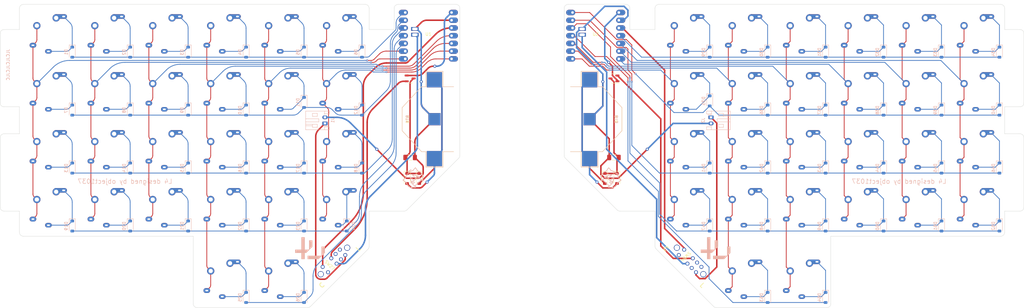
<source format=kicad_pcb>
(kicad_pcb (version 20221018) (generator pcbnew)
  (title_block (title "L4"))
  (layers (0 "F.Cu" signal) (31 "B.Cu" signal) (34 "B.Paste" user) (35 "F.Paste" user) (36 "B.SilkS" user "B.Silkscreen") (37 "F.SilkS" user "F.Silkscreen") (38 "B.Mask" user) (39 "F.Mask" user) (44 "Edge.Cuts" user))
  (net 0 "")
  (net 1 "Net-(BT1-+)")
  (net 2 "GND_L")
  (net 3 "Net-(BT2-+)")
  (net 4 "Net-(BT3-+)")
  (net 5 "GND_R")
  (net 6 "Net-(BT4-+)")
  (net 7 "VBATT_CR_L")
  (net 8 "VBATT_CR_R")
  (net 9 "Net-(D1-K)")
  (net 10 "ROW0_L")
  (net 11 "Net-(D2-K)")
  (net 12 "Net-(D3-K)")
  (net 13 "Net-(D4-K)")
  (net 14 "Net-(D5-K)")
  (net 15 "Net-(D6-K)")
  (net 16 "Net-(D7-K)")
  (net 17 "ROW1_L")
  (net 18 "Net-(D8-K)")
  (net 19 "Net-(D9-K)")
  (net 20 "Net-(D10-K)")
  (net 21 "Net-(D11-K)")
  (net 22 "Net-(D12-K)")
  (net 23 "Net-(D13-K)")
  (net 24 "ROW2_L")
  (net 25 "Net-(D14-K)")
  (net 26 "Net-(D15-K)")
  (net 27 "Net-(D16-K)")
  (net 28 "Net-(D17-K)")
  (net 29 "Net-(D18-K)")
  (net 30 "Net-(D19-K)")
  (net 31 "ROW3_L")
  (net 32 "Net-(D20-K)")
  (net 33 "Net-(D21-K)")
  (net 34 "Net-(D22-K)")
  (net 35 "Net-(D23-K)")
  (net 36 "Net-(D24-K)")
  (net 37 "Net-(D25-K)")
  (net 38 "ROW4_L")
  (net 39 "Net-(D26-K)")
  (net 40 "Net-(D29-K)")
  (net 41 "ROW0_R")
  (net 42 "Net-(D30-K)")
  (net 43 "Net-(D31-K)")
  (net 44 "Net-(D32-K)")
  (net 45 "Net-(D33-K)")
  (net 46 "Net-(D34-K)")
  (net 47 "Net-(D35-K)")
  (net 48 "ROW1_R")
  (net 49 "Net-(D36-K)")
  (net 50 "Net-(D37-K)")
  (net 51 "Net-(D38-K)")
  (net 52 "Net-(D39-K)")
  (net 53 "Net-(D40-K)")
  (net 54 "Net-(D41-K)")
  (net 55 "ROW2_R")
  (net 56 "Net-(D42-K)")
  (net 57 "Net-(D43-K)")
  (net 58 "Net-(D44-K)")
  (net 59 "Net-(D45-K)")
  (net 60 "Net-(D46-K)")
  (net 61 "Net-(D47-K)")
  (net 62 "ROW3_R")
  (net 63 "Net-(D48-K)")
  (net 64 "Net-(D49-K)")
  (net 65 "Net-(D50-K)")
  (net 66 "Net-(D51-K)")
  (net 67 "Net-(D52-K)")
  (net 68 "Net-(D53-K)")
  (net 69 "ROW4_R")
  (net 70 "Net-(D54-K)")
  (net 71 "VBATT_RAW_L")
  (net 72 "VBATT_RAW_R")
  (net 73 "VBUS_L")
  (net 74 "Net-(Q1-S)")
  (net 75 "VBUS_R")
  (net 76 "Net-(Q2-S)")
  (net 77 "COL0_L")
  (net 78 "COL1_L")
  (net 79 "COL2_L")
  (net 80 "COL3_L")
  (net 81 "COL4_L")
  (net 82 "COL5_L")
  (net 85 "VCC_L")
  (net 87 "VBATT_L")
  (net 89 "COL0_R")
  (net 90 "COL1_R")
  (net 91 "COL2_R")
  (net 92 "COL3_R")
  (net 93 "COL4_R")
  (net 94 "COL5_R")
  (net 97 "VCC_R")
  (net 99 "VBATT_R")
  (footprint "kbd:keyswitch_cherrymx_choc12_1u" (layer "F.Cu") (at 57.15 133.35)
    (fp_text reference "SW8" hide)
    (fp_text value "SW_Push" hide)
    (pad "" np_thru_hole circle (at -5.08 0) (size 1.7 1.7) (drill 1.7) (layers "*.Cu"))
    (pad "" np_thru_hole circle (at 0 0 90) (size 4.9 4.9) (drill 4.9) (layers "*.Cu"))
    (pad "" np_thru_hole circle (at 5.08 0) (size 1.7 1.7) (drill 1.7) (layers "*.Cu"))
    (pad "1" thru_hole oval (at -5.1 3.9) (size 2.2 1.6) (drill oval 1 0.5) (layers "*.Cu" "B.Mask") (net 78 "COL1_L"))
    (pad "1" thru_hole circle (at -3.81 -2.54 318) (size 2.4 2.4) (drill 1.4) (layers "*.Cu" "B.Mask") (net 78 "COL1_L"))
    (pad "2" thru_hole oval (at 0 5.9) (size 2.2 1.5) (drill oval 1 0.5) (layers "*.Cu" "B.Mask") (net 18 "Net-(D8-K)"))
    (pad "2" thru_hole circle (at 2.54 -5.08) (size 2.4 2.4) (drill 1.4) (layers "*.Cu" "B.Mask") (net 18 "Net-(D8-K)"))
    (pad "2" thru_hole oval (at 5 -5.55) (size 4.4 1.5) (drill oval 1 0.5 (offset -1.1 0)) (layers "*.Cu" "B.Mask") (net 18 "Net-(D8-K)"))
  )
  (footprint "Diode_SMD:D_SOD-123" (layer "F.Cu") (at 156 162 -90)
    (fp_text reference "D27" hide)
    (fp_text value "D_Schottky")
    (pad "1" smd roundrect (at -1.65 0 270) (size 0.9 1.2) (layers "F.Cu" "F.Paste" "F.Mask") (net 7 "VBATT_CR_L"))
    (pad "2" smd roundrect (at 1.65 0 270) (size 0.9 1.2) (layers "F.Cu" "F.Paste" "F.Mask") (net 1 "Net-(BT1-+)"))
  )
  (footprint "kbd:keyswitch_cherrymx_choc12_1u" (layer "F.Cu") (at 342.9 133.35)
    (fp_text reference "SW39" hide)
    (fp_text value "SW_Push" hide)
    (pad "" np_thru_hole circle (at -5.08 0) (size 1.7 1.7) (drill 1.7) (layers "*.Cu"))
    (pad "" np_thru_hole circle (at 0 0 90) (size 4.9 4.9) (drill 4.9) (layers "*.Cu"))
    (pad "" np_thru_hole circle (at 5.08 0) (size 1.7 1.7) (drill 1.7) (layers "*.Cu"))
    (pad "1" thru_hole oval (at -5.1 3.9) (size 2.2 1.6) (drill oval 1 0.5) (layers "*.Cu" "B.Mask") (net 94 "COL5_R"))
    (pad "1" thru_hole circle (at -3.81 -2.54 318) (size 2.4 2.4) (drill 1.4) (layers "*.Cu" "B.Mask") (net 94 "COL5_R"))
    (pad "2" thru_hole oval (at 0 5.9) (size 2.2 1.5) (drill oval 1 0.5) (layers "*.Cu" "B.Mask") (net 53 "Net-(D40-K)"))
    (pad "2" thru_hole circle (at 2.54 -5.08) (size 2.4 2.4) (drill 1.4) (layers "*.Cu" "B.Mask") (net 53 "Net-(D40-K)"))
    (pad "2" thru_hole oval (at 5 -5.55) (size 4.4 1.5) (drill oval 1 0.5 (offset -1.1 0)) (layers "*.Cu" "B.Mask") (net 53 "Net-(D40-K)"))
  )
  (footprint "kbd:keyswitch_cherrymx_choc12_1u" (layer "F.Cu") (at 76.2 114.3)
    (fp_text reference "SW3" hide)
    (fp_text value "SW_Push" hide)
    (pad "" np_thru_hole circle (at -5.08 0) (size 1.7 1.7) (drill 1.7) (layers "*.Cu"))
    (pad "" np_thru_hole circle (at 0 0 90) (size 4.9 4.9) (drill 4.9) (layers "*.Cu"))
    (pad "" np_thru_hole circle (at 5.08 0) (size 1.7 1.7) (drill 1.7) (layers "*.Cu"))
    (pad "1" thru_hole oval (at -5.1 3.9) (size 2.2 1.6) (drill oval 1 0.5) (layers "*.Cu" "B.Mask") (net 79 "COL2_L"))
    (pad "1" thru_hole circle (at -3.81 -2.54 318) (size 2.4 2.4) (drill 1.4) (layers "*.Cu" "B.Mask") (net 79 "COL2_L"))
    (pad "2" thru_hole oval (at 0 5.9) (size 2.2 1.5) (drill oval 1 0.5) (layers "*.Cu" "B.Mask") (net 12 "Net-(D3-K)"))
    (pad "2" thru_hole circle (at 2.54 -5.08) (size 2.4 2.4) (drill 1.4) (layers "*.Cu" "B.Mask") (net 12 "Net-(D3-K)"))
    (pad "2" thru_hole oval (at 5 -5.55) (size 4.4 1.5) (drill oval 1 0.5 (offset -1.1 0)) (layers "*.Cu" "B.Mask") (net 12 "Net-(D3-K)"))
  )
  (footprint "kbd:keyswitch_cherrymx_choc12_1u" (layer "F.Cu") (at 266.7 114.3)
    (fp_text reference "SW29" hide)
    (fp_text value "SW_Push" hide)
    (pad "" np_thru_hole circle (at -5.08 0) (size 1.7 1.7) (drill 1.7) (layers "*.Cu"))
    (pad "" np_thru_hole circle (at 0 0 90) (size 4.9 4.9) (drill 4.9) (layers "*.Cu"))
    (pad "" np_thru_hole circle (at 5.08 0) (size 1.7 1.7) (drill 1.7) (layers "*.Cu"))
    (pad "1" thru_hole oval (at -5.1 3.9) (size 2.2 1.6) (drill oval 1 0.5) (layers "*.Cu" "B.Mask") (net 90 "COL1_R"))
    (pad "1" thru_hole circle (at -3.81 -2.54 318) (size 2.4 2.4) (drill 1.4) (layers "*.Cu" "B.Mask") (net 90 "COL1_R"))
    (pad "2" thru_hole oval (at 0 5.9) (size 2.2 1.5) (drill oval 1 0.5) (layers "*.Cu" "B.Mask") (net 42 "Net-(D30-K)"))
    (pad "2" thru_hole circle (at 2.54 -5.08) (size 2.4 2.4) (drill 1.4) (layers "*.Cu" "B.Mask") (net 42 "Net-(D30-K)"))
    (pad "2" thru_hole oval (at 5 -5.55) (size 4.4 1.5) (drill oval 1 0.5 (offset -1.1 0)) (layers "*.Cu" "B.Mask") (net 42 "Net-(D30-K)"))
  )
  (footprint "kbd:keyswitch_cherrymx_choc12_1u" (layer "F.Cu") (at 323.85 114.3)
    (fp_text reference "SW32" hide)
    (fp_text value "SW_Push" hide)
    (pad "" np_thru_hole circle (at -5.08 0) (size 1.7 1.7) (drill 1.7) (layers "*.Cu"))
    (pad "" np_thru_hole circle (at 0 0 90) (size 4.9 4.9) (drill 4.9) (layers "*.Cu"))
    (pad "" np_thru_hole circle (at 5.08 0) (size 1.7 1.7) (drill 1.7) (layers "*.Cu"))
    (pad "1" thru_hole oval (at -5.1 3.9) (size 2.2 1.6) (drill oval 1 0.5) (layers "*.Cu" "B.Mask") (net 93 "COL4_R"))
    (pad "1" thru_hole circle (at -3.81 -2.54 318) (size 2.4 2.4) (drill 1.4) (layers "*.Cu" "B.Mask") (net 93 "COL4_R"))
    (pad "2" thru_hole oval (at 0 5.9) (size 2.2 1.5) (drill oval 1 0.5) (layers "*.Cu" "B.Mask") (net 45 "Net-(D33-K)"))
    (pad "2" thru_hole circle (at 2.54 -5.08) (size 2.4 2.4) (drill 1.4) (layers "*.Cu" "B.Mask") (net 45 "Net-(D33-K)"))
    (pad "2" thru_hole oval (at 5 -5.55) (size 4.4 1.5) (drill oval 1 0.5 (offset -1.1 0)) (layers "*.Cu" "B.Mask") (net 45 "Net-(D33-K)"))
  )
  (footprint "Diode_SMD:D_SOD-123" (layer "F.Cu") (at 225 162 -90)
    (fp_text reference "D55" hide)
    (fp_text value "D_Schottky")
    (pad "1" smd roundrect (at -1.65 0 270) (size 0.9 1.2) (layers "F.Cu" "F.Paste" "F.Mask") (net 8 "VBATT_CR_R"))
    (pad "2" smd roundrect (at 1.65 0 270) (size 0.9 1.2) (layers "F.Cu" "F.Paste" "F.Mask") (net 4 "Net-(BT3-+)"))
  )
  (footprint "kbd:keyswitch_cherrymx_choc12_1u" (layer "F.Cu") (at 285.75 171.45)
    (fp_text reference "SW48" hide)
    (fp_text value "SW_Push" hide)
    (pad "" np_thru_hole circle (at -5.08 0) (size 1.7 1.7) (drill 1.7) (layers "*.Cu"))
    (pad "" np_thru_hole circle (at 0 0 90) (size 4.9 4.9) (drill 4.9) (layers "*.Cu"))
    (pad "" np_thru_hole circle (at 5.08 0) (size 1.7 1.7) (drill 1.7) (layers "*.Cu"))
    (pad "1" thru_hole oval (at -5.1 3.9) (size 2.2 1.6) (drill oval 1 0.5) (layers "*.Cu" "B.Mask") (net 91 "COL2_R"))
    (pad "1" thru_hole circle (at -3.81 -2.54 318) (size 2.4 2.4) (drill 1.4) (layers "*.Cu" "B.Mask") (net 91 "COL2_R"))
    (pad "2" thru_hole oval (at 0 5.9) (size 2.2 1.5) (drill oval 1 0.5) (layers "*.Cu" "B.Mask") (net 64 "Net-(D49-K)"))
    (pad "2" thru_hole circle (at 2.54 -5.08) (size 2.4 2.4) (drill 1.4) (layers "*.Cu" "B.Mask") (net 64 "Net-(D49-K)"))
    (pad "2" thru_hole oval (at 5 -5.55) (size 4.4 1.5) (drill oval 1 0.5 (offset -1.1 0)) (layers "*.Cu" "B.Mask") (net 64 "Net-(D49-K)"))
  )
  (footprint "kbd:keyswitch_cherrymx_choc12_1u" (layer "F.Cu") (at 266.7 171.45)
    (fp_text reference "SW47" hide)
    (fp_text value "SW_Push" hide)
    (pad "" np_thru_hole circle (at -5.08 0) (size 1.7 1.7) (drill 1.7) (layers "*.Cu"))
    (pad "" np_thru_hole circle (at 0 0 90) (size 4.9 4.9) (drill 4.9) (layers "*.Cu"))
    (pad "" np_thru_hole circle (at 5.08 0) (size 1.7 1.7) (drill 1.7) (layers "*.Cu"))
    (pad "1" thru_hole oval (at -5.1 3.9) (size 2.2 1.6) (drill oval 1 0.5) (layers "*.Cu" "B.Mask") (net 90 "COL1_R"))
    (pad "1" thru_hole circle (at -3.81 -2.54 318) (size 2.4 2.4) (drill 1.4) (layers "*.Cu" "B.Mask") (net 90 "COL1_R"))
    (pad "2" thru_hole oval (at 0 5.9) (size 2.2 1.5) (drill oval 1 0.5) (layers "*.Cu" "B.Mask") (net 63 "Net-(D48-K)"))
    (pad "2" thru_hole circle (at 2.54 -5.08) (size 2.4 2.4) (drill 1.4) (layers "*.Cu" "B.Mask") (net 63 "Net-(D48-K)"))
    (pad "2" thru_hole oval (at 5 -5.55) (size 4.4 1.5) (drill oval 1 0.5 (offset -1.1 0)) (layers "*.Cu" "B.Mask") (net 63 "Net-(D48-K)"))
  )
  (footprint "kbd:keyswitch_cherrymx_choc12_1u" (layer "F.Cu") (at 57.15 171.45)
    (fp_text reference "SW20" hide)
    (fp_text value "SW_Push" hide)
    (pad "" np_thru_hole circle (at -5.08 0) (size 1.7 1.7) (drill 1.7) (layers "*.Cu"))
    (pad "" np_thru_hole circle (at 0 0 90) (size 4.9 4.9) (drill 4.9) (layers "*.Cu"))
    (pad "" np_thru_hole circle (at 5.08 0) (size 1.7 1.7) (drill 1.7) (layers "*.Cu"))
    (pad "1" thru_hole oval (at -5.1 3.9) (size 2.2 1.6) (drill oval 1 0.5) (layers "*.Cu" "B.Mask") (net 78 "COL1_L"))
    (pad "1" thru_hole circle (at -3.81 -2.54 318) (size 2.4 2.4) (drill 1.4) (layers "*.Cu" "B.Mask") (net 78 "COL1_L"))
    (pad "2" thru_hole oval (at 0 5.9) (size 2.2 1.5) (drill oval 1 0.5) (layers "*.Cu" "B.Mask") (net 32 "Net-(D20-K)"))
    (pad "2" thru_hole circle (at 2.54 -5.08) (size 2.4 2.4) (drill 1.4) (layers "*.Cu" "B.Mask") (net 32 "Net-(D20-K)"))
    (pad "2" thru_hole oval (at 5 -5.55) (size 4.4 1.5) (drill oval 1 0.5 (offset -1.1 0)) (layers "*.Cu" "B.Mask") (net 32 "Net-(D20-K)"))
  )
  (footprint "Diode_SMD:D_SOD-123" (layer "F.Cu") (at 160 162 -90)
    (fp_text reference "D28" hide)
    (fp_text value "D_Schottky")
    (pad "1" smd roundrect (at -1.65 0 270) (size 0.9 1.2) (layers "F.Cu" "F.Paste" "F.Mask") (net 7 "VBATT_CR_L"))
    (pad "2" smd roundrect (at 1.65 0 270) (size 0.9 1.2) (layers "F.Cu" "F.Paste" "F.Mask") (net 3 "Net-(BT2-+)"))
  )
  (footprint "MountingHole:MountingHole_5mm" (layer "F.Cu") (at 233.3625 142.875)
    (fp_text reference "REF**" hide)
    (fp_text value "MountingHole_5mm" hide)
    (pad "" np_thru_hole circle (at 0 0) (size 5 5) (drill 5) (layers "F&B.Cu" "*.Mask"))
  )
  (footprint "MountingHole:MountingHole_2.2mm_M2" (layer "F.Cu") (at 25.4 169.545)
    (fp_text reference "REF**" hide)
    (fp_text value "MountingHole_2.2mm_M2" hide)
    (pad "" np_thru_hole circle (at 0 0) (size 2.2 2.2) (drill 2.2) (layers "*.Cu" "*.Mask"))
  )
  (footprint "kbd:keyswitch_cherrymx_choc12_1u" (layer "F.Cu") (at 247.65 171.45)
    (fp_text reference "SW46" hide)
    (fp_text value "SW_Push" hide)
    (pad "" np_thru_hole circle (at -5.08 0) (size 1.7 1.7) (drill 1.7) (layers "*.Cu"))
    (pad "" np_thru_hole circle (at 0 0 90) (size 4.9 4.9) (drill 4.9) (layers "*.Cu"))
    (pad "" np_thru_hole circle (at 5.08 0) (size 1.7 1.7) (drill 1.7) (layers "*.Cu"))
    (pad "1" thru_hole oval (at -5.1 3.9) (size 2.2 1.6) (drill oval 1 0.5) (layers "*.Cu" "B.Mask") (net 89 "COL0_R"))
    (pad "1" thru_hole circle (at -3.81 -2.54 318) (size 2.4 2.4) (drill 1.4) (layers "*.Cu" "B.Mask") (net 89 "COL0_R"))
    (pad "2" thru_hole oval (at 0 5.9) (size 2.2 1.5) (drill oval 1 0.5) (layers "*.Cu" "B.Mask") (net 61 "Net-(D47-K)"))
    (pad "2" thru_hole circle (at 2.54 -5.08) (size 2.4 2.4) (drill 1.4) (layers "*.Cu" "B.Mask") (net 61 "Net-(D47-K)"))
    (pad "2" thru_hole oval (at 5 -5.55) (size 4.4 1.5) (drill oval 1 0.5 (offset -1.1 0)) (layers "*.Cu" "B.Mask") (net 61 "Net-(D47-K)"))
  )
  (footprint "MountingHole:MountingHole_2.2mm_M2" (layer "F.Cu") (at 355.6 116.205)
    (fp_text reference "REF**" hide)
    (fp_text value "MountingHole_2.2mm_M2" hide)
    (pad "" np_thru_hole circle (at 0 0) (size 2.2 2.2) (drill 2.2) (layers "*.Cu" "*.Mask"))
  )
  (footprint "kbd:keyswitch_cherrymx_choc12_1u" (layer "F.Cu") (at 95.25 152.4)
    (fp_text reference "SW16" hide)
    (fp_text value "SW_Push" hide)
    (pad "" np_thru_hole circle (at -5.08 0) (size 1.7 1.7) (drill 1.7) (layers "*.Cu"))
    (pad "" np_thru_hole circle (at 0 0 90) (size 4.9 4.9) (drill 4.9) (layers "*.Cu"))
    (pad "" np_thru_hole circle (at 5.08 0) (size 1.7 1.7) (drill 1.7) (layers "*.Cu"))
    (pad "1" thru_hole oval (at -5.1 3.9) (size 2.2 1.6) (drill oval 1 0.5) (layers "*.Cu" "B.Mask") (net 80 "COL3_L"))
    (pad "1" thru_hole circle (at -3.81 -2.54 318) (size 2.4 2.4) (drill 1.4) (layers "*.Cu" "B.Mask") (net 80 "COL3_L"))
    (pad "2" thru_hole oval (at 0 5.9) (size 2.2 1.5) (drill oval 1 0.5) (layers "*.Cu" "B.Mask") (net 27 "Net-(D16-K)"))
    (pad "2" thru_hole circle (at 2.54 -5.08) (size 2.4 2.4) (drill 1.4) (layers "*.Cu" "B.Mask") (net 27 "Net-(D16-K)"))
    (pad "2" thru_hole oval (at 5 -5.55) (size 4.4 1.5) (drill oval 1 0.5 (offset -1.1 0)) (layers "*.Cu" "B.Mask") (net 27 "Net-(D16-K)"))
  )
  (footprint "kbd:keyswitch_cherrymx_choc12_1u" (layer "F.Cu") (at 323.85 171.45)
    (fp_text reference "SW50" hide)
    (fp_text value "SW_Push" hide)
    (pad "" np_thru_hole circle (at -5.08 0) (size 1.7 1.7) (drill 1.7) (layers "*.Cu"))
    (pad "" np_thru_hole circle (at 0 0 90) (size 4.9 4.9) (drill 4.9) (layers "*.Cu"))
    (pad "" np_thru_hole circle (at 5.08 0) (size 1.7 1.7) (drill 1.7) (layers "*.Cu"))
    (pad "1" thru_hole oval (at -5.1 3.9) (size 2.2 1.6) (drill oval 1 0.5) (layers "*.Cu" "B.Mask") (net 93 "COL4_R"))
    (pad "1" thru_hole circle (at -3.81 -2.54 318) (size 2.4 2.4) (drill 1.4) (layers "*.Cu" "B.Mask") (net 93 "COL4_R"))
    (pad "2" thru_hole oval (at 0 5.9) (size 2.2 1.5) (drill oval 1 0.5) (layers "*.Cu" "B.Mask") (net 66 "Net-(D51-K)"))
    (pad "2" thru_hole circle (at 2.54 -5.08) (size 2.4 2.4) (drill 1.4) (layers "*.Cu" "B.Mask") (net 66 "Net-(D51-K)"))
    (pad "2" thru_hole oval (at 5 -5.55) (size 4.4 1.5) (drill oval 1 0.5 (offset -1.1 0)) (layers "*.Cu" "B.Mask") (net 66 "Net-(D51-K)"))
  )
  (footprint "kbd:keyswitch_cherrymx_choc12_1u" (layer "F.Cu") (at 247.65 114.3)
    (fp_text reference "SW28" hide)
    (fp_text value "SW_Push" hide)
    (pad "" np_thru_hole circle (at -5.08 0) (size 1.7 1.7) (drill 1.7) (layers "*.Cu"))
    (pad "" np_thru_hole circle (at 0 0 90) (size 4.9 4.9) (drill 4.9) (layers "*.Cu"))
    (pad "" np_thru_hole circle (at 5.08 0) (size 1.7 1.7) (drill 1.7) (layers "*.Cu"))
    (pad "1" thru_hole oval (at -5.1 3.9) (size 2.2 1.6) (drill oval 1 0.5) (layers "*.Cu" "B.Mask") (net 89 "COL0_R"))
    (pad "1" thru_hole circle (at -3.81 -2.54 318) (size 2.4 2.4) (drill 1.4) (layers "*.Cu" "B.Mask") (net 89 "COL0_R"))
    (pad "2" thru_hole oval (at 0 5.9) (size 2.2 1.5) (drill oval 1 0.5) (layers "*.Cu" "B.Mask") (net 40 "Net-(D29-K)"))
    (pad "2" thru_hole circle (at 2.54 -5.08) (size 2.4 2.4) (drill 1.4) (layers "*.Cu" "B.Mask") (net 40 "Net-(D29-K)"))
    (pad "2" thru_hole oval (at 5 -5.55) (size 4.4 1.5) (drill oval 1 0.5 (offset -1.1 0)) (layers "*.Cu" "B.Mask") (net 40 "Net-(D29-K)"))
  )
  (footprint "kbd:keyswitch_cherrymx_choc12_1u" (layer "F.Cu") (at 285.75 114.3)
    (fp_text reference "SW30" hide)
    (fp_text value "SW_Push" hide)
    (pad "" np_thru_hole circle (at -5.08 0) (size 1.7 1.7) (drill 1.7) (layers "*.Cu"))
    (pad "" np_thru_hole circle (at 0 0 90) (size 4.9 4.9) (drill 4.9) (layers "*.Cu"))
    (pad "" np_thru_hole circle (at 5.08 0) (size 1.7 1.7) (drill 1.7) (layers "*.Cu"))
    (pad "1" thru_hole oval (at -5.1 3.9) (size 2.2 1.6) (drill oval 1 0.5) (layers "*.Cu" "B.Mask") (net 91 "COL2_R"))
    (pad "1" thru_hole circle (at -3.81 -2.54 318) (size 2.4 2.4) (drill 1.4) (layers "*.Cu" "B.Mask") (net 91 "COL2_R"))
    (pad "2" thru_hole oval (at 0 5.9) (size 2.2 1.5) (drill oval 1 0.5) (layers "*.Cu" "B.Mask") (net 43 "Net-(D31-K)"))
    (pad "2" thru_hole circle (at 2.54 -5.08) (size 2.4 2.4) (drill 1.4) (layers "*.Cu" "B.Mask") (net 43 "Net-(D31-K)"))
    (pad "2" thru_hole oval (at 5 -5.55) (size 4.4 1.5) (drill oval 1 0.5 (offset -1.1 0)) (layers "*.Cu" "B.Mask") (net 43 "Net-(D31-K)"))
  )
  (footprint "kbd:keyswitch_cherrymx_choc12_1u" (layer "F.Cu") (at 114.3 194.945)
    (fp_text reference "SW26" hide)
    (fp_text value "SW_Push" hide)
    (pad "" np_thru_hole circle (at -5.08 0) (size 1.7 1.7) (drill 1.7) (layers "*.Cu"))
    (pad "" np_thru_hole circle (at 0 0 90) (size 4.9 4.9) (drill 4.9) (layers "*.Cu"))
    (pad "" np_thru_hole circle (at 5.08 0) (size 1.7 1.7) (drill 1.7) (layers "*.Cu"))
    (pad "1" thru_hole oval (at -5.1 3.9) (size 2.2 1.6) (drill oval 1 0.5) (layers "*.Cu" "B.Mask") (net 81 "COL4_L"))
    (pad "1" thru_hole circle (at -3.81 -2.54 318) (size 2.4 2.4) (drill 1.4) (layers "*.Cu" "B.Mask") (net 81 "COL4_L"))
    (pad "2" thru_hole oval (at 0 5.9) (size 2.2 1.5) (drill oval 1 0.5) (layers "*.Cu" "B.Mask") (net 39 "Net-(D26-K)"))
    (pad "2" thru_hole circle (at 2.54 -5.08) (size 2.4 2.4) (drill 1.4) (layers "*.Cu" "B.Mask") (net 39 "Net-(D26-K)"))
    (pad "2" thru_hole oval (at 5 -5.55) (size 4.4 1.5) (drill oval 1 0.5 (offset -1.1 0)) (layers "*.Cu" "B.Mask") (net 39 "Net-(D26-K)"))
  )
  (footprint "kbd:keyswitch_cherrymx_choc12_1u" (layer "F.Cu") (at 304.8 171.45)
    (fp_text reference "SW49" hide)
    (fp_text value "SW_Push" hide)
    (pad "" np_thru_hole circle (at -5.08 0) (size 1.7 1.7) (drill 1.7) (layers "*.Cu"))
    (pad "" np_thru_hole circle (at 0 0 90) (size 4.9 4.9) (drill 4.9) (layers "*.Cu"))
    (pad "" np_thru_hole circle (at 5.08 0) (size 1.7 1.7) (drill 1.7) (layers "*.Cu"))
    (pad "1" thru_hole oval (at -5.1 3.9) (size 2.2 1.6) (drill oval 1 0.5) (layers "*.Cu" "B.Mask") (net 92 "COL3_R"))
    (pad "1" thru_hole circle (at -3.81 -2.54 318) (size 2.4 2.4) (drill 1.4) (layers "*.Cu" "B.Mask") (net 92 "COL3_R"))
    (pad "2" thru_hole oval (at 0 5.9) (size 2.2 1.5) (drill oval 1 0.5) (layers "*.Cu" "B.Mask") (net 65 "Net-(D50-K)"))
    (pad "2" thru_hole circle (at 2.54 -5.08) (size 2.4 2.4) (drill 1.4) (layers "*.Cu" "B.Mask") (net 65 "Net-(D50-K)"))
    (pad "2" thru_hole oval (at 5 -5.55) (size 4.4 1.5) (drill oval 1 0.5 (offset -1.1 0)) (layers "*.Cu" "B.Mask") (net 65 "Net-(D50-K)"))
  )
  (footprint "kbd:keyswitch_cherrymx_choc12_1u" (layer "F.Cu") (at 95.25 114.3)
    (fp_text reference "SW4" hide)
    (fp_text value "SW_Push" hide)
    (pad "" np_thru_hole circle (at -5.08 0) (size 1.7 1.7) (drill 1.7) (layers "*.Cu"))
    (pad "" np_thru_hole circle (at 0 0 90) (size 4.9 4.9) (drill 4.9) (layers "*.Cu"))
    (pad "" np_thru_hole circle (at 5.08 0) (size 1.7 1.7) (drill 1.7) (layers "*.Cu"))
    (pad "1" thru_hole oval (at -5.1 3.9) (size 2.2 1.6) (drill oval 1 0.5) (layers "*.Cu" "B.Mask") (net 80 "COL3_L"))
    (pad "1" thru_hole circle (at -3.81 -2.54 318) (size 2.4 2.4) (drill 1.4) (layers "*.Cu" "B.Mask") (net 80 "COL3_L"))
    (pad "2" thru_hole oval (at 0 5.9) (size 2.2 1.5) (drill oval 1 0.5) (layers "*.Cu" "B.Mask") (net 13 "Net-(D4-K)"))
    (pad "2" thru_hole circle (at 2.54 -5.08) (size 2.4 2.4) (drill 1.4) (layers "*.Cu" "B.Mask") (net 13 "Net-(D4-K)"))
    (pad "2" thru_hole oval (at 5 -5.55) (size 4.4 1.5) (drill oval 1 0.5 (offset -1.1 0)) (layers "*.Cu" "B.Mask") (net 13 "Net-(D4-K)"))
  )
  (footprint "kbd:keyswitch_cherrymx_choc12_1u" (layer "F.Cu") (at 114.3 133.35)
    (fp_text reference "SW11" hide)
    (fp_text value "SW_Push" hide)
    (pad "" np_thru_hole circle (at -5.08 0) (size 1.7 1.7) (drill 1.7) (layers "*.Cu"))
    (pad "" np_thru_hole circle (at 0 0 90) (size 4.9 4.9) (drill 4.9) (layers "*.Cu"))
    (pad "" np_thru_hole circle (at 5.08 0) (size 1.7 1.7) (drill 1.7) (layers "*.Cu"))
    (pad "1" thru_hole oval (at -5.1 3.9) (size 2.2 1.6) (drill oval 1 0.5) (layers "*.Cu" "B.Mask") (net 81 "COL4_L"))
    (pad "1" thru_hole circle (at -3.81 -2.54 318) (size 2.4 2.4) (drill 1.4) (layers "*.Cu" "B.Mask") (net 81 "COL4_L"))
    (pad "2" thru_hole oval (at 0 5.9) (size 2.2 1.5) (drill oval 1 0.5) (layers "*.Cu" "B.Mask") (net 21 "Net-(D11-K)"))
    (pad "2" thru_hole circle (at 2.54 -5.08) (size 2.4 2.4) (drill 1.4) (layers "*.Cu" "B.Mask") (net 21 "Net-(D11-K)"))
    (pad "2" thru_hole oval (at 5 -5.55) (size 4.4 1.5) (drill oval 1 0.5 (offset -1.1 0)) (layers "*.Cu" "B.Mask") (net 21 "Net-(D11-K)"))
  )
  (footprint "kbd:keyswitch_cherrymx_choc12_1u" (layer "F.Cu") (at 304.8 114.3)
    (fp_text reference "SW31" hide)
    (fp_text value "SW_Push" hide)
    (pad "" np_thru_hole circle (at -5.08 0) (size 1.7 1.7) (drill 1.7) (layers "*.Cu"))
    (pad "" np_thru_hole circle (at 0 0 90) (size 4.9 4.9) (drill 4.9) (layers "*.Cu"))
    (pad "" np_thru_hole circle (at 5.08 0) (size 1.7 1.7) (drill 1.7) (layers "*.Cu"))
    (pad "1" thru_hole oval (at -5.1 3.9) (size 2.2 1.6) (drill oval 1 0.5) (layers "*.Cu" "B.Mask") (net 92 "COL3_R"))
    (pad "1" thru_hole circle (at -3.81 -2.54 318) (size 2.4 2.4) (drill 1.4) (layers "*.Cu" "B.Mask") (net 92 "COL3_R"))
    (pad "2" thru_hole oval (at 0 5.9) (size 2.2 1.5) (drill oval 1 0.5) (layers "*.Cu" "B.Mask") (net 44 "Net-(D32-K)"))
    (pad "2" thru_hole circle (at 2.54 -5.08) (size 2.4 2.4) (drill 1.4) (layers "*.Cu" "B.Mask") (net 44 "Net-(D32-K)"))
    (pad "2" thru_hole oval (at 5 -5.55) (size 4.4 1.5) (drill oval 1 0.5 (offset -1.1 0)) (layers "*.Cu" "B.Mask") (net 44 "Net-(D32-K)"))
  )
  (footprint "kbd:keyswitch_cherrymx_choc12_1u" (layer "F.Cu") (at 95.25 194.945)
    (fp_text reference "SW25" hide)
    (fp_text value "SW_Push" hide)
    (pad "" np_thru_hole circle (at -5.08 0) (size 1.7 1.7) (drill 1.7) (layers "*.Cu"))
    (pad "" np_thru_hole circle (at 0 0 90) (size 4.9 4.9) (drill 4.9) (layers "*.Cu"))
    (pad "" np_thru_hole circle (at 5.08 0) (size 1.7 1.7) (drill 1.7) (layers "*.Cu"))
    (pad "1" thru_hole oval (at -5.1 3.9) (size 2.2 1.6) (drill oval 1 0.5) (layers "*.Cu" "B.Mask") (net 80 "COL3_L"))
    (pad "1" thru_hole circle (at -3.81 -2.54 318) (size 2.4 2.4) (drill 1.4) (layers "*.Cu" "B.Mask") (net 80 "COL3_L"))
    (pad "2" thru_hole oval (at 0 5.9) (size 2.2 1.5) (drill oval 1 0.5) (layers "*.Cu" "B.Mask") (net 37 "Net-(D25-K)"))
    (pad "2" thru_hole circle (at 2.54 -5.08) (size 2.4 2.4) (drill 1.4) (layers "*.Cu" "B.Mask") (net 37 "Net-(D25-K)"))
    (pad "2" thru_hole oval (at 5 -5.55) (size 4.4 1.5) (drill oval 1 0.5 (offset -1.1 0)) (layers "*.Cu" "B.Mask") (net 37 "Net-(D25-K)"))
  )
  (footprint "kbd:keyswitch_cherrymx_choc12_1u" (layer "F.Cu") (at 323.85 133.35)
    (fp_text reference "SW38" hide)
    (fp_text value "SW_Push" hide)
    (pad "" np_thru_hole circle (at -5.08 0) (size 1.7 1.7) (drill 1.7) (layers "*.Cu"))
    (pad "" np_thru_hole circle (at 0 0 90) (size 4.9 4.9) (drill 4.9) (layers "*.Cu"))
    (pad "" np_thru_hole circle (at 5.08 0) (size 1.7 1.7) (drill 1.7) (layers "*.Cu"))
    (pad "1" thru_hole oval (at -5.1 3.9) (size 2.2 1.6) (drill oval 1 0.5) (layers "*.Cu" "B.Mask") (net 93 "COL4_R"))
    (pad "1" thru_hole circle (at -3.81 -2.54 318) (size 2.4 2.4) (drill 1.4) (layers "*.Cu" "B.Mask") (net 93 "COL4_R"))
    (pad "2" thru_hole oval (at 0 5.9) (size 2.2 1.5) (drill oval 1 0.5) (layers "*.Cu" "B.Mask") (net 52 "Net-(D39-K)"))
    (pad "2" thru_hole circle (at 2.54 -5.08) (size 2.4 2.4) (drill 1.4) (layers "*.Cu" "B.Mask") (net 52 "Net-(D39-K)"))
    (pad "2" thru_hole oval (at 5 -5.55) (size 4.4 1.5) (drill oval 1 0.5 (offset -1.1 0)) (layers "*.Cu" "B.Mask") (net 52 "Net-(D39-K)"))
  )
  (footprint "kbd:keyswitch_cherrymx_choc12_1u" (layer "F.Cu") (at 342.9 114.3)
    (fp_text reference "SW33" hide)
    (fp_text value "SW_Push" hide)
    (pad "" np_thru_hole circle (at -5.08 0) (size 1.7 1.7) (drill 1.7) (layers "*.Cu"))
    (pad "" np_thru_hole circle (at 0 0 90) (size 4.9 4.9) (drill 4.9) (layers "*.Cu"))
    (pad "" np_thru_hole circle (at 5.08 0) (size 1.7 1.7) (drill 1.7) (layers "*.Cu"))
    (pad "1" thru_hole oval (at -5.1 3.9) (size 2.2 1.6) (drill oval 1 0.5) (layers "*.Cu" "B.Mask") (net 94 "COL5_R"))
    (pad "1" thru_hole circle (at -3.81 -2.54 318) (size 2.4 2.4) (drill 1.4) (layers "*.Cu" "B.Mask") (net 94 "COL5_R"))
    (pad "2" thru_hole oval (at 0 5.9) (size 2.2 1.5) (drill oval 1 0.5) (layers "*.Cu" "B.Mask") (net 46 "Net-(D34-K)"))
    (pad "2" thru_hole circle (at 2.54 -5.08) (size 2.4 2.4) (drill 1.4) (layers "*.Cu" "B.Mask") (net 46 "Net-(D34-K)"))
    (pad "2" thru_hole oval (at 5 -5.55) (size 4.4 1.5) (drill oval 1 0.5 (offset -1.1 0)) (layers "*.Cu" "B.Mask") (net 46 "Net-(D34-K)"))
  )
  (footprint "kbd:keyswitch_cherrymx_choc12_1u" (layer "F.Cu") (at 57.15 114.3)
    (fp_text reference "SW2" hide)
    (fp_text value "SW_Push" hide)
    (pad "" np_thru_hole circle (at -5.08 0) (size 1.7 1.7) (drill 1.7) (layers "*.Cu"))
    (pad "" np_thru_hole circle (at 0 0 90) (size 4.9 4.9) (drill 4.9) (layers "*.Cu"))
    (pad "" np_thru_hole circle (at 5.08 0) (size 1.7 1.7) (drill 1.7) (layers "*.Cu"))
    (pad "1" thru_hole oval (at -5.1 3.9) (size 2.2 1.6) (drill oval 1 0.5) (layers "*.Cu" "B.Mask") (net 78 "COL1_L"))
    (pad "1" thru_hole circle (at -3.81 -2.54 318) (size 2.4 2.4) (drill 1.4) (layers "*.Cu" "B.Mask") (net 78 "COL1_L"))
    (pad "2" thru_hole oval (at 0 5.9) (size 2.2 1.5) (drill oval 1 0.5) (layers "*.Cu" "B.Mask") (net 11 "Net-(D2-K)"))
    (pad "2" thru_hole circle (at 2.54 -5.08) (size 2.4 2.4) (drill 1.4) (layers "*.Cu" "B.Mask") (net 11 "Net-(D2-K)"))
    (pad "2" thru_hole oval (at 5 -5.55) (size 4.4 1.5) (drill oval 1 0.5 (offset -1.1 0)) (layers "*.Cu" "B.Mask") (net 11 "Net-(D2-K)"))
  )
  (footprint "akizuki:SK23D07" (layer "F.Cu") (at 131.963883 189.113883 45)
    (fp_text reference "SW27" (at -2 0 315 unlocked) (layer "F.SilkS") (effects (font (thickness 0.153))))
    (fp_text value "SW_DP3T")
    (pad "" thru_hole circle (at -6.15 0 45) (size 2 2) (drill 1.58) (layers "*.Cu" "*.Mask"))
    (pad "" thru_hole circle (at 6.15 0 45) (size 2 2) (drill 1.58) (layers "*.Cu" "*.Mask"))
    (pad "1" thru_hole circle (at 4 -1.25 45) (size 1.3 1.3) (drill 0.8) (layers "*.Cu" "*.Mask"))
    (pad "2" thru_hole circle (at 2 -1.25 45) (size 1.3 1.3) (drill 0.8) (layers "*.Cu" "*.Mask"))
    (pad "3" thru_hole circle (at 0 -1.25 45) (size 1.3 1.3) (drill 0.8) (layers "*.Cu" "*.Mask") (net 74 "Net-(Q1-S)"))
    (pad "4" thru_hole circle (at -4 -1.25 45) (size 1.3 1.3) (drill 0.8) (layers "*.Cu" "*.Mask") (net 85 "VCC_L"))
    (pad "5" thru_hole circle (at 4 1.25 45) (size 1.3 1.3) (drill 0.8) (layers "*.Cu" "*.Mask") (net 71 "VBATT_RAW_L"))
    (pad "6" thru_hole circle (at 2 1.25 45) (size 1.3 1.3) (drill 0.8) (layers "*.Cu" "*.Mask"))
    (pad "7" thru_hole circle (at 0 1.25 45) (size 1.3 1.3) (drill 0.8) (layers "*.Cu" "*.Mask") (net 87 "VBATT_L"))
    (pad "8" thru_hole circle (at -4 1.25 45) (size 1.3 1.3) (drill 0.8) (layers "*.Cu" "*.Mask"))
  )
  (footprint "kbd:keyswitch_cherrymx_choc12_1u" (layer "F.Cu") (at 114.3 152.4)
    (fp_text reference "SW17" hide)
    (fp_text value "SW_Push" hide)
    (pad "" np_thru_hole circle (at -5.08 0) (size 1.7 1.7) (drill 1.7) (layers "*.Cu"))
    (pad "" np_thru_hole circle (at 0 0 90) (size 4.9 4.9) (drill 4.9) (layers "*.Cu"))
    (pad "" np_thru_hole circle (at 5.08 0) (size 1.7 1.7) (drill 1.7) (layers "*.Cu"))
    (pad "1" thru_hole oval (at -5.1 3.9) (size 2.2 1.6) (drill oval 1 0.5) (layers "*.Cu" "B.Mask") (net 81 "COL4_L"))
    (pad "1" thru_hole circle (at -3.81 -2.54 318) (size 2.4 2.4) (drill 1.4) (layers "*.Cu" "B.Mask") (net 81 "COL4_L"))
    (pad "2" thru_hole oval (at 0 5.9) (size 2.2 1.5) (drill oval 1 0.5) (layers "*.Cu" "B.Mask") (net 28 "Net-(D17-K)"))
    (pad "2" thru_hole circle (at 2.54 -5.08) (size 2.4 2.4) (drill 1.4) (layers "*.Cu" "B.Mask") (net 28 "Net-(D17-K)"))
    (pad "2" thru_hole oval (at 5 -5.55) (size 4.4 1.5) (drill oval 1 0.5 (offset -1.1 0)) (layers "*.Cu" "B.Mask") (net 28 "Net-(D17-K)"))
  )
  (footprint "kbd:keyswitch_cherrymx_choc12_1u" (layer "F.Cu") (at 266.7 194.945)
    (fp_text reference "SW52" hide)
    (fp_text value "SW_Push" hide)
    (pad "" np_thru_hole circle (at -5.08 0) (size 1.7 1.7) (drill 1.7) (layers "*.Cu"))
    (pad "" np_thru_hole circle (at 0 0 90) (size 4.9 4.9) (drill 4.9) (layers "*.Cu"))
    (pad "" np_thru_hole circle (at 5.08 0) (size 1.7 1.7) (drill 1.7) (layers "*.Cu"))
    (pad "1" thru_hole oval (at -5.1 3.9) (size 2.2 1.6) (drill oval 1 0.5) (layers "*.Cu" "B.Mask") (net 90 "COL1_R"))
    (pad "1" thru_hole circle (at -3.81 -2.54 318) (size 2.4 2.4) (drill 1.4) (layers "*.Cu" "B.Mask") (net 90 "COL1_R"))
    (pad "2" thru_hole oval (at 0 5.9) (size 2.2 1.5) (drill oval 1 0.5) (layers "*.Cu" "B.Mask") (net 68 "Net-(D53-K)"))
    (pad "2" thru_hole circle (at 2.54 -5.08) (size 2.4 2.4) (drill 1.4) (layers "*.Cu" "B.Mask") (net 68 "Net-(D53-K)"))
    (pad "2" thru_hole oval (at 5 -5.55) (size 4.4 1.5) (drill oval 1 0.5 (offset -1.1 0)) (layers "*.Cu" "B.Mask") (net 68 "Net-(D53-K)"))
  )
  (footprint "kbd:keyswitch_cherrymx_choc12_1u" (layer "F.Cu") (at 285.75 194.945)
    (fp_text reference "SW53" hide)
    (fp_text value "SW_Push" hide)
    (pad "" np_thru_hole circle (at -5.08 0) (size 1.7 1.7) (drill 1.7) (layers "*.Cu"))
    (pad "" np_thru_hole circle (at 0 0 90) (size 4.9 4.9) (drill 4.9) (layers "*.Cu"))
    (pad "" np_thru_hole circle (at 5.08 0) (size 1.7 1.7) (drill 1.7) (layers "*.Cu"))
    (pad "1" thru_hole oval (at -5.1 3.9) (size 2.2 1.6) (drill oval 1 0.5) (layers "*.Cu" "B.Mask") (net 91 "COL2_R"))
    (pad "1" thru_hole circle (at -3.81 -2.54 318) (size 2.4 2.4) (drill 1.4) (layers "*.Cu" "B.Mask") (net 91 "COL2_R"))
    (pad "2" thru_hole oval (at 0 5.9) (size 2.2 1.5) (drill oval 1 0.5) (layers "*.Cu" "B.Mask") (net 70 "Net-(D54-K)"))
    (pad "2" thru_hole circle (at 2.54 -5.08) (size 2.4 2.4) (drill 1.4) (layers "*.Cu" "B.Mask") (net 70 "Net-(D54-K)"))
    (pad "2" thru_hole oval (at 5 -5.55) (size 4.4 1.5) (drill oval 1 0.5 (offset -1.1 0)) (layers "*.Cu" "B.Mask") (net 70 "Net-(D54-K)"))
  )
  (footprint "Package_TO_SOT_SMD:SOT-23-3" (layer "F.Cu") (at 224 129.1 180)
    (fp_text reference "Q2" hide)
    (fp_text value "SSM3J332R")
    (pad "1" smd roundrect (at -1.1375 -0.95 180) (size 1.325 0.6) (layers "F.Cu" "F.Paste" "F.Mask") (net 75 "VBUS_R"))
    (pad "2" smd roundrect (at -1.1375 0.95 180) (size 1.325 0.6) (layers "F.Cu" "F.Paste" "F.Mask") (net 76 "Net-(Q2-S)"))
    (pad "3" smd roundrect (at 1.1375 0 180) (size 1.325 0.6) (layers "F.Cu" "F.Paste" "F.Mask") (net 8 "VBATT_CR_R"))
  )
  (footprint "kbd:keyswitch_cherrymx_choc12_1u" (layer "F.Cu") (at 38.1 133.35)
    (fp_text reference "SW7" hide)
    (fp_text value "SW_Push" hide)
    (pad "" np_thru_hole circle (at -5.08 0) (size 1.7 1.7) (drill 1.7) (layers "*.Cu"))
    (pad "" np_thru_hole circle (at 0 0 90) (size 4.9 4.9) (drill 4.9) (layers "*.Cu"))
    (pad "" np_thru_hole circle (at 5.08 0) (size 1.7 1.7) (drill 1.7) (layers "*.Cu"))
    (pad "1" thru_hole oval (at -5.1 3.9) (size 2.2 1.6) (drill oval 1 0.5) (layers "*.Cu" "B.Mask") (net 77 "COL0_L"))
    (pad "1" thru_hole circle (at -3.81 -2.54 318) (size 2.4 2.4) (drill 1.4) (layers "*.Cu" "B.Mask") (net 77 "COL0_L"))
    (pad "2" thru_hole oval (at 0 5.9) (size 2.2 1.5) (drill oval 1 0.5) (layers "*.Cu" "B.Mask") (net 16 "Net-(D7-K)"))
    (pad "2" thru_hole circle (at 2.54 -5.08) (size 2.4 2.4) (drill 1.4) (layers "*.Cu" "B.Mask") (net 16 "Net-(D7-K)"))
    (pad "2" thru_hole oval (at 5 -5.55) (size 4.4 1.5) (drill oval 1 0.5 (offset -1.1 0)) (layers "*.Cu" "B.Mask") (net 16 "Net-(D7-K)"))
  )
  (footprint "Capacitor_SMD:C_1206_3216Metric_Pad1.33x1.80mm_HandSolder" (layer "F.Cu") (at 157 155.1)
    (fp_text reference "C1" hide)
    (fp_text value "100u")
    (pad "1" smd roundrect (at -1.5625 0) (size 1.325 1.8) (layers "F.Cu" "F.Paste" "F.Mask") (roundrect_rratio 0.188679) (net 7 "VBATT_CR_L"))
    (pad "2" smd roundrect (at 1.5625 0) (size 1.325 1.8) (layers "F.Cu" "F.Paste" "F.Mask") (roundrect_rratio 0.188679) (net 2 "GND_L"))
  )
  (footprint "Capacitor_SMD:C_1206_3216Metric_Pad1.33x1.80mm_HandSolder" (layer "F.Cu") (at 224 155.1 180)
    (fp_text reference "C2" hide)
    (fp_text value "100u")
    (pad "1" smd roundrect (at -1.5625 0 180) (size 1.325 1.8) (layers "F.Cu" "F.Paste" "F.Mask") (roundrect_rratio 0.188679) (net 8 "VBATT_CR_R"))
    (pad "2" smd roundrect (at 1.5625 0 180) (size 1.325 1.8) (layers "F.Cu" "F.Paste" "F.Mask") (roundrect_rratio 0.188679) (net 5 "GND_R"))
  )
  (footprint "MountingHole:MountingHole_2.2mm_M2" (layer "F.Cu") (at 25.4 116.205)
    (fp_text reference "REF**" hide)
    (fp_text value "MountingHole_2.2mm_M2" hide)
    (pad "" np_thru_hole circle (at 0 0) (size 2.2 2.2) (drill 2.2) (layers "*.Cu" "*.Mask"))
  )
  (footprint "kbd:keyswitch_cherrymx_choc12_1u" (layer "F.Cu") (at 38.1 114.3)
    (fp_text reference "SW1" hide)
    (fp_text value "SW_Push" hide)
    (pad "" np_thru_hole circle (at -5.08 0) (size 1.7 1.7) (drill 1.7) (layers "*.Cu"))
    (pad "" np_thru_hole circle (at 0 0 90) (size 4.9 4.9) (drill 4.9) (layers "*.Cu"))
    (pad "" np_thru_hole circle (at 5.08 0) (size 1.7 1.7) (drill 1.7) (layers "*.Cu"))
    (pad "1" thru_hole oval (at -5.1 3.9) (size 2.2 1.6) (drill oval 1 0.5) (layers "*.Cu" "B.Mask") (net 77 "COL0_L"))
    (pad "1" thru_hole circle (at -3.81 -2.54 318) (size 2.4 2.4) (drill 1.4) (layers "*.Cu" "B.Mask") (net 77 "COL0_L"))
    (pad "2" thru_hole oval (at 0 5.9) (size 2.2 1.5) (drill oval 1 0.5) (layers "*.Cu" "B.Mask") (net 9 "Net-(D1-K)"))
    (pad "2" thru_hole circle (at 2.54 -5.08) (size 2.4 2.4) (drill 1.4) (layers "*.Cu" "B.Mask") (net 9 "Net-(D1-K)"))
    (pad "2" thru_hole oval (at 5 -5.55) (size 4.4 1.5) (drill oval 1 0.5 (offset -1.1 0)) (layers "*.Cu" "B.Mask") (net 9 "Net-(D1-K)"))
  )
  (footprint "kbd:keyswitch_cherrymx_choc12_1u" (layer "F.Cu") (at 114.3 114.3)
    (fp_text reference "SW5" hide)
    (fp_text value "SW_Push" hide)
    (pad "" np_thru_hole circle (at -5.08 0) (size 1.7 1.7) (drill 1.7) (layers "*.Cu"))
    (pad "" np_thru_hole circle (at 0 0 90) (size 4.9 4.9) (drill 4.9) (layers "*.Cu"))
    (pad "" np_thru_hole circle (at 5.08 0) (size 1.7 1.7) (drill 1.7) (layers "*.Cu"))
    (pad "1" thru_hole oval (at -5.1 3.9) (size 2.2 1.6) (drill oval 1 0.5) (layers "*.Cu" "B.Mask") (net 81 "COL4_L"))
    (pad "1" thru_hole circle (at -3.81 -2.54 318) (size 2.4 2.4) (drill 1.4) (layers "*.Cu" "B.Mask") (net 81 "COL4_L"))
    (pad "2" thru_hole oval (at 0 5.9) (size 2.2 1.5) (drill oval 1 0.5) (layers "*.Cu" "B.Mask") (net 14 "Net-(D5-K)"))
    (pad "2" thru_hole circle (at 2.54 -5.08) (size 2.4 2.4) (drill 1.4) (layers "*.Cu" "B.Mask") (net 14 "Net-(D5-K)"))
    (pad "2" thru_hole oval (at 5 -5.55) (size 4.4 1.5) (drill oval 1 0.5 (offset -1.1 0)) (layers "*.Cu" "B.Mask") (net 14 "Net-(D5-K)"))
  )
  (footprint "kbd:keyswitch_cherrymx_choc12_1u" (layer "F.Cu") (at 247.65 133.35)
    (fp_text reference "SW34" hide)
    (fp_text value "SW_Push" hide)
    (pad "" np_thru_hole circle (at -5.08 0) (size 1.7 1.7) (drill 1.7) (layers "*.Cu"))
    (pad "" np_thru_hole circle (at 0 0 90) (size 4.9 4.9) (drill 4.9) (layers "*.Cu"))
    (pad "" np_thru_hole circle (at 5.08 0) (size 1.7 1.7) (drill 1.7) (layers "*.Cu"))
    (pad "1" thru_hole oval (at -5.1 3.9) (size 2.2 1.6) (drill oval 1 0.5) (layers "*.Cu" "B.Mask") (net 89 "COL0_R"))
    (pad "1" thru_hole circle (at -3.81 -2.54 318) (size 2.4 2.4) (drill 1.4) (layers "*.Cu" "B.Mask") (net 89 "COL0_R"))
    (pad "2" thru_hole oval (at 0 5.9) (size 2.2 1.5) (drill oval 1 0.5) (layers "*.Cu" "B.Mask") (net 47 "Net-(D35-K)"))
    (pad "2" thru_hole circle (at 2.54 -5.08) (size 2.4 2.4) (drill 1.4) (layers "*.Cu" "B.Mask") (net 47 "Net-(D35-K)"))
    (pad "2" thru_hole oval (at 5 -5.55) (size 4.4 1.5) (drill oval 1 0.5 (offset -1.1 0)) (layers "*.Cu" "B.Mask") (net 47 "Net-(D35-K)"))
  )
  (footprint "kbd:keyswitch_cherrymx_choc12_1u" (layer "F.Cu") (at 247.65 152.4)
    (fp_text reference "SW40" hide)
    (fp_text value "SW_Push" hide)
    (pad "" np_thru_hole circle (at -5.08 0) (size 1.7 1.7) (drill 1.7) (layers "*.Cu"))
    (pad "" np_thru_hole circle (at 0 0 90) (size 4.9 4.9) (drill 4.9) (layers "*.Cu"))
    (pad "" np_thru_hole circle (at 5.08 0) (size 1.7 1.7) (drill 1.7) (layers "*.Cu"))
    (pad "1" thru_hole oval (at -5.1 3.9) (size 2.2 1.6) (drill oval 1 0.5) (layers "*.Cu" "B.Mask") (net 89 "COL0_R"))
    (pad "1" thru_hole circle (at -3.81 -2.54 318) (size 2.4 2.4) (drill 1.4) (layers "*.Cu" "B.Mask") (net 89 "COL0_R"))
    (pad "2" thru_hole oval (at 0 5.9) (size 2.2 1.5) (drill oval 1 0.5) (layers "*.Cu" "B.Mask") (net 54 "Net-(D41-K)"))
    (pad "2" thru_hole circle (at 2.54 -5.08) (size 2.4 2.4) (drill 1.4) (layers "*.Cu" "B.Mask") (net 54 "Net-(D41-K)"))
    (pad "2" thru_hole oval (at 5 -5.55) (size 4.4 1.5) (drill oval 1 0.5 (offset -1.1 0)) (layers "*.Cu" "B.Mask") (net 54 "Net-(D41-K)"))
  )
  (footprint "kbd:keyswitch_cherrymx_choc12_1u" (layer "F.Cu") (at 76.2 171.45)
    (fp_text reference "SW21" hide)
    (fp_text value "SW_Push" hide)
    (pad "" np_thru_hole circle (at -5.08 0) (size 1.7 1.7) (drill 1.7) (layers "*.Cu"))
    (pad "" np_thru_hole circle (at 0 0 90) (size 4.9 4.9) (drill 4.9) (layers "*.Cu"))
    (pad "" np_thru_hole circle (at 5.08 0) (size 1.7 1.7) (drill 1.7) (layers "*.Cu"))
    (pad "1" thru_hole oval (at -5.1 3.9) (size 2.2 1.6) (drill oval 1 0.5) (layers "*.Cu" "B.Mask") (net 79 "COL2_L"))
    (pad "1" thru_hole circle (at -3.81 -2.54 318) (size 2.4 2.4) (drill 1.4) (layers "*.Cu" "B.Mask") (net 79 "COL2_L"))
    (pad "2" thru_hole oval (at 0 5.9) (size 2.2 1.5) (drill oval 1 0.5) (layers "*.Cu" "B.Mask") (net 33 "Net-(D21-K)"))
    (pad "2" thru_hole circle (at 2.54 -5.08) (size 2.4 2.4) (drill 1.4) (layers "*.Cu" "B.Mask") (net 33 "Net-(D21-K)"))
    (pad "2" thru_hole oval (at 5 -5.55) (size 4.4 1.5) (drill oval 1 0.5 (offset -1.1 0)) (layers "*.Cu" "B.Mask") (net 33 "Net-(D21-K)"))
  )
  (footprint "kbd:keyswitch_cherrymx_choc12_1u" (layer "F.Cu") (at 57.15 152.4)
    (fp_text reference "SW14" hide)
    (fp_text value "SW_Push" hide)
    (pad "" np_thru_hole circle (at -5.08 0) (size 1.7 1.7) (drill 1.7) (layers "*.Cu"))
    (pad "" np_thru_hole circle (at 0 0 90) (size 4.9 4.9) (drill 4.9) (layers "*.Cu"))
    (pad "" np_thru_hole circle (at 5.08 0) (size 1.7 1.7) (drill 1.7) (layers "*.Cu"))
    (pad "1" thru_hole oval (at -5.1 3.9) (size 2.2 1.6) (drill oval 1 0.5) (layers "*.Cu" "B.Mask") (net 78 "COL1_L"))
    (pad "1" thru_hole circle (at -3.81 -2.54 318) (size 2.4 2.4) (drill 1.4) (layers "*.Cu" "B.Mask") (net 78 "COL1_L"))
    (pad "2" thru_hole oval (at 0 5.9) (size 2.2 1.5) (drill oval 1 0.5) (layers "*.Cu" "B.Mask") (net 25 "Net-(D14-K)"))
    (pad "2" thru_hole circle (at 2.54 -5.08) (size 2.4 2.4) (drill 1.4) (layers "*.Cu" "B.Mask") (net 25 "Net-(D14-K)"))
    (pad "2" thru_hole oval (at 5 -5.55) (size 4.4 1.5) (drill oval 1 0.5 (offset -1.1 0)) (layers "*.Cu" "B.Mask") (net 25 "Net-(D14-K)"))
  )
  (footprint "Diode_SMD:D_SOD-123" (layer "F.Cu") (at 221 162 -90)
    (fp_text reference "D56" hide)
    (fp_text value "D_Schottky")
    (pad "1" smd roundrect (at -1.65 0 270) (size 0.9 1.2) (layers "F.Cu" "F.Paste" "F.Mask") (net 8 "VBATT_CR_R"))
    (pad "2" smd roundrect (at 1.65 0 270) (size 0.9 1.2) (layers "F.Cu" "F.Paste" "F.Mask") (net 6 "Net-(BT4-+)"))
  )
  (footprint "kbd:keyswitch_cherrymx_choc12_1u" (layer "F.Cu") (at 38.1 152.4)
    (fp_text reference "SW13" hide)
    (fp_text value "SW_Push" hide)
    (pad "" np_thru_hole circle (at -5.08 0) (size 1.7 1.7) (drill 1.7) (layers "*.Cu"))
    (pad "" np_thru_hole circle (at 0 0 90) (size 4.9 4.9) (drill 4.9) (layers "*.Cu"))
    (pad "" np_thru_hole circle (at 5.08 0) (size 1.7 1.7) (drill 1.7) (layers "*.Cu"))
    (pad "1" thru_hole oval (at -5.1 3.9) (size 2.2 1.6) (drill oval 1 0.5) (layers "*.Cu" "B.Mask") (net 77 "COL0_L"))
    (pad "1" thru_hole circle (at -3.81 -2.54 318) (size 2.4 2.4) (drill 1.4) (layers "*.Cu" "B.Mask") (net 77 "COL0_L"))
    (pad "2" thru_hole oval (at 0 5.9) (size 2.2 1.5) (drill oval 1 0.5) (layers "*.Cu" "B.Mask") (net 23 "Net-(D13-K)"))
    (pad "2" thru_hole circle (at 2.54 -5.08) (size 2.4 2.4) (drill 1.4) (layers "*.Cu" "B.Mask") (net 23 "Net-(D13-K)"))
    (pad "2" thru_hole oval (at 5 -5.55) (size 4.4 1.5) (drill oval 1 0.5 (offset -1.1 0)) (layers "*.Cu" "B.Mask") (net 23 "Net-(D13-K)"))
  )
  (footprint "Package_TO_SOT_SMD:SOT-23-3" (layer "F.Cu") (at 157 129.1)
    (fp_text reference "Q1" hide)
    (fp_text value "SSM3J332R")
    (pad "1" smd roundrect (at -1.1375 -0.95) (size 1.325 0.6) (layers "F.Cu" "F.Paste" "F.Mask") (net 73 "VBUS_L"))
    (pad "2" smd roundrect (at -1.1375 0.95) (size 1.325 0.6) (layers "F.Cu" "F.Paste" "F.Mask") (net 74 "Net-(Q1-S)"))
    (pad "3" smd roundrect (at 1.1375 0) (size 1.325 0.6) (layers "F.Cu" "F.Paste" "F.Mask") (net 7 "VBATT_CR_L"))
  )
  (footprint "akizuki:SK23D07" (layer "F.Cu") (at 249.036117 189.113883 -45)
    (fp_text reference "SW54" (at -2 0 225 unlocked) (layer "F.SilkS") (effects (font (thickness 0.153))))
    (fp_text value "SW_DP3T")
    (pad "" thru_hole circle (at -6.15 0 315) (size 2 2) (drill 1.58) (layers "*.Cu" "*.Mask"))
    (pad "" thru_hole circle (at 6.15 0 315) (size 2 2) (drill 1.58) (layers "*.Cu" "*.Mask"))
    (pad "1" thru_hole circle (at 4 -1.25 315) (size 1.3 1.3) (drill 0.8) (layers "*.Cu" "*.Mask"))
    (pad "2" thru_hole circle (at 2 -1.25 315) (size 1.3 1.3) (drill 0.8) (layers "*.Cu" "*.Mask"))
    (pad "3" thru_hole circle (at 0 -1.25 315) (size 1.3 1.3) (drill 0.8) (layers "*.Cu" "*.Mask") (net 76 "Net-(Q2-S)"))
    (pad "4" thru_hole circle (at -4 -1.25 315) (size 1.3 1.3) (drill 0.8) (layers "*.Cu" "*.Mask") (net 97 "VCC_R"))
    (pad "5" thru_hole circle (at 4 1.25 315) (size 1.3 1.3) (drill 0.8) (layers "*.Cu" "*.Mask") (net 72 "VBATT_RAW_R"))
    (pad "6" thru_hole circle (at 2 1.25 315) (size 1.3 1.3) (drill 0.8) (layers "*.Cu" "*.Mask"))
    (pad "7" thru_hole circle (at 0 1.25 315) (size 1.3 1.3) (drill 0.8) (layers "*.Cu" "*.Mask") (net 99 "VBATT_R"))
    (pad "8" thru_hole circle (at -4 1.25 315) (size 1.3 1.3) (drill 0.8) (layers "*.Cu" "*.Mask"))
  )
  (footprint "MountingHole:MountingHole_2.2mm_M2" (layer "F.Cu") (at 146.05 169.545)
    (fp_text reference "REF**" hide)
    (fp_text value "MountingHole_2.2mm_M2" hide)
    (pad "" np_thru_hole circle (at 0 0) (size 2.2 2.2) (drill 2.2) (layers "F&B.Cu" "*.Mask"))
  )
  (footprint "kbd:keyswitch_cherrymx_choc12_1u" (layer "F.Cu") (at 266.7 133.35)
    (fp_text reference "SW35" hide)
    (fp_text value "SW_Push" hide)
    (pad "" np_thru_hole circle (at -5.08 0) (size 1.7 1.7) (drill 1.7) (layers "*.Cu"))
    (pad "" np_thru_hole circle (at 0 0 90) (size 4.9 4.9) (drill 4.9) (layers "*.Cu"))
    (pad "" np_thru_hole circle (at 5.08 0) (size 1.7 1.7) (drill 1.7) (layers "*.Cu"))
    (pad "1" thru_hole oval (at -5.1 3.9) (size 2.2 1.6) (drill oval 1 0.5) (layers "*.Cu" "B.Mask") (net 90 "COL1_R"))
    (pad "1" thru_hole circle (at -3.81 -2.54 318) (size 2.4 2.4) (drill 1.4) (layers "*.Cu" "B.Mask") (net 90 "COL1_R"))
    (pad "2" thru_hole oval (at 0 5.9) (size 2.2 1.5) (drill oval 1 0.5) (layers "*.Cu" "B.Mask") (net 49 "Net-(D36-K)"))
    (pad "2" thru_hole circle (at 2.54 -5.08) (size 2.4 2.4) (drill 1.4) (layers "*.Cu" "B.Mask") (net 49 "Net-(D36-K)"))
    (pad "2" thru_hole oval (at 5 -5.55) (size 4.4 1.5) (drill oval 1 0.5 (offset -1.1 0)) (layers "*.Cu" "B.Mask") (net 49 "Net-(D36-K)"))
  )
  (footprint "kbd:keyswitch_cherrymx_choc12_1u" (layer "F.Cu") (at 133.35 133.35)
    (fp_text reference "SW12" hide)
    (fp_text value "SW_Push" hide)
    (pad "" np_thru_hole circle (at -5.08 0) (size 1.7 1.7) (drill 1.7) (layers "*.Cu"))
    (pad "" np_thru_hole circle (at 0 0 90) (size 4.9 4.9) (drill 4.9) (layers "*.Cu"))
    (pad "" np_thru_hole circle (at 5.08 0) (size 1.7 1.7) (drill 1.7) (layers "*.Cu"))
    (pad "1" thru_hole oval (at -5.1 3.9) (size 2.2 1.6) (drill oval 1 0.5) (layers "*.Cu" "B.Mask") (net 82 "COL5_L"))
    (pad "1" thru_hole circle (at -3.81 -2.54 318) (size 2.4 2.4) (drill 1.4) (layers "*.Cu" "B.Mask") (net 82 "COL5_L"))
    (pad "2" thru_hole oval (at 0 5.9) (size 2.2 1.5) (drill oval 1 0.5) (layers "*.Cu" "B.Mask") (net 22 "Net-(D12-K)"))
    (pad "2" thru_hole circle (at 2.54 -5.08) (size 2.4 2.4) (drill 1.4) (layers "*.Cu" "B.Mask") (net 22 "Net-(D12-K)"))
    (pad "2" thru_hole oval (at 5 -5.55) (size 4.4 1.5) (drill oval 1 0.5 (offset -1.1 0)) (layers "*.Cu" "B.Mask") (net 22 "Net-(D12-K)"))
  )
  (footprint "kbd:keyswitch_cherrymx_choc12_1u" (layer "F.Cu") (at 76.2 152.4)
    (fp_text reference "SW15" hide)
    (fp_text value "SW_Push" hide)
    (pad "" np_thru_hole circle (at -5.08 0) (size 1.7 1.7) (drill 1.7) (layers "*.Cu"))
    (pad "" np_thru_hole circle (at 0 0 90) (size 4.9 4.9) (drill 4.9) (layers "*.Cu"))
    (pad "" np_thru_hole circle (at 5.08 0) (size 1.7 1.7) (drill 1.7) (layers "*.Cu"))
    (pad "1" thru_hole oval (at -5.1 3.9) (size 2.2 1.6) (drill oval 1 0.5) (layers "*.Cu" "B.Mask") (net 79 "COL2_L"))
    (pad "1" thru_hole circle (at -3.81 -2.54 318) (size 2.4 2.4) (drill 1.4) (layers "*.Cu" "B.Mask") (net 79 "COL2_L"))
    (pad "2" thru_hole oval (at 0 5.9) (size 2.2 1.5) (drill oval 1 0.5) (layers "*.Cu" "B.Mask") (net 26 "Net-(D15-K)"))
    (pad "2" thru_hole circle (at 2.54 -5.08) (size 2.4 2.4) (drill 1.4) (layers "*.Cu" "B.Mask") (net 26 "Net-(D15-K)"))
    (pad "2" thru_hole oval (at 5 -5.55) (size 4.4 1.5) (drill oval 1 0.5 (offset -1.1 0)) (layers "*.Cu" "B.Mask") (net 26 "Net-(D15-K)"))
  )
  (footprint "kbd:keyswitch_cherrymx_choc12_1u" (layer "F.Cu") (at 133.35 171.45)
    (fp_text reference "SW24" hide)
    (fp_text value "SW_Push" hide)
    (pad "" np_thru_hole circle (at -5.08 0) (size 1.7 1.7) (drill 1.7) (layers "*.Cu"))
    (pad "" np_thru_hole circle (at 0 0 90) (size 4.9 4.9) (drill 4.9) (layers "*.Cu"))
    (pad "" np_thru_hole circle (at 5.08 0) (size 1.7 1.7) (drill 1.7) (layers "*.Cu"))
    (pad "1" thru_hole oval (at -5.1 3.9) (size 2.2 1.6) (drill oval 1 0.5) (layers "*.Cu" "B.Mask") (net 82 "COL5_L"))
    (pad "1" thru_hole circle (at -3.81 -2.54 318) (size 2.4 2.4) (drill 1.4) (layers "*.Cu" "B.Mask") (net 82 "COL5_L"))
    (pad "2" thru_hole oval (at 0 5.9) (size 2.2 1.5) (drill oval 1 0.5) (layers "*.Cu" "B.Mask") (net 36 "Net-(D24-K)"))
    (pad "2" thru_hole circle (at 2.54 -5.08) (size 2.4 2.4) (drill 1.4) (layers "*.Cu" "B.Mask") (net 36 "Net-(D24-K)"))
    (pad "2" thru_hole oval (at 5 -5.55) (size 4.4 1.5) (drill oval 1 0.5 (offset -1.1 0)) (layers "*.Cu" "B.Mask") (net 36 "Net-(D24-K)"))
  )
  (footprint "Battery:BatteryHolder_Multicomp_BC-2001_1x2032" (layer "F.Cu") (at 165 142.5 -90)
    (fp_text reference "BT2" (at 0 8.79 90) (layer "F.SilkS") (effects (font (thickness 0.153))))
    (fp_text value "CR2032")
    (pad "1" smd rect (at -12.95 0 270) (size 5 5) (layers "F.Cu" "F.Paste" "F.Mask") (net 3 "Net-(BT2-+)"))
    (pad "1" smd rect (at 12.95 0 270) (size 5 5) (layers "F.Cu" "F.Paste" "F.Mask") (net 3 "Net-(BT2-+)"))
    (pad "2" smd rect (at 0 0 270) (size 4 4) (layers "F.Cu" "F.Paste" "F.Mask") (net 2 "GND_L"))
  )
  (footprint "kbd:keyswitch_cherrymx_choc12_1u" (layer "F.Cu") (at 95.25 171.45)
    (fp_text reference "SW22" hide)
    (fp_text value "SW_Push" hide)
    (pad "" np_thru_hole circle (at -5.08 0) (size 1.7 1.7) (drill 1.7) (layers "*.Cu"))
    (pad "" np_thru_hole circle (at 0 0 90) (size 4.9 4.9) (drill 4.9) (layers "*.Cu"))
    (pad "" np_thru_hole circle (at 5.08 0) (size 1.7 1.7) (drill 1.7) (layers "*.Cu"))
    (pad "1" thru_hole oval (at -5.1 3.9) (size 2.2 1.6) (drill oval 1 0.5) (layers "*.Cu" "B.Mask") (net 80 "COL3_L"))
    (pad "1" thru_hole circle (at -3.81 -2.54 318) (size 2.4 2.4) (drill 1.4) (layers "*.Cu" "B.Mask") (net 80 "COL3_L"))
    (pad "2" thru_hole oval (at 0 5.9) (size 2.2 1.5) (drill oval 1 0.5) (layers "*.Cu" "B.Mask") (net 34 "Net-(D22-K)"))
    (pad "2" thru_hole circle (at 2.54 -5.08) (size 2.4 2.4) (drill 1.4) (layers "*.Cu" "B.Mask") (net 34 "Net-(D22-K)"))
    (pad "2" thru_hole oval (at 5 -5.55) (size 4.4 1.5) (drill oval 1 0.5 (offset -1.1 0)) (layers "*.Cu" "B.Mask") (net 34 "Net-(D22-K)"))
  )
  (footprint "kbd:keyswitch_cherrymx_choc12_1u" (layer "F.Cu") (at 114.3 171.45)
    (fp_text reference "SW23" hide)
    (fp_text value "SW_Push" hide)
    (pad "" np_thru_hole circle (at -5.08 0) (size 1.7 1.7) (drill 1.7) (layers "*.Cu"))
    (pad "" np_thru_hole circle (at 0 0 90) (size 4.9 4.9) (drill 4.9) (layers "*.Cu"))
    (pad "" np_thru_hole circle (at 5.08 0) (size 1.7 1.7) (drill 1.7) (layers "*.Cu"))
    (pad "1" thru_hole oval (at -5.1 3.9) (size 2.2 1.6) (drill oval 1 0.5) (layers "*.Cu" "B.Mask") (net 81 "COL4_L"))
    (pad "1" thru_hole circle (at -3.81 -2.54 318) (size 2.4 2.4) (drill 1.4) (layers "*.Cu" "B.Mask") (net 81 "COL4_L"))
    (pad "2" thru_hole oval (at 0 5.9) (size 2.2 1.5) (drill oval 1 0.5) (layers "*.Cu" "B.Mask") (net 35 "Net-(D23-K)"))
    (pad "2" thru_hole circle (at 2.54 -5.08) (size 2.4 2.4) (drill 1.4) (layers "*.Cu" "B.Mask") (net 35 "Net-(D23-K)"))
    (pad "2" thru_hole oval (at 5 -5.55) (size 4.4 1.5) (drill oval 1 0.5 (offset -1.1 0)) (layers "*.Cu" "B.Mask") (net 35 "Net-(D23-K)"))
  )
  (footprint "MountingHole:MountingHole_2.2mm_M2" (layer "F.Cu") (at 234.95 116.205)
    (fp_text reference "REF**" hide)
    (fp_text value "MountingHole_2.2mm_M2" hide)
    (pad "" np_thru_hole circle (at 0 0) (size 2.2 2.2) (drill 2.2) (layers "F&B.Cu" "*.Mask"))
  )
  (footprint "MountingHole:MountingHole_2.2mm_M2" (layer "F.Cu") (at 234.95 169.545)
    (fp_text reference "REF**" hide)
    (fp_text value "MountingHole_2.2mm_M2" hide)
    (pad "" np_thru_hole circle (at 0 0) (size 2.2 2.2) (drill 2.2) (layers "F&B.Cu" "*.Mask"))
  )
  (footprint "kbd:keyswitch_cherrymx_choc12_1u" (layer "F.Cu") (at 304.8 133.35)
    (fp_text reference "SW37" hide)
    (fp_text value "SW_Push" hide)
    (pad "" np_thru_hole circle (at -5.08 0) (size 1.7 1.7) (drill 1.7) (layers "*.Cu"))
    (pad "" np_thru_hole circle (at 0 0 90) (size 4.9 4.9) (drill 4.9) (layers "*.Cu"))
    (pad "" np_thru_hole circle (at 5.08 0) (size 1.7 1.7) (drill 1.7) (layers "*.Cu"))
    (pad "1" thru_hole oval (at -5.1 3.9) (size 2.2 1.6) (drill oval 1 0.5) (layers "*.Cu" "B.Mask") (net 92 "COL3_R"))
    (pad "1" thru_hole circle (at -3.81 -2.54 318) (size 2.4 2.4) (drill 1.4) (layers "*.Cu" "B.Mask") (net 92 "COL3_R"))
    (pad "2" thru_hole oval (at 0 5.9) (size 2.2 1.5) (drill oval 1 0.5) (layers "*.Cu" "B.Mask") (net 51 "Net-(D38-K)"))
    (pad "2" thru_hole circle (at 2.54 -5.08) (size 2.4 2.4) (drill 1.4) (layers "*.Cu" "B.Mask") (net 51 "Net-(D38-K)"))
    (pad "2" thru_hole oval (at 5 -5.55) (size 4.4 1.5) (drill oval 1 0.5 (offset -1.1 0)) (layers "*.Cu" "B.Mask") (net 51 "Net-(D38-K)"))
  )
  (footprint "kbd:keyswitch_cherrymx_choc12_1u" (layer "F.Cu") (at 95.25 133.35)
    (fp_text reference "SW10" hide)
    (fp_text value "SW_Push" hide)
    (pad "" np_thru_hole circle (at -5.08 0) (size 1.7 1.7) (drill 1.7) (layers "*.Cu"))
    (pad "" np_thru_hole circle (at 0 0 90) (size 4.9 4.9) (drill 4.9) (layers "*.Cu"))
    (pad "" np_thru_hole circle (at 5.08 0) (size 1.7 1.7) (drill 1.7) (layers "*.Cu"))
    (pad "1" thru_hole oval (at -5.1 3.9) (size 2.2 1.6) (drill oval 1 0.5) (layers "*.Cu" "B.Mask") (net 80 "COL3_L"))
    (pad "1" thru_hole circle (at -3.81 -2.54 318) (size 2.4 2.4) (drill 1.4) (layers "*.Cu" "B.Mask") (net 80 "COL3_L"))
    (pad "2" thru_hole oval (at 0 5.9) (size 2.2 1.5) (drill oval 1 0.5) (layers "*.Cu" "B.Mask") (net 20 "Net-(D10-K)"))
    (pad "2" thru_hole circle (at 2.54 -5.08) (size 2.4 2.4) (drill 1.4) (layers "*.Cu" "B.Mask") (net 20 "Net-(D10-K)"))
    (pad "2" thru_hole oval (at 5 -5.55) (size 4.4 1.5) (drill oval 1 0.5 (offset -1.1 0)) (layers "*.Cu" "B.Mask") (net 20 "Net-(D10-K)"))
  )
  (footprint "MountingHole:MountingHole_2.2mm_M2" (layer "F.Cu") (at 355.6 169.545)
    (fp_text reference "REF**" hide)
    (fp_text value "MountingHole_2.2mm_M2" hide)
    (pad "" np_thru_hole circle (at 0 0) (size 2.2 2.2) (drill 2.2) (layers "*.Cu" "*.Mask"))
  )
  (footprint "kbd:keyswitch_cherrymx_choc12_1u" (layer "F.Cu") (at 76.2 133.35)
    (fp_text reference "SW9" hide)
    (fp_text value "SW_Push" hide)
    (pad "" np_thru_hole circle (at -5.08 0) (size 1.7 1.7) (drill 1.7) (layers "*.Cu"))
    (pad "" np_thru_hole circle (at 0 0 90) (size 4.9 4.9) (drill 4.9) (layers "*.Cu"))
    (pad "" np_thru_hole circle (at 5.08 0) (size 1.7 1.7) (drill 1.7) (layers "*.Cu"))
    (pad "1" thru_hole oval (at -5.1 3.9) (size 2.2 1.6) (drill oval 1 0.5) (layers "*.Cu" "B.Mask") (net 79 "COL2_L"))
    (pad "1" thru_hole circle (at -3.81 -2.54 318) (size 2.4 2.4) (drill 1.4) (layers "*.Cu" "B.Mask") (net 79 "COL2_L"))
    (pad "2" thru_hole oval (at 0 5.9) (size 2.2 1.5) (drill oval 1 0.5) (layers "*.Cu" "B.Mask") (net 19 "Net-(D9-K)"))
    (pad "2" thru_hole circle (at 2.54 -5.08) (size 2.4 2.4) (drill 1.4) (layers "*.Cu" "B.Mask") (net 19 "Net-(D9-K)"))
    (pad "2" thru_hole oval (at 5 -5.55) (size 4.4 1.5) (drill oval 1 0.5 (offset -1.1 0)) (layers "*.Cu" "B.Mask") (net 19 "Net-(D9-K)"))
  )
  (footprint "kbd:keyswitch_cherrymx_choc12_1u" (layer "F.Cu") (at 304.8 152.4)
    (fp_text reference "SW43" hide)
    (fp_text value "SW_Push" hide)
    (pad "" np_thru_hole circle (at -5.08 0) (size 1.7 1.7) (drill 1.7) (layers "*.Cu"))
    (pad "" np_thru_hole circle (at 0 0 90) (size 4.9 4.9) (drill 4.9) (layers "*.Cu"))
    (pad "" np_thru_hole circle (at 5.08 0) (size 1.7 1.7) (drill 1.7) (layers "*.Cu"))
    (pad "1" thru_hole oval (at -5.1 3.9) (size 2.2 1.6) (drill oval 1 0.5) (layers "*.Cu" "B.Mask") (net 92 "COL3_R"))
    (pad "1" thru_hole circle (at -3.81 -2.54 318) (size 2.4 2.4) (drill 1.4) (layers "*.Cu" "B.Mask") (net 92 "COL3_R"))
    (pad "2" thru_hole oval (at 0 5.9) (size 2.2 1.5) (drill oval 1 0.5) (layers "*.Cu" "B.Mask") (net 58 "Net-(D44-K)"))
    (pad "2" thru_hole circle (at 2.54 -5.08) (size 2.4 2.4) (drill 1.4) (layers "*.Cu" "B.Mask") (net 58 "Net-(D44-K)"))
    (pad "2" thru_hole oval (at 5 -5.55) (size 4.4 1.5) (drill oval 1 0.5 (offset -1.1 0)) (layers "*.Cu" "B.Mask") (net 58 "Net-(D44-K)"))
  )
  (footprint "kbd:keyswitch_cherrymx_choc12_1u" (layer "F.Cu") (at 133.35 152.4)
    (fp_text reference "SW18" hide)
    (fp_text value "SW_Push" hide)
    (pad "" np_thru_hole circle (at -5.08 0) (size 1.7 1.7) (drill 1.7) (layers "*.Cu"))
    (pad "" np_thru_hole circle (at 0 0 90) (size 4.9 4.9) (drill 4.9) (layers "*.Cu"))
    (pad "" np_thru_hole circle (at 5.08 0) (size 1.7 1.7) (drill 1.7) (layers "*.Cu"))
    (pad "1" thru_hole oval (at -5.1 3.9) (size 2.2 1.6) (drill oval 1 0.5) (layers "*.Cu" "B.Mask") (net 82 "COL5_L"))
    (pad "1" thru_hole circle (at -3.81 -2.54 318) (size 2.4 2.4) (drill 1.4) (layers "*.Cu" "B.Mask") (net 82 "COL5_L"))
    (pad "2" thru_hole oval (at 0 5.9) (size 2.2 1.5) (drill oval 1 0.5) (layers "*.Cu" "B.Mask") (net 29 "Net-(D18-K)"))
    (pad "2" thru_hole circle (at 2.54 -5.08) (size 2.4 2.4) (drill 1.4) (layers "*.Cu" "B.Mask") (net 29 "Net-(D18-K)"))
    (pad "2" thru_hole oval (at 5 -5.55) (size 4.4 1.5) (drill oval 1 0.5 (offset -1.1 0)) (layers "*.Cu" "B.Mask") (net 29 "Net-(D18-K)"))
  )
  (footprint "Battery:BatteryHolder_Multicomp_BC-2001_1x2032" (layer "F.Cu") (at 216 142.5 90)
    (fp_text reference "BT4" (at 0 8.79 90) (layer "F.SilkS") (effects (font (thickness 0.153))))
    (fp_text value "CR2032")
    (pad "1" smd rect (at -12.95 0 90) (size 5 5) (layers "F.Cu" "F.Paste" "F.Mask") (net 6 "Net-(BT4-+)"))
    (pad "1" smd rect (at 12.95 0 90) (size 5 5) (layers "F.Cu" "F.Paste" "F.Mask") (net 6 "Net-(BT4-+)"))
    (pad "2" smd rect (at 0 0 90) (size 4 4) (layers "F.Cu" "F.Paste" "F.Mask") (net 5 "GND_R"))
  )
  (footprint "kbd:keyswitch_cherrymx_choc12_1u" (layer "F.Cu") (at 323.85 152.4)
    (fp_text reference "SW44" hide)
    (fp_text value "SW_Push" hide)
    (pad "" np_thru_hole circle (at -5.08 0) (size 1.7 1.7) (drill 1.7) (layers "*.Cu"))
    (pad "" np_thru_hole circle (at 0 0 90) (size 4.9 4.9) (drill 4.9) (layers "*.Cu"))
    (pad "" np_thru_hole circle (at 5.08 0) (size 1.7 1.7) (drill 1.7) (layers "*.Cu"))
    (pad "1" thru_hole oval (at -5.1 3.9) (size 2.2 1.6) (drill oval 1 0.5) (layers "*.Cu" "B.Mask") (net 93 "COL4_R"))
    (pad "1" thru_hole circle (at -3.81 -2.54 318) (size 2.4 2.4) (drill 1.4) (layers "*.Cu" "B.Mask") (net 93 "COL4_R"))
    (pad "2" thru_hole oval (at 0 5.9) (size 2.2 1.5) (drill oval 1 0.5) (layers "*.Cu" "B.Mask") (net 59 "Net-(D45-K)"))
    (pad "2" thru_hole circle (at 2.54 -5.08) (size 2.4 2.4) (drill 1.4) (layers "*.Cu" "B.Mask") (net 59 "Net-(D45-K)"))
    (pad "2" thru_hole oval (at 5 -5.55) (size 4.4 1.5) (drill oval 1 0.5 (offset -1.1 0)) (layers "*.Cu" "B.Mask") (net 59 "Net-(D45-K)"))
  )
  (footprint "kbd:keyswitch_cherrymx_choc12_1u" (layer "F.Cu") (at 285.75 133.35)
    (fp_text reference "SW36" hide)
    (fp_text value "SW_Push" hide)
    (pad "" np_thru_hole circle (at -5.08 0) (size 1.7 1.7) (drill 1.7) (layers "*.Cu"))
    (pad "" np_thru_hole circle (at 0 0 90) (size 4.9 4.9) (drill 4.9) (layers "*.Cu"))
    (pad "" np_thru_hole circle (at 5.08 0) (size 1.7 1.7) (drill 1.7) (layers "*.Cu"))
    (pad "1" thru_hole oval (at -5.1 3.9) (size 2.2 1.6) (drill oval 1 0.5) (layers "*.Cu" "B.Mask") (net 91 "COL2_R"))
    (pad "1" thru_hole circle (at -3.81 -2.54 318) (size 2.4 2.4) (drill 1.4) (layers "*.Cu" "B.Mask") (net 91 "COL2_R"))
    (pad "2" thru_hole oval (at 0 5.9) (size 2.2 1.5) (drill oval 1 0.5) (layers "*.Cu" "B.Mask") (net 50 "Net-(D37-K)"))
    (pad "2" thru_hole circle (at 2.54 -5.08) (size 2.4 2.4) (drill 1.4) (layers "*.Cu" "B.Mask") (net 50 "Net-(D37-K)"))
    (pad "2" thru_hole oval (at 5 -5.55) (size 4.4 1.5) (drill oval 1 0.5 (offset -1.1 0)) (layers "*.Cu" "B.Mask") (net 50 "Net-(D37-K)"))
  )
  (footprint "MountingHole:MountingHole_2.2mm_M2" (layer "F.Cu") (at 146.05 116.205)
    (fp_text reference "REF**" hide)
    (fp_text value "MountingHole_2.2mm_M2" hide)
    (pad "" np_thru_hole circle (at 0 0) (size 2.2 2.2) (drill 2.2) (layers "F&B.Cu" "*.Mask"))
  )
  (footprint "MountingHole:MountingHole_5mm" (layer "F.Cu") (at 147.6375 142.875)
    (fp_text reference "REF**" hide)
    (fp_text value "MountingHole_5mm" hide)
    (pad "" np_thru_hole circle (at 0 0) (size 5 5) (drill 5) (layers "*.Cu" "*.Mask"))
  )
  (footprint "kbd:keyswitch_cherrymx_choc12_1u" (layer "F.Cu") (at 133.35 114.3)
    (fp_text reference "SW6" hide)
    (fp_text value "SW_Push" hide)
    (pad "" np_thru_hole circle (at -5.08 0) (size 1.7 1.7) (drill 1.7) (layers "*.Cu"))
    (pad "" np_thru_hole circle (at 0 0 90) (size 4.9 4.9) (drill 4.9) (layers "*.Cu"))
    (pad "" np_thru_hole circle (at 5.08 0) (size 1.7 1.7) (drill 1.7) (layers "*.Cu"))
    (pad "1" thru_hole oval (at -5.1 3.9) (size 2.2 1.6) (drill oval 1 0.5) (layers "*.Cu" "B.Mask") (net 82 "COL5_L"))
    (pad "1" thru_hole circle (at -3.81 -2.54 318) (size 2.4 2.4) (drill 1.4) (layers "*.Cu" "B.Mask") (net 82 "COL5_L"))
    (pad "2" thru_hole oval (at 0 5.9) (size 2.2 1.5) (drill oval 1 0.5) (layers "*.Cu" "B.Mask") (net 15 "Net-(D6-K)"))
    (pad "2" thru_hole circle (at 2.54 -5.08) (size 2.4 2.4) (drill 1.4) (layers "*.Cu" "B.Mask") (net 15 "Net-(D6-K)"))
    (pad "2" thru_hole oval (at 5 -5.55) (size 4.4 1.5) (drill oval 1 0.5 (offset -1.1 0)) (layers "*.Cu" "B.Mask") (net 15 "Net-(D6-K)"))
  )
  (footprint "kbd:keyswitch_cherrymx_choc12_1u" (layer "F.Cu") (at 342.9 171.45)
    (fp_text reference "SW51" hide)
    (fp_text value "SW_Push" hide)
    (pad "" np_thru_hole circle (at -5.08 0) (size 1.7 1.7) (drill 1.7) (layers "*.Cu"))
    (pad "" np_thru_hole circle (at 0 0 90) (size 4.9 4.9) (drill 4.9) (layers "*.Cu"))
    (pad "" np_thru_hole circle (at 5.08 0) (size 1.7 1.7) (drill 1.7) (layers "*.Cu"))
    (pad "1" thru_hole oval (at -5.1 3.9) (size 2.2 1.6) (drill oval 1 0.5) (layers "*.Cu" "B.Mask") (net 94 "COL5_R"))
    (pad "1" thru_hole circle (at -3.81 -2.54 318) (size 2.4 2.4) (drill 1.4) (layers "*.Cu" "B.Mask") (net 94 "COL5_R"))
    (pad "2" thru_hole oval (at 0 5.9) (size 2.2 1.5) (drill oval 1 0.5) (layers "*.Cu" "B.Mask") (net 67 "Net-(D52-K)"))
    (pad "2" thru_hole circle (at 2.54 -5.08) (size 2.4 2.4) (drill 1.4) (layers "*.Cu" "B.Mask") (net 67 "Net-(D52-K)"))
    (pad "2" thru_hole oval (at 5 -5.55) (size 4.4 1.5) (drill oval 1 0.5 (offset -1.1 0)) (layers "*.Cu" "B.Mask") (net 67 "Net-(D52-K)"))
  )
  (footprint "kbd:keyswitch_cherrymx_choc12_1u" (layer "F.Cu") (at 266.7 152.4)
    (fp_text reference "SW41" hide)
    (fp_text value "SW_Push" hide)
    (pad "" np_thru_hole circle (at -5.08 0) (size 1.7 1.7) (drill 1.7) (layers "*.Cu"))
    (pad "" np_thru_hole circle (at 0 0 90) (size 4.9 4.9) (drill 4.9) (layers "*.Cu"))
    (pad "" np_thru_hole circle (at 5.08 0) (size 1.7 1.7) (drill 1.7) (layers "*.Cu"))
    (pad "1" thru_hole oval (at -5.1 3.9) (size 2.2 1.6) (drill oval 1 0.5) (layers "*.Cu" "B.Mask") (net 90 "COL1_R"))
    (pad "1" thru_hole circle (at -3.81 -2.54 318) (size 2.4 2.4) (drill 1.4) (layers "*.Cu" "B.Mask") (net 90 "COL1_R"))
    (pad "2" thru_hole oval (at 0 5.9) (size 2.2 1.5) (drill oval 1 0.5) (layers "*.Cu" "B.Mask") (net 56 "Net-(D42-K)"))
    (pad "2" thru_hole circle (at 2.54 -5.08) (size 2.4 2.4) (drill 1.4) (layers "*.Cu" "B.Mask") (net 56 "Net-(D42-K)"))
    (pad "2" thru_hole oval (at 5 -5.55) (size 4.4 1.5) (drill oval 1 0.5 (offset -1.1 0)) (layers "*.Cu" "B.Mask") (net 56 "Net-(D42-K)"))
  )
  (footprint "akizuki:XIAO_nrf52840" (layer "F.Cu") (at 218 115.057)
    (fp_text reference "U2" (at 0 -0.5 unlocked) (layer "F.SilkS") (effects (font (thickness 0.153))))
    (fp_text value "XIAO nRF52840")
    (pad "1" thru_hole oval (at -7.62 -7.62) (size 3 1.8) (drill 0.85 (offset -0.6 0)) (layers "*.Cu" "*.Mask") (net 48 "ROW1_R"))
    (pad "2" thru_hole oval (at -7.62 -5.08) (size 3 1.8) (drill 0.85 (offset -0.6 0)) (layers "*.Cu" "*.Mask") (net 55 "ROW2_R"))
    (pad "3" thru_hole oval (at -7.62 -2.54) (size 3 1.8) (drill 0.85 (offset -0.6 0)) (layers "*.Cu" "*.Mask") (net 62 "ROW3_R"))
    (pad "4" thru_hole oval (at -7.62 0) (size 3 1.8) (drill 0.85 (offset -0.6 0)) (layers "*.Cu" "*.Mask") (net 69 "ROW4_R"))
    (pad "5" thru_hole oval (at -7.62 2.54) (size 3 1.8) (drill 0.85 (offset -0.6 0)) (layers "*.Cu" "*.Mask") (net 91 "COL2_R"))
    (pad "6" thru_hole oval (at -7.62 5.08) (size 3 1.8) (drill 0.85 (offset -0.6 0)) (layers "*.Cu" "*.Mask") (net 90 "COL1_R"))
    (pad "7" thru_hole oval (at -7.62 7.62) (size 3 1.8) (drill 0.85 (offset -0.6 0)) (layers "*.Cu" "*.Mask") (net 89 "COL0_R"))
    (pad "8" thru_hole oval (at 7.62 7.62) (size 3 1.8) (drill 0.85 (offset 0.6 0)) (layers "*.Cu" "*.Mask") (net 92 "COL3_R"))
    (pad "9" thru_hole oval (at 7.62 5.08) (size 3 1.8) (drill 0.85 (offset 0.6 0)) (layers "*.Cu" "*.Mask") (net 93 "COL4_R"))
    (pad "10" thru_hole oval (at 7.62 2.54) (size 3 1.8) (drill 0.85 (offset 0.6 0)) (layers "*.Cu" "*.Mask") (net 94 "COL5_R"))
    (pad "11" thru_hole oval (at 7.62 0) (size 3 1.8) (drill 0.85 (offset 0.6 0)) (layers "*.Cu" "*.Mask") (net 41 "ROW0_R"))
    (pad "12" thru_hole oval (at 7.62 -2.54) (size 3 1.8) (drill 0.85 (offset 0.6 0)) (layers "*.Cu" "*.Mask") (net 97 "VCC_R"))
    (pad "13" thru_hole oval (at 7.62 -5.08) (size 3 1.8) (drill 0.85 (offset 0.6 0)) (layers "*.Cu" "*.Mask") (net 5 "GND_R"))
    (pad "14" thru_hole oval (at 7.62 -7.62) (size 3 1.8) (drill 0.85 (offset 0.6 0)) (layers "*.Cu" "*.Mask") (net 75 "VBUS_R"))
    (pad "15" thru_hole rect (at -4.445 -2.222) (size 2.5 1.25) (drill oval 1.75 0.875) (layers "*.Cu" "*.Mask") (net 5 "GND_R"))
    (pad "16" thru_hole rect (at -4.445 -0.317) (size 2.5 1.25) (drill oval 1.75 0.875) (layers "*.Cu" "*.Mask") (net 99 "VBATT_R"))
  )
  (footprint "kbd:keyswitch_cherrymx_choc12_1u" (layer "F.Cu") (at 285.75 152.4)
    (fp_text reference "SW42" hide)
    (fp_text value "SW_Push" hide)
    (pad "" np_thru_hole circle (at -5.08 0) (size 1.7 1.7) (drill 1.7) (layers "*.Cu"))
    (pad "" np_thru_hole circle (at 0 0 90) (size 4.9 4.9) (drill 4.9) (layers "*.Cu"))
    (pad "" np_thru_hole circle (at 5.08 0) (size 1.7 1.7) (drill 1.7) (layers "*.Cu"))
    (pad "1" thru_hole oval (at -5.1 3.9) (size 2.2 1.6) (drill oval 1 0.5) (layers "*.Cu" "B.Mask") (net 91 "COL2_R"))
    (pad "1" thru_hole circle (at -3.81 -2.54 318) (size 2.4 2.4) (drill 1.4) (layers "*.Cu" "B.Mask") (net 91 "COL2_R"))
    (pad "2" thru_hole oval (at 0 5.9) (size 2.2 1.5) (drill oval 1 0.5) (layers "*.Cu" "B.Mask") (net 57 "Net-(D43-K)"))
    (pad "2" thru_hole circle (at 2.54 -5.08) (size 2.4 2.4) (drill 1.4) (layers "*.Cu" "B.Mask") (net 57 "Net-(D43-K)"))
    (pad "2" thru_hole oval (at 5 -5.55) (size 4.4 1.5) (drill oval 1 0.5 (offset -1.1 0)) (layers "*.Cu" "B.Mask") (net 57 "Net-(D43-K)"))
  )
  (footprint "kbd:keyswitch_cherrymx_choc12_1u" (layer "F.Cu") (at 342.9 152.4)
    (fp_text reference "SW45" hide)
    (fp_text value "SW_Push" hide)
    (pad "" np_thru_hole circle (at -5.08 0) (size 1.7 1.7) (drill 1.7) (layers "*.Cu"))
    (pad "" np_thru_hole circle (at 0 0 90) (size 4.9 4.9) (drill 4.9) (layers "*.Cu"))
    (pad "" np_thru_hole circle (at 5.08 0) (size 1.7 1.7) (drill 1.7) (layers "*.Cu"))
    (pad "1" thru_hole oval (at -5.1 3.9) (size 2.2 1.6) (drill oval 1 0.5) (layers "*.Cu" "B.Mask") (net 94 "COL5_R"))
    (pad "1" thru_hole circle (at -3.81 -2.54 318) (size 2.4 2.4) (drill 1.4) (layers "*.Cu" "B.Mask") (net 94 "COL5_R"))
    (pad "2" thru_hole oval (at 0 5.9) (size 2.2 1.5) (drill oval 1 0.5) (layers "*.Cu" "B.Mask") (net 60 "Net-(D46-K)"))
    (pad "2" thru_hole circle (at 2.54 -5.08) (size 2.4 2.4) (drill 1.4) (layers "*.Cu" "B.Mask") (net 60 "Net-(D46-K)"))
    (pad "2" thru_hole oval (at 5 -5.55) (size 4.4 1.5) (drill oval 1 0.5 (offset -1.1 0)) (layers "*.Cu" "B.Mask") (net 60 "Net-(D46-K)"))
  )
  (footprint "akizuki:XIAO_nrf52840" (layer "F.Cu") (at 163 115.057)
    (fp_text reference "U1" (at 0 -0.5 unlocked) (layer "F.SilkS") (effects (font (thickness 0.153))))
    (fp_text value "XIAO nRF52840")
    (pad "1" thru_hole oval (at -7.62 -7.62) (size 3 1.8) (drill 0.85 (offset -0.6 0)) (layers "*.Cu" "*.Mask") (net 10 "ROW0_L"))
    (pad "2" thru_hole oval (at -7.62 -5.08) (size 3 1.8) (drill 0.85 (offset -0.6 0)) (layers "*.Cu" "*.Mask") (net 17 "ROW1_L"))
    (pad "3" thru_hole oval (at -7.62 -2.54) (size 3 1.8) (drill 0.85 (offset -0.6 0)) (layers "*.Cu" "*.Mask") (net 24 "ROW2_L"))
    (pad "4" thru_hole oval (at -7.62 0) (size 3 1.8) (drill 0.85 (offset -0.6 0)) (layers "*.Cu" "*.Mask") (net 31 "ROW3_L"))
    (pad "5" thru_hole oval (at -7.62 2.54) (size 3 1.8) (drill 0.85 (offset -0.6 0)) (layers "*.Cu" "*.Mask") (net 38 "ROW4_L"))
    (pad "6" thru_hole oval (at -7.62 5.08) (size 3 1.8) (drill 0.85 (offset -0.6 0)) (layers "*.Cu" "*.Mask") (net 77 "COL0_L"))
    (pad "7" thru_hole oval (at -7.62 7.62) (size 3 1.8) (drill 0.85 (offset -0.6 0)) (layers "*.Cu" "*.Mask") (net 78 "COL1_L"))
    (pad "8" thru_hole oval (at 7.62 7.62) (size 3 1.8) (drill 0.85 (offset 0.6 0)) (layers "*.Cu" "*.Mask") (net 82 "COL5_L"))
    (pad "9" thru_hole oval (at 7.62 5.08) (size 3 1.8) (drill 0.85 (offset 0.6 0)) (layers "*.Cu" "*.Mask") (net 81 "COL4_L"))
    (pad "10" thru_hole oval (at 7.62 2.54) (size 3 1.8) (drill 0.85 (offset 0.6 0)) (layers "*.Cu" "*.Mask") (net 80 "COL3_L"))
    (pad "11" thru_hole oval (at 7.62 0) (size 3 1.8) (drill 0.85 (offset 0.6 0)) (layers "*.Cu" "*.Mask") (net 79 "COL2_L"))
    (pad "12" thru_hole oval (at 7.62 -2.54) (size 3 1.8) (drill 0.85 (offset 0.6 0)) (layers "*.Cu" "*.Mask") (net 85 "VCC_L"))
    (pad "13" thru_hole oval (at 7.62 -5.08) (size 3 1.8) (drill 0.85 (offset 0.6 0)) (layers "*.Cu" "*.Mask") (net 2 "GND_L"))
    (pad "14" thru_hole oval (at 7.62 -7.62) (size 3 1.8) (drill 0.85 (offset 0.6 0)) (layers "*.Cu" "*.Mask") (net 73 "VBUS_L"))
    (pad "15" thru_hole rect (at -4.445 -2.222) (size 2.5 1.25) (drill oval 1.75 0.875) (layers "*.Cu" "*.Mask") (net 2 "GND_L"))
    (pad "16" thru_hole rect (at -4.445 -0.317) (size 2.5 1.25) (drill oval 1.75 0.875) (layers "*.Cu" "*.Mask") (net 87 "VBATT_L"))
  )
  (footprint "kbd:keyswitch_cherrymx_choc12_1u" (layer "F.Cu") (at 38.1 171.45)
    (fp_text reference "SW19" hide)
    (fp_text value "SW_Push" hide)
    (pad "" np_thru_hole circle (at -5.08 0) (size 1.7 1.7) (drill 1.7) (layers "*.Cu"))
    (pad "" np_thru_hole circle (at 0 0 90) (size 4.9 4.9) (drill 4.9) (layers "*.Cu"))
    (pad "" np_thru_hole circle (at 5.08 0) (size 1.7 1.7) (drill 1.7) (layers "*.Cu"))
    (pad "1" thru_hole oval (at -5.1 3.9) (size 2.2 1.6) (drill oval 1 0.5) (layers "*.Cu" "B.Mask") (net 77 "COL0_L"))
    (pad "1" thru_hole circle (at -3.81 -2.54 318) (size 2.4 2.4) (drill 1.4) (layers "*.Cu" "B.Mask") (net 77 "COL0_L"))
    (pad "2" thru_hole oval (at 0 5.9) (size 2.2 1.5) (drill oval 1 0.5) (layers "*.Cu" "B.Mask") (net 30 "Net-(D19-K)"))
    (pad "2" thru_hole circle (at 2.54 -5.08) (size 2.4 2.4) (drill 1.4) (layers "*.Cu" "B.Mask") (net 30 "Net-(D19-K)"))
    (pad "2" thru_hole oval (at 5 -5.55) (size 4.4 1.5) (drill oval 1 0.5 (offset -1.1 0)) (layers "*.Cu" "B.Mask") (net 30 "Net-(D19-K)"))
  )
  (footprint "Diode_SMD:D_SOD-123" (layer "B.Cu") (at 255.475 158.575 -90)
    (fp_text reference "D41" (at 0 2 90) (layer "B.SilkS") (effects (font (thickness 0.153)) (justify mirror)))
    (fp_text value "D")
    (pad "1" smd roundrect (at -1.65 0 270) (size 0.9 1.2) (layers "B.Cu" "B.Paste" "B.Mask") (net 54 "Net-(D41-K)"))
    (pad "2" smd roundrect (at 1.65 0 270) (size 0.9 1.2) (layers "B.Cu" "B.Paste" "B.Mask") (net 55 "ROW2_R"))
  )
  (footprint "Diode_SMD:D_SOD-123" (layer "B.Cu") (at 312.625 177.625 -90)
    (fp_text reference "D50" (at 0 2 90) (layer "B.SilkS") (effects (font (thickness 0.153)) (justify mirror)))
    (fp_text value "D")
    (pad "1" smd roundrect (at -1.65 0 270) (size 0.9 1.2) (layers "B.Cu" "B.Paste" "B.Mask") (net 65 "Net-(D50-K)"))
    (pad "2" smd roundrect (at 1.65 0 270) (size 0.9 1.2) (layers "B.Cu" "B.Paste" "B.Mask") (net 62 "ROW3_R"))
  )
  (footprint "Diode_SMD:D_SOD-123" (layer "B.Cu") (at 274.525 139.525 -90)
    (fp_text reference "D36" (at 0 2 90) (layer "B.SilkS") (effects (font (thickness 0.153)) (justify mirror)))
    (fp_text value "D")
    (pad "1" smd roundrect (at -1.65 0 270) (size 0.9 1.2) (layers "B.Cu" "B.Paste" "B.Mask") (net 49 "Net-(D36-K)"))
    (pad "2" smd roundrect (at 1.65 0 270) (size 0.9 1.2) (layers "B.Cu" "B.Paste" "B.Mask") (net 48 "ROW1_R"))
  )
  (footprint "Diode_SMD:D_SOD-123" (layer "B.Cu") (at 141.175 158.575 -90)
    (fp_text reference "D18" (at 0 2 90) (layer "B.SilkS") (effects (font (thickness 0.153)) (justify mirror)))
    (fp_text value "D")
    (pad "1" smd roundrect (at -1.65 0 270) (size 0.9 1.2) (layers "B.Cu" "B.Paste" "B.Mask") (net 29 "Net-(D18-K)"))
    (pad "2" smd roundrect (at 1.65 0 270) (size 0.9 1.2) (layers "B.Cu" "B.Paste" "B.Mask") (net 24 "ROW2_L"))
  )
  (footprint "Diode_SMD:D_SOD-123" (layer "B.Cu") (at 141.175 139.525 -90)
    (fp_text reference "D12" (at 0 2 90) (layer "B.SilkS") (effects (font (thickness 0.153)) (justify mirror)))
    (fp_text value "D")
    (pad "1" smd roundrect (at -1.65 0 270) (size 0.9 1.2) (layers "B.Cu" "B.Paste" "B.Mask") (net 22 "Net-(D12-K)"))
    (pad "2" smd roundrect (at 1.65 0 270) (size 0.9 1.2) (layers "B.Cu" "B.Paste" "B.Mask") (net 17 "ROW1_L"))
  )
  (footprint "Diode_SMD:D_SOD-123" (layer "B.Cu") (at 350.725 177.625 -90)
    (fp_text reference "D52" (at 0 2 90) (layer "B.SilkS") (effects (font (thickness 0.153)) (justify mirror)))
    (fp_text value "D")
    (pad "1" smd roundrect (at -1.65 0 270) (size 0.9 1.2) (layers "B.Cu" "B.Paste" "B.Mask") (net 67 "Net-(D52-K)"))
    (pad "2" smd roundrect (at 1.65 0 270) (size 0.9 1.2) (layers "B.Cu" "B.Paste" "B.Mask") (net 62 "ROW3_R"))
  )
  (footprint "Diode_SMD:D_SOD-123" (layer "B.Cu") (at 293.575 120.475 -90)
    (fp_text reference "D31" (at 0 2 90) (layer "B.SilkS") (effects (font (thickness 0.153)) (justify mirror)))
    (fp_text value "D")
    (pad "1" smd roundrect (at -1.65 0 270) (size 0.9 1.2) (layers "B.Cu" "B.Paste" "B.Mask") (net 43 "Net-(D31-K)"))
    (pad "2" smd roundrect (at 1.65 0 270) (size 0.9 1.2) (layers "B.Cu" "B.Paste" "B.Mask") (net 41 "ROW0_R"))
  )
  (footprint "Diode_SMD:D_SOD-123" (layer "B.Cu") (at 293.575 139.525 -90)
    (fp_text reference "D37" (at 0 2 90) (layer "B.SilkS") (effects (font (thickness 0.153)) (justify mirror)))
    (fp_text value "D")
    (pad "1" smd roundrect (at -1.65 0 270) (size 0.9 1.2) (layers "B.Cu" "B.Paste" "B.Mask") (net 50 "Net-(D37-K)"))
    (pad "2" smd roundrect (at 1.65 0 270) (size 0.9 1.2) (layers "B.Cu" "B.Paste" "B.Mask") (net 48 "ROW1_R"))
  )
  (footprint "Diode_SMD:D_SOD-123" (layer "B.Cu") (at 64.975 120.475 -90)
    (fp_text reference "D2" (at 0 2 90) (layer "B.SilkS") (effects (font (thickness 0.153)) (justify mirror)))
    (fp_text value "D")
    (pad "1" smd roundrect (at -1.65 0 270) (size 0.9 1.2) (layers "B.Cu" "B.Paste" "B.Mask") (net 11 "Net-(D2-K)"))
    (pad "2" smd roundrect (at 1.65 0 270) (size 0.9 1.2) (layers "B.Cu" "B.Paste" "B.Mask") (net 10 "ROW0_L"))
  )
  (footprint "Diode_SMD:D_SOD-123" (layer "B.Cu") (at 293.575 177.625 -90)
    (fp_text reference "D49" (at 0 2 90) (layer "B.SilkS") (effects (font (thickness 0.153)) (justify mirror)))
    (fp_text value "D")
    (pad "1" smd roundrect (at -1.65 0 270) (size 0.9 1.2) (layers "B.Cu" "B.Paste" "B.Mask") (net 64 "Net-(D49-K)"))
    (pad "2" smd roundrect (at 1.65 0 270) (size 0.9 1.2) (layers "B.Cu" "B.Paste" "B.Mask") (net 62 "ROW3_R"))
  )
  (footprint "Diode_SMD:D_SOD-123" (layer "B.Cu") (at 312.625 139.525 -90)
    (fp_text reference "D38" (at 0 2 90) (layer "B.SilkS") (effects (font (thickness 0.153)) (justify mirror)))
    (fp_text value "D")
    (pad "1" smd roundrect (at -1.65 0 270) (size 0.9 1.2) (layers "B.Cu" "B.Paste" "B.Mask") (net 51 "Net-(D38-K)"))
    (pad "2" smd roundrect (at 1.65 0 270) (size 0.9 1.2) (layers "B.Cu" "B.Paste" "B.Mask") (net 48 "ROW1_R"))
  )
  (footprint "Diode_SMD:D_SOD-123" (layer "B.Cu") (at 84.025 177.625 -90)
    (fp_text reference "D21" (at 0 2 90) (layer "B.SilkS") (effects (font (thickness 0.153)) (justify mirror)))
    (fp_text value "D")
    (pad "1" smd roundrect (at -1.65 0 270) (size 0.9 1.2) (layers "B.Cu" "B.Paste" "B.Mask") (net 33 "Net-(D21-K)"))
    (pad "2" smd roundrect (at 1.65 0 270) (size 0.9 1.2) (layers "B.Cu" "B.Paste" "B.Mask") (net 31 "ROW3_L"))
  )
  (footprint "Diode_SMD:D_SOD-123" (layer "B.Cu") (at 274.525 120.475 -90)
    (fp_text reference "D30" (at 0 2 90) (layer "B.SilkS") (effects (font (thickness 0.153)) (justify mirror)))
    (fp_text value "D")
    (pad "1" smd roundrect (at -1.65 0 270) (size 0.9 1.2) (layers "B.Cu" "B.Paste" "B.Mask") (net 42 "Net-(D30-K)"))
    (pad "2" smd roundrect (at 1.65 0 270) (size 0.9 1.2) (layers "B.Cu" "B.Paste" "B.Mask") (net 41 "ROW0_R"))
  )
  (footprint "Diode_SMD:D_SOD-123" (layer "B.Cu") (at 331.675 139.525 -90)
    (fp_text reference "D39" (at 0 2 90) (layer "B.SilkS") (effects (font (thickness 0.153)) (justify mirror)))
    (fp_text value "D")
    (pad "1" smd roundrect (at -1.65 0 270) (size 0.9 1.2) (layers "B.Cu" "B.Paste" "B.Mask") (net 52 "Net-(D39-K)"))
    (pad "2" smd roundrect (at 1.65 0 270) (size 0.9 1.2) (layers "B.Cu" "B.Paste" "B.Mask") (net 48 "ROW1_R"))
  )
  (footprint "Diode_SMD:D_SOD-123" (layer "B.Cu") (at 122.125 137 -90)
    (fp_text reference "D11" (at 0 2 90) (layer "B.SilkS") (effects (font (thickness 0.153)) (justify mirror)))
    (fp_text value "D")
    (pad "1" smd roundrect (at -1.65 0 270) (size 0.9 1.2) (layers "B.Cu" "B.Paste" "B.Mask") (net 21 "Net-(D11-K)"))
    (pad "2" smd roundrect (at 1.65 0 270) (size 0.9 1.2) (layers "B.Cu" "B.Paste" "B.Mask") (net 17 "ROW1_L"))
  )
  (footprint "Diode_SMD:D_SOD-123" (layer "B.Cu") (at 84.025 158.575 -90)
    (fp_text reference "D15" (at 0 2 90) (layer "B.SilkS") (effects (font (thickness 0.153)) (justify mirror)))
    (fp_text value "D")
    (pad "1" smd roundrect (at -1.65 0 270) (size 0.9 1.2) (layers "B.Cu" "B.Paste" "B.Mask") (net 26 "Net-(D15-K)"))
    (pad "2" smd roundrect (at 1.65 0 270) (size 0.9 1.2) (layers "B.Cu" "B.Paste" "B.Mask") (net 24 "ROW2_L"))
  )
  (footprint "Diode_SMD:D_SOD-123" (layer "B.Cu") (at 331.675 120.475 -90)
    (fp_text reference "D33" (at 0 2 90) (layer "B.SilkS") (effects (font (thickness 0.153)) (justify mirror)))
    (fp_text value "D")
    (pad "1" smd roundrect (at -1.65 0 270) (size 0.9 1.2) (layers "B.Cu" "B.Paste" "B.Mask") (net 45 "Net-(D33-K)"))
    (pad "2" smd roundrect (at 1.65 0 270) (size 0.9 1.2) (layers "B.Cu" "B.Paste" "B.Mask") (net 41 "ROW0_R"))
  )
  (footprint "LOGO" (layer "B.Cu") (at 222.885 161.925 135)
    (fp_text reference "G***" hide)
    (fp_text value "LOGO" hide)
  )
  (footprint "Diode_SMD:D_SOD-123" (layer "B.Cu") (at 312.625 158.575 -90)
    (fp_text reference "D44" (at 0 2 90) (layer "B.SilkS") (effects (font (thickness 0.153)) (justify mirror)))
    (fp_text value "D")
    (pad "1" smd roundrect (at -1.65 0 270) (size 0.9 1.2) (layers "B.Cu" "B.Paste" "B.Mask") (net 58 "Net-(D44-K)"))
    (pad "2" smd roundrect (at 1.65 0 270) (size 0.9 1.2) (layers "B.Cu" "B.Paste" "B.Mask") (net 55 "ROW2_R"))
  )
  (footprint "Battery:BatteryHolder_Multicomp_BC-2001_1x2032" (layer "B.Cu") (at 165 142.5 90)
    (fp_text reference "BT1" (at 0 -8.79 270) (layer "B.SilkS") (effects (font (thickness 0.153)) (justify mirror)))
    (fp_text value "CR2032")
    (pad "1" smd rect (at -12.95 0 90) (size 5 5) (layers "B.Cu" "B.Paste" "B.Mask") (net 1 "Net-(BT1-+)"))
    (pad "1" smd rect (at 12.95 0 90) (size 5 5) (layers "B.Cu" "B.Paste" "B.Mask") (net 1 "Net-(BT1-+)"))
    (pad "2" smd rect (at 0 0 90) (size 4 4) (layers "B.Cu" "B.Paste" "B.Mask") (net 2 "GND_L"))
  )
  (footprint "Diode_SMD:D_SOD-123" (layer "B.Cu") (at 274.525 201.12 -90)
    (fp_text reference "D53" (at 0 2 90) (layer "B.SilkS") (effects (font (thickness 0.153)) (justify mirror)))
    (fp_text value "D")
    (pad "1" smd roundrect (at -1.65 0 270) (size 0.9 1.2) (layers "B.Cu" "B.Paste" "B.Mask") (net 68 "Net-(D53-K)"))
    (pad "2" smd roundrect (at 1.65 0 270) (size 0.9 1.2) (layers "B.Cu" "B.Paste" "B.Mask") (net 69 "ROW4_R"))
  )
  (footprint "Diode_SMD:D_SOD-123" (layer "B.Cu") (at 293.575 158.575 -90)
    (fp_text reference "D43" (at 0 2 90) (layer "B.SilkS") (effects (font (thickness 0.153)) (justify mirror)))
    (fp_text value "D")
    (pad "1" smd roundrect (at -1.65 0 270) (size 0.9 1.2) (layers "B.Cu" "B.Paste" "B.Mask") (net 57 "Net-(D43-K)"))
    (pad "2" smd roundrect (at 1.65 0 270) (size 0.9 1.2) (layers "B.Cu" "B.Paste" "B.Mask") (net 55 "ROW2_R"))
  )
  (footprint "Diode_SMD:D_SOD-123" (layer "B.Cu") (at 103.075 120.475 -90)
    (fp_text reference "D4" (at 0 2 90) (layer "B.SilkS") (effects (font (thickness 0.153)) (justify mirror)))
    (fp_text value "D")
    (pad "1" smd roundrect (at -1.65 0 270) (size 0.9 1.2) (layers "B.Cu" "B.Paste" "B.Mask") (net 13 "Net-(D4-K)"))
    (pad "2" smd roundrect (at 1.65 0 270) (size 0.9 1.2) (layers "B.Cu" "B.Paste" "B.Mask") (net 10 "ROW0_L"))
  )
  (footprint "Diode_SMD:D_SOD-123" (layer "B.Cu") (at 255.475 136.5 -90)
    (fp_text reference "D35" (at 0 2 90) (layer "B.SilkS") (effects (font (thickness 0.153)) (justify mirror)))
    (fp_text value "D")
    (pad "1" smd roundrect (at -1.65 0 270) (size 0.9 1.2) (layers "B.Cu" "B.Paste" "B.Mask") (net 47 "Net-(D35-K)"))
    (pad "2" smd roundrect (at 1.65 0 270) (size 0.9 1.2) (layers "B.Cu" "B.Paste" "B.Mask") (net 48 "ROW1_R"))
  )
  (footprint "Diode_SMD:D_SOD-123" (layer "B.Cu") (at 255.475 120.475 -90)
    (fp_text reference "D29" (at 0 2 90) (layer "B.SilkS") (effects (font (thickness 0.153)) (justify mirror)))
    (fp_text value "D")
    (pad "1" smd roundrect (at -1.65 0 270) (size 0.9 1.2) (layers "B.Cu" "B.Paste" "B.Mask") (net 40 "Net-(D29-K)"))
    (pad "2" smd roundrect (at 1.65 0 270) (size 0.9 1.2) (layers "B.Cu" "B.Paste" "B.Mask") (net 41 "ROW0_R"))
  )
  (footprint "Diode_SMD:D_SOD-123" (layer "B.Cu") (at 103.075 177.625 -90)
    (fp_text reference "D22" (at 0 2 90) (layer "B.SilkS") (effects (font (thickness 0.153)) (justify mirror)))
    (fp_text value "D")
    (pad "1" smd roundrect (at -1.65 0 270) (size 0.9 1.2) (layers "B.Cu" "B.Paste" "B.Mask") (net 34 "Net-(D22-K)"))
    (pad "2" smd roundrect (at 1.65 0 270) (size 0.9 1.2) (layers "B.Cu" "B.Paste" "B.Mask") (net 31 "ROW3_L"))
  )
  (footprint "Diode_SMD:D_SOD-123" (layer "B.Cu") (at 141.175 120.475 -90)
    (fp_text reference "D6" (at 0 2 90) (layer "B.SilkS") (effects (font (thickness 0.153)) (justify mirror)))
    (fp_text value "D")
    (pad "1" smd roundrect (at -1.65 0 270) (size 0.9 1.2) (layers "B.Cu" "B.Paste" "B.Mask") (net 15 "Net-(D6-K)"))
    (pad "2" smd roundrect (at 1.65 0 270) (size 0.9 1.2) (layers "B.Cu" "B.Paste" "B.Mask") (net 10 "ROW0_L"))
  )
  (footprint "Diode_SMD:D_SOD-123" (layer "B.Cu") (at 103.075 201.12 -90)
    (fp_text reference "D25" (at 0 2 90) (layer "B.SilkS") (effects (font (thickness 0.153)) (justify mirror)))
    (fp_text value "D")
    (pad "1" smd roundrect (at -1.65 0 270) (size 0.9 1.2) (layers "B.Cu" "B.Paste" "B.Mask") (net 37 "Net-(D25-K)"))
    (pad "2" smd roundrect (at 1.65 0 270) (size 0.9 1.2) (layers "B.Cu" "B.Paste" "B.Mask") (net 38 "ROW4_L"))
  )
  (footprint "Diode_SMD:D_SOD-123" (layer "B.Cu") (at 103.075 139.525 -90)
    (fp_text reference "D10" (at 0 2 90) (layer "B.SilkS") (effects (font (thickness 0.153)) (justify mirror)))
    (fp_text value "D")
    (pad "1" smd roundrect (at -1.65 0 270) (size 0.9 1.2) (layers "B.Cu" "B.Paste" "B.Mask") (net 20 "Net-(D10-K)"))
    (pad "2" smd roundrect (at 1.65 0 270) (size 0.9 1.2) (layers "B.Cu" "B.Paste" "B.Mask") (net 17 "ROW1_L"))
  )
  (footprint "Diode_SMD:D_SOD-123" (layer "B.Cu") (at 331.675 158.575 -90)
    (fp_text reference "D45" (at 0 2 90) (layer "B.SilkS") (effects (font (thickness 0.153)) (justify mirror)))
    (fp_text value "D")
    (pad "1" smd roundrect (at -1.65 0 270) (size 0.9 1.2) (layers "B.Cu" "B.Paste" "B.Mask") (net 59 "Net-(D45-K)"))
    (pad "2" smd roundrect (at 1.65 0 270) (size 0.9 1.2) (layers "B.Cu" "B.Paste" "B.Mask") (net 55 "ROW2_R"))
  )
  (footprint "Diode_SMD:D_SOD-123" (layer "B.Cu") (at 274.525 158.575 -90)
    (fp_text reference "D42" (at 0 2 90) (layer "B.SilkS") (effects (font (thickness 0.153)) (justify mirror)))
    (fp_text value "D")
    (pad "1" smd roundrect (at -1.65 0 270) (size 0.9 1.2) (layers "B.Cu" "B.Paste" "B.Mask") (net 56 "Net-(D42-K)"))
    (pad "2" smd roundrect (at 1.65 0 270) (size 0.9 1.2) (layers "B.Cu" "B.Paste" "B.Mask") (net 55 "ROW2_R"))
  )
  (footprint "Diode_SMD:D_SOD-123" (layer "B.Cu") (at 350.725 120.475 -90)
    (fp_text reference "D34" (at 0 2 90) (layer "B.SilkS") (effects (font (thickness 0.153)) (justify mirror)))
    (fp_text value "D")
    (pad "1" smd roundrect (at -1.65 0 270) (size 0.9 1.2) (layers "B.Cu" "B.Paste" "B.Mask") (net 46 "Net-(D34-K)"))
    (pad "2" smd roundrect (at 1.65 0 270) (size 0.9 1.2) (layers "B.Cu" "B.Paste" "B.Mask") (net 41 "ROW0_R"))
  )
  (footprint "Diode_SMD:D_SOD-123" (layer "B.Cu") (at 103.075 158.575 -90)
    (fp_text reference "D16" (at 0 2 90) (layer "B.SilkS") (effects (font (thickness 0.153)) (justify mirror)))
    (fp_text value "D")
    (pad "1" smd roundrect (at -1.65 0 270) (size 0.9 1.2) (layers "B.Cu" "B.Paste" "B.Mask") (net 27 "Net-(D16-K)"))
    (pad "2" smd roundrect (at 1.65 0 270) (size 0.9 1.2) (layers "B.Cu" "B.Paste" "B.Mask") (net 24 "ROW2_L"))
  )
  (footprint "Diode_SMD:D_SOD-123" (layer "B.Cu") (at 45.925 120.475 -90)
    (fp_text reference "D1" (at 0 2 90) (layer "B.SilkS") (effects (font (thickness 0.153)) (justify mirror)))
    (fp_text value "D")
    (pad "1" smd roundrect (at -1.65 0 270) (size 0.9 1.2) (layers "B.Cu" "B.Paste" "B.Mask") (net 9 "Net-(D1-K)"))
    (pad "2" smd roundrect (at 1.65 0 270) (size 0.9 1.2) (layers "B.Cu" "B.Paste" "B.Mask") (net 10 "ROW0_L"))
  )
  (footprint "Diode_SMD:D_SOD-123" (layer "B.Cu") (at 64.975 177.625 -90)
    (fp_text reference "D20" (at 0 2 90) (layer "B.SilkS") (effects (font (thickness 0.153)) (justify mirror)))
    (fp_text value "D")
    (pad "1" smd roundrect (at -1.65 0 270) (size 0.9 1.2) (layers "B.Cu" "B.Paste" "B.Mask") (net 32 "Net-(D20-K)"))
    (pad "2" smd roundrect (at 1.65 0 270) (size 0.9 1.2) (layers "B.Cu" "B.Paste" "B.Mask") (net 31 "ROW3_L"))
  )
  (footprint "Connector_JST:JST_PH_S2B-PH-K_1x02_P2.00mm_Horizontal" (layer "B.Cu") (at 255.9 141.9 -90)
    (fp_text reference "J2" (at 1 2.55 90) (layer "B.SilkS") (effects (font (thickness 0.153)) (justify mirror)))
    (fp_text value "JST_PH")
    (pad "1" thru_hole roundrect (at 0 0 270) (size 1.2 1.75) (drill 0.75) (layers "*.Cu" "*.Mask") (roundrect_rratio 0.208333) (net 72 "VBATT_RAW_R"))
    (pad "2" thru_hole oval (at 2 0 270) (size 1.2 1.75) (drill 0.75) (layers "*.Cu" "*.Mask") (net 5 "GND_R"))
  )
  (footprint "Diode_SMD:D_SOD-123" (layer "B.Cu") (at 64.975 158.575 -90)
    (fp_text reference "D14" (at 0 2 90) (layer "B.SilkS") (effects (font (thickness 0.153)) (justify mirror)))
    (fp_text value "D")
    (pad "1" smd roundrect (at -1.65 0 270) (size 0.9 1.2) (layers "B.Cu" "B.Paste" "B.Mask") (net 25 "Net-(D14-K)"))
    (pad "2" smd roundrect (at 1.65 0 270) (size 0.9 1.2) (layers "B.Cu" "B.Paste" "B.Mask") (net 24 "ROW2_L"))
  )
  (footprint "Diode_SMD:D_SOD-123" (layer "B.Cu") (at 331.675 177.625 -90)
    (fp_text reference "D51" (at 0 2 90) (layer "B.SilkS") (effects (font (thickness 0.153)) (justify mirror)))
    (fp_text value "D")
    (pad "1" smd roundrect (at -1.65 0 270) (size 0.9 1.2) (layers "B.Cu" "B.Paste" "B.Mask") (net 66 "Net-(D51-K)"))
    (pad "2" smd roundrect (at 1.65 0 270) (size 0.9 1.2) (layers "B.Cu" "B.Paste" "B.Mask") (net 62 "ROW3_R"))
  )
  (footprint "Diode_SMD:D_SOD-123" (layer "B.Cu") (at 350.725 139.525 -90)
    (fp_text reference "D40" (at 0 2 90) (layer "B.SilkS") (effects (font (thickness 0.153)) (justify mirror)))
    (fp_text value "D")
    (pad "1" smd roundrect (at -1.65 0 270) (size 0.9 1.2) (layers "B.Cu" "B.Paste" "B.Mask") (net 53 "Net-(D40-K)"))
    (pad "2" smd roundrect (at 1.65 0 270) (size 0.9 1.2) (layers "B.Cu" "B.Paste" "B.Mask") (net 48 "ROW1_R"))
  )
  (footprint "Diode_SMD:D_SOD-123" (layer "B.Cu") (at 122.125 201.12 -90)
    (fp_text reference "D26" (at 0 2 90) (layer "B.SilkS") (effects (font (thickness 0.153)) (justify mirror)))
    (fp_text value "D")
    (pad "1" smd roundrect (at -1.65 0 270) (size 0.9 1.2) (layers "B.Cu" "B.Paste" "B.Mask") (net 39 "Net-(D26-K)"))
    (pad "2" smd roundrect (at 1.65 0 270) (size 0.9 1.2) (layers "B.Cu" "B.Paste" "B.Mask") (net 38 "ROW4_L"))
  )
  (footprint "Diode_SMD:D_SOD-123" (layer "B.Cu") (at 136.175 177.625 -90)
    (fp_text reference "D24" (at 0 -2.255 90) (layer "B.SilkS") (effects (font (thickness 0.153)) (justify mirror)))
    (fp_text value "D")
    (pad "1" smd roundrect (at -1.65 0 270) (size 0.9 1.2) (layers "B.Cu" "B.Paste" "B.Mask") (net 36 "Net-(D24-K)"))
    (pad "2" smd roundrect (at 1.65 0 270) (size 0.9 1.2) (layers "B.Cu" "B.Paste" "B.Mask") (net 31 "ROW3_L"))
  )
  (footprint "Logo:L4" (layer "B.Cu") (at 123.825 185.42 180)
    (fp_text reference "REF**" hide)
    (fp_text value "L4" hide)
  )
  (footprint "Diode_SMD:D_SOD-123" (layer "B.Cu") (at 274.525 177.625 -90)
    (fp_text reference "D48" (at 0 2 90) (layer "B.SilkS") (effects (font (thickness 0.153)) (justify mirror)))
    (fp_text value "D")
    (pad "1" smd roundrect (at -1.65 0 270) (size 0.9 1.2) (layers "B.Cu" "B.Paste" "B.Mask") (net 63 "Net-(D48-K)"))
    (pad "2" smd roundrect (at 1.65 0 270) (size 0.9 1.2) (layers "B.Cu" "B.Paste" "B.Mask") (net 62 "ROW3_R"))
  )
  (footprint "Connector_JST:JST_PH_S2B-PH-K_1x02_P2.00mm_Horizontal" (layer "B.Cu") (at 129 143.9 90)
    (fp_text reference "J1" (at 1 2.55 90) (layer "B.SilkS") (effects (font (thickness 0.153)) (justify mirror)))
    (fp_text value "JST_PH")
    (pad "1" thru_hole roundrect (at 0 0 90) (size 1.2 1.75) (drill 0.75) (layers "*.Cu" "*.Mask") (roundrect_rratio 0.208333) (net 71 "VBATT_RAW_L"))
    (pad "2" thru_hole oval (at 2 0 90) (size 1.2 1.75) (drill 0.75) (layers "*.Cu" "*.Mask") (net 2 "GND_L"))
  )
  (footprint "Diode_SMD:D_SOD-123" (layer "B.Cu") (at 45.925 177.625 -90)
    (fp_text reference "D19" (at 0 2 90) (layer "B.SilkS") (effects (font (thickness 0.153)) (justify mirror)))
    (fp_text value "D")
    (pad "1" smd roundrect (at -1.65 0 270) (size 0.9 1.2) (layers "B.Cu" "B.Paste" "B.Mask") (net 30 "Net-(D19-K)"))
    (pad "2" smd roundrect (at 1.65 0 270) (size 0.9 1.2) (layers "B.Cu" "B.Paste" "B.Mask") (net 31 "ROW3_L"))
  )
  (footprint "Diode_SMD:D_SOD-123" (layer "B.Cu") (at 45.925 139.525 -90)
    (fp_text reference "D7" (at 0 2 90) (layer "B.SilkS") (effects (font (thickness 0.153)) (justify mirror)))
    (fp_text value "D")
    (pad "1" smd roundrect (at -1.65 0 270) (size 0.9 1.2) (layers "B.Cu" "B.Paste" "B.Mask") (net 16 "Net-(D7-K)"))
    (pad "2" smd roundrect (at 1.65 0 270) (size 0.9 1.2) (layers "B.Cu" "B.Paste" "B.Mask") (net 17 "ROW1_L"))
  )
  (footprint "Battery:BatteryHolder_Multicomp_BC-2001_1x2032" (layer "B.Cu") (at 216 142.5 -90)
    (fp_text reference "BT3" (at 0 -8.79 90) (layer "B.SilkS") (effects (font (thickness 0.153)) (justify mirror)))
    (fp_text value "CR2032")
    (pad "1" smd rect (at -12.95 0 270) (size 5 5) (layers "B.Cu" "B.Paste" "B.Mask") (net 4 "Net-(BT3-+)"))
    (pad "1" smd rect (at 12.95 0 270) (size 5 5) (layers "B.Cu" "B.Paste" "B.Mask") (net 4 "Net-(BT3-+)"))
    (pad "2" smd rect (at 0 0 270) (size 4 4) (layers "B.Cu" "B.Paste" "B.Mask") (net 5 "GND_R"))
  )
  (footprint "Diode_SMD:D_SOD-123" (layer "B.Cu") (at 293.575 201.12 -90)
    (fp_text reference "D54" (at 0 2 90) (layer "B.SilkS") (effects (font (thickness 0.153)) (justify mirror)))
    (fp_text value "D")
    (pad "1" smd roundrect (at -1.65 0 270) (size 0.9 1.2) (layers "B.Cu" "B.Paste" "B.Mask") (net 70 "Net-(D54-K)"))
    (pad "2" smd roundrect (at 1.65 0 270) (size 0.9 1.2) (layers "B.Cu" "B.Paste" "B.Mask") (net 69 "ROW4_R"))
  )
  (footprint "Diode_SMD:D_SOD-123" (layer "B.Cu") (at 122.125 177.625 -90)
    (fp_text reference "D23" (at 0 2 90) (layer "B.SilkS") (effects (font (thickness 0.153)) (justify mirror)))
    (fp_text value "D")
    (pad "1" smd roundrect (at -1.65 0 270) (size 0.9 1.2) (layers "B.Cu" "B.Paste" "B.Mask") (net 35 "Net-(D23-K)"))
    (pad "2" smd roundrect (at 1.65 0 270) (size 0.9 1.2) (layers "B.Cu" "B.Paste" "B.Mask") (net 31 "ROW3_L"))
  )
  (footprint "Diode_SMD:D_SOD-123" (layer "B.Cu") (at 312.625 120.475 -90)
    (fp_text reference "D32" (at 0 2 90) (layer "B.SilkS") (effects (font (thickness 0.153)) (justify mirror)))
    (fp_text value "D")
    (pad "1" smd roundrect (at -1.65 0 270) (size 0.9 1.2) (layers "B.Cu" "B.Paste" "B.Mask") (net 44 "Net-(D32-K)"))
    (pad "2" smd roundrect (at 1.65 0 270) (size 0.9 1.2) (layers "B.Cu" "B.Paste" "B.Mask") (net 41 "ROW0_R"))
  )
  (footprint "Diode_SMD:D_SOD-123" (layer "B.Cu") (at 84.025 139.525 -90)
    (fp_text reference "D9" (at 0 2 90) (layer "B.SilkS") (effects (font (thickness 0.153)) (justify mirror)))
    (fp_text value "D")
    (pad "1" smd roundrect (at -1.65 0 270) (size 0.9 1.2) (layers "B.Cu" "B.Paste" "B.Mask") (net 19 "Net-(D9-K)"))
    (pad "2" smd roundrect (at 1.65 0 270) (size 0.9 1.2) (layers "B.Cu" "B.Paste" "B.Mask") (net 17 "ROW1_L"))
  )
  (footprint "Diode_SMD:D_SOD-123" (layer "B.Cu") (at 84.025 120.475 -90)
    (fp_text reference "D3" (at 0 2 90) (layer "B.SilkS") (effects (font (thickness 0.153)) (justify mirror)))
    (fp_text value "D")
    (pad "1" smd roundrect (at -1.65 0 270) (size 0.9 1.2) (layers "B.Cu" "B.Paste" "B.Mask") (net 12 "Net-(D3-K)"))
    (pad "2" smd roundrect (at 1.65 0 270) (size 0.9 1.2) (layers "B.Cu" "B.Paste" "B.Mask") (net 10 "ROW0_L"))
  )
  (footprint "Logo:L4" (layer "B.Cu") (at 257.175 185.42 180)
    (fp_text reference "REF**" hide)
    (fp_text value "L4" hide)
  )
  (footprint "Diode_SMD:D_SOD-123" (layer "B.Cu") (at 64.975 139.525 -90)
    (fp_text reference "D8" (at 0 2 90) (layer "B.SilkS") (effects (font (thickness 0.153)) (justify mirror)))
    (fp_text value "D")
    (pad "1" smd roundrect (at -1.65 0 270) (size 0.9 1.2) (layers "B.Cu" "B.Paste" "B.Mask") (net 18 "Net-(D8-K)"))
    (pad "2" smd roundrect (at 1.65 0 270) (size 0.9 1.2) (layers "B.Cu" "B.Paste" "B.Mask") (net 17 "ROW1_L"))
  )
  (footprint "Diode_SMD:D_SOD-123" (layer "B.Cu") (at 350.725 158.575 -90)
    (fp_text reference "D46" (at 0 2 90) (layer "B.SilkS") (effects (font (thickness 0.153)) (justify mirror)))
    (fp_text value "D")
    (pad "1" smd roundrect (at -1.65 0 270) (size 0.9 1.2) (layers "B.Cu" "B.Paste" "B.Mask") (net 60 "Net-(D46-K)"))
    (pad "2" smd roundrect (at 1.65 0 270) (size 0.9 1.2) (layers "B.Cu" "B.Paste" "B.Mask") (net 55 "ROW2_R"))
  )
  (footprint "Diode_SMD:D_SOD-123" (layer "B.Cu") (at 255.475 177.625 -90)
    (fp_text reference "D47" (at 0 2 90) (layer "B.SilkS") (effects (font (thickness 0.153)) (justify mirror)))
    (fp_text value "D")
    (pad "1" smd roundrect (at -1.65 0 270) (size 0.9 1.2) (layers "B.Cu" "B.Paste" "B.Mask") (net 61 "Net-(D47-K)"))
    (pad "2" smd roundrect (at 1.65 0 270) (size 0.9 1.2) (layers "B.Cu" "B.Paste" "B.Mask") (net 62 "ROW3_R"))
  )
  (footprint "Diode_SMD:D_SOD-123" (layer "B.Cu") (at 122.125 158.575 -90)
    (fp_text reference "D17" (at 0 2 90) (layer "B.SilkS") (effects (font (thickness 0.153)) (justify mirror)))
    (fp_text value "D")
    (pad "1" smd roundrect (at -1.65 0 270) (size 0.9 1.2) (layers "B.Cu" "B.Paste" "B.Mask") (net 28 "Net-(D17-K)"))
    (pad "2" smd roundrect (at 1.65 0 270) (size 0.9 1.2) (layers "B.Cu" "B.Paste" "B.Mask") (net 24 "ROW2_L"))
  )
  (footprint "Diode_SMD:D_SOD-123" (layer "B.Cu") (at 122.125 120.475 -90)
    (fp_text reference "D5" (at 0 2 90) (layer "B.SilkS") (effects (font (thickness 0.153)) (justify mirror)))
    (fp_text value "D")
    (pad "1" smd roundrect (at -1.65 0 270) (size 0.9 1.2) (layers "B.Cu" "B.Paste" "B.Mask") (net 14 "Net-(D5-K)"))
    (pad "2" smd roundrect (at 1.65 0 270) (size 0.9 1.2) (layers "B.Cu" "B.Paste" "B.Mask") (net 10 "ROW0_L"))
  )
  (footprint "LOGO" (layer "B.Cu") (at 158.115 161.925 -135)
    (fp_text reference "G***" hide)
    (fp_text value "LOGO" hide)
  )
  (footprint "Diode_SMD:D_SOD-123" (layer "B.Cu") (at 45.925 158.575 -90)
    (fp_text reference "D13" (at 0 2 90) (layer "B.SilkS") (effects (font (thickness 0.153)) (justify mirror)))
    (fp_text value "D")
    (pad "1" smd roundrect (at -1.65 0 270) (size 0.9 1.2) (layers "B.Cu" "B.Paste" "B.Mask") (net 23 "Net-(D13-K)"))
    (pad "2" smd roundrect (at 1.65 0 270) (size 0.9 1.2) (layers "B.Cu" "B.Paste" "B.Mask") (net 24 "ROW2_L"))
  )
  (gr_arc (start 295.275 203.2) (mid 294.903026 204.098026) (end 294.005 204.47) (stroke (width 0.1)) (layer "Edge.Cuts"))
  (gr_arc (start 172.085 104.775) (mid 172.983026 105.146974) (end 173.355 106.045) (stroke (width 0.1)) (layer "Edge.Cuts"))
  (gr_arc (start 358.775 171.45) (mid 358.403026 172.348026) (end 357.505 172.72) (stroke (width 0.1)) (layer "Edge.Cuts"))
  (gr_line (start 352.425 172.72) (end 352.425 179.705) (stroke (width 0.1)) (layer "Edge.Cuts"))
  (gr_arc (start 22.225 148.59) (mid 22.596974 147.691974) (end 23.495 147.32) (stroke (width 0.1)) (layer "Edge.Cuts"))
  (gr_arc (start 173.355 154.413949) (mid 173.258327 154.899957) (end 172.983025 155.311975) (stroke (width 0.1)) (layer "Edge.Cuts"))
  (gr_arc (start 352.425 179.705) (mid 352.053026 180.603026) (end 351.155 180.975) (stroke (width 0.1)) (layer "Edge.Cuts"))
  (gr_line (start 143.51 106.045) (end 143.51 113.03) (stroke (width 0.1)) (layer "Edge.Cuts"))
  (gr_line (start 173.355 154.413949) (end 173.355 106.045) (stroke (width 0.1)) (layer "Edge.Cuts"))
  (gr_line (start 225.951051 172.72) (end 237.49 172.72) (stroke (width 0.1)) (layer "Edge.Cuts"))
  (gr_line (start 352.425 138.43) (end 352.425 147.32) (stroke (width 0.1)) (layer "Edge.Cuts"))
  (gr_arc (start 227.965 104.775) (mid 228.863026 105.146974) (end 229.235 106.045) (stroke (width 0.1)) (layer "Edge.Cuts"))
  (gr_arc (start 22.225 114.3) (mid 22.596974 113.401974) (end 23.495 113.03) (stroke (width 0.1)) (layer "Edge.Cuts"))
  (gr_arc (start 28.575 106.045) (mid 28.946974 105.146974) (end 29.845 104.775) (stroke (width 0.1)) (layer "Edge.Cuts"))
  (gr_arc (start 237.861974 185.156974) (mid 237.586657 184.744959) (end 237.49 184.258949) (stroke (width 0.1)) (layer "Edge.Cuts"))
  (gr_line (start 124.196975 204.098025) (end 143.135482 185.266354) (stroke (width 0.1)) (layer "Edge.Cuts"))
  (gr_line (start 229.235 106.045) (end 229.235 113.03) (stroke (width 0.1)) (layer "Edge.Cuts"))
  (gr_line (start 357.505 172.72) (end 352.425 172.72) (stroke (width 0.1)) (layer "Edge.Cuts"))
  (gr_line (start 153.035 104.775) (end 172.085 104.775) (stroke (width 0.1)) (layer "Edge.Cuts"))
  (gr_line (start 29.845 104.775) (end 142.24 104.775) (stroke (width 0.1)) (layer "Edge.Cuts"))
  (gr_line (start 23.495 138.43) (end 28.575 138.43) (stroke (width 0.1)) (layer "Edge.Cuts"))
  (gr_line (start 28.575 147.32) (end 23.495 147.32) (stroke (width 0.1)) (layer "Edge.Cuts"))
  (gr_line (start 358.775 114.3) (end 358.775 137.16) (stroke (width 0.1)) (layer "Edge.Cuts"))
  (gr_arc (start 124.196975 204.098025) (mid 123.784957 204.373327) (end 123.298949 204.47) (stroke (width 0.1)) (layer "Edge.Cuts"))
  (gr_line (start 207.645 154.413949) (end 207.645 106.045) (stroke (width 0.1)) (layer "Edge.Cuts"))
  (gr_line (start 143.51 172.72) (end 155.048949 172.72) (stroke (width 0.1)) (layer "Edge.Cuts"))
  (gr_arc (start 351.155 104.775) (mid 352.053026 105.146974) (end 352.425 106.045) (stroke (width 0.1)) (layer "Edge.Cuts"))
  (gr_arc (start 143.51 184.365792) (mid 143.412641 184.853461) (end 143.135482 185.266354) (stroke (width 0.1)) (layer "Edge.Cuts"))
  (gr_arc (start 237.49 106.045) (mid 237.861974 105.146974) (end 238.76 104.775) (stroke (width 0.1)) (layer "Edge.Cuts"))
  (gr_arc (start 86.995 204.47) (mid 86.096974 204.098026) (end 85.725 203.2) (stroke (width 0.1)) (layer "Edge.Cuts"))
  (gr_line (start 357.505 138.43) (end 352.425 138.43) (stroke (width 0.1)) (layer "Edge.Cuts"))
  (gr_line (start 23.495 172.72) (end 28.575 172.72) (stroke (width 0.1)) (layer "Edge.Cuts"))
  (gr_arc (start 23.495 172.72) (mid 22.596974 172.348026) (end 22.225 171.45) (stroke (width 0.1)) (layer "Edge.Cuts"))
  (gr_line (start 151.765 113.03) (end 151.765 106.045) (stroke (width 0.1)) (layer "Edge.Cuts"))
  (gr_line (start 237.49 113.03) (end 237.49 106.045) (stroke (width 0.1)) (layer "Edge.Cuts"))
  (gr_arc (start 225.951051 172.72) (mid 225.465054 172.623311) (end 225.053026 172.348026) (stroke (width 0.1)) (layer "Edge.Cuts"))
  (gr_line (start 28.575 113.03) (end 28.575 106.045) (stroke (width 0.1)) (layer "Edge.Cuts"))
  (gr_line (start 22.225 114.3) (end 22.225 137.16) (stroke (width 0.1)) (layer "Edge.Cuts"))
  (gr_arc (start 208.016975 155.311975) (mid 207.741657 154.89996) (end 207.645 154.413949) (stroke (width 0.1)) (layer "Edge.Cuts"))
  (gr_line (start 208.915 104.775) (end 227.965 104.775) (stroke (width 0.1)) (layer "Edge.Cuts"))
  (gr_line (start 294.005 204.47) (end 257.701051 204.47) (stroke (width 0.1)) (layer "Edge.Cuts"))
  (gr_line (start 23.495 113.03) (end 28.575 113.03) (stroke (width 0.1)) (layer "Edge.Cuts"))
  (gr_arc (start 142.24 104.775) (mid 143.138026 105.146974) (end 143.51 106.045) (stroke (width 0.1)) (layer "Edge.Cuts"))
  (gr_line (start 358.775 148.59) (end 358.775 171.45) (stroke (width 0.1)) (layer "Edge.Cuts"))
  (gr_line (start 28.575 172.72) (end 28.575 179.705) (stroke (width 0.1)) (layer "Edge.Cuts"))
  (gr_line (start 22.225 148.59) (end 22.225 171.45) (stroke (width 0.1)) (layer "Edge.Cuts"))
  (gr_line (start 29.845 180.975) (end 85.725 180.975) (stroke (width 0.1)) (layer "Edge.Cuts"))
  (gr_line (start 143.51 184.365792) (end 143.51 172.72) (stroke (width 0.1)) (layer "Edge.Cuts"))
  (gr_arc (start 151.765 106.045) (mid 152.136974 105.146974) (end 153.035 104.775) (stroke (width 0.1)) (layer "Edge.Cuts"))
  (gr_arc (start 357.505 147.32) (mid 358.403026 147.691974) (end 358.775 148.59) (stroke (width 0.1)) (layer "Edge.Cuts"))
  (gr_line (start 172.983025 155.311975) (end 155.946974 172.348026) (stroke (width 0.1)) (layer "Edge.Cuts"))
  (gr_arc (start 257.701051 204.47) (mid 257.215053 204.373311) (end 256.803025 204.098025) (stroke (width 0.1)) (layer "Edge.Cuts"))
  (gr_line (start 352.425 147.32) (end 357.505 147.32) (stroke (width 0.1)) (layer "Edge.Cuts"))
  (gr_arc (start 358.775 137.16) (mid 358.403026 138.058026) (end 357.505 138.43) (stroke (width 0.1)) (layer "Edge.Cuts"))
  (gr_line (start 352.425 106.045) (end 352.425 113.03) (stroke (width 0.1)) (layer "Edge.Cuts"))
  (gr_line (start 237.49 184.258949) (end 237.49 172.72) (stroke (width 0.1)) (layer "Edge.Cuts"))
  (gr_line (start 143.51 113.03) (end 151.765 113.03) (stroke (width 0.1)) (layer "Edge.Cuts"))
  (gr_line (start 28.575 138.43) (end 28.575 147.32) (stroke (width 0.1)) (layer "Edge.Cuts"))
  (gr_line (start 295.275 180.975) (end 295.275 203.2) (stroke (width 0.1)) (layer "Edge.Cuts"))
  (gr_line (start 352.425 113.03) (end 357.505 113.03) (stroke (width 0.1)) (layer "Edge.Cuts"))
  (gr_arc (start 29.845 180.975) (mid 28.946974 180.603026) (end 28.575 179.705) (stroke (width 0.1)) (layer "Edge.Cuts"))
  (gr_line (start 229.235 113.03) (end 237.49 113.03) (stroke (width 0.1)) (layer "Edge.Cuts"))
  (gr_arc (start 207.645 106.045) (mid 208.016974 105.146974) (end 208.915 104.775) (stroke (width 0.1)) (layer "Edge.Cuts"))
  (gr_line (start 256.803025 204.098025) (end 237.861974 185.156974) (stroke (width 0.1)) (layer "Edge.Cuts"))
  (gr_line (start 351.155 180.975) (end 295.275 180.975) (stroke (width 0.1)) (layer "Edge.Cuts"))
  (gr_arc (start 357.505 113.03) (mid 358.403026 113.401974) (end 358.775 114.3) (stroke (width 0.1)) (layer "Edge.Cuts"))
  (gr_line (start 86.995 204.47) (end 123.298949 204.47) (stroke (width 0.1)) (layer "Edge.Cuts"))
  (gr_arc (start 23.495 138.43) (mid 22.596974 138.058026) (end 22.225 137.16) (stroke (width 0.1)) (layer "Edge.Cuts"))
  (gr_line (start 85.725 180.975) (end 85.725 203.2) (stroke (width 0.1)) (layer "Edge.Cuts"))
  (gr_line (start 208.016975 155.311975) (end 225.053026 172.348026) (stroke (width 0.1)) (layer "Edge.Cuts"))
  (gr_line (start 238.76 104.775) (end 351.155 104.775) (stroke (width 0.1)) (layer "Edge.Cuts"))
  (gr_arc (start 155.946974 172.348026) (mid 155.534959 172.623343) (end 155.048949 172.72) (stroke (width 0.1)) (layer "Edge.Cuts"))
  (gr_text "JLCJLCJLCJLC" (at 25.4 119.38 90) (layer "B.SilkS") (effects (font (size 1 1) (thickness 0.153)) (justify left bottom mirror)))
  (gr_text "L4 designed by object1037" (at 47.625 163.83) (layer "B.SilkS") (effects (font (size 1.5 1.5) (thickness 0.153)) (justify right bottom mirror)))
  (gr_text "L4 designed by object1037" (at 333.375 163.83) (layer "B.SilkS") (effects (font (size 1.5 1.5) (thickness 0.153)) (justify left bottom mirror)))
  (gr_text "L" (at 139.963883 185.113883 45) (layer "F.SilkS") (effects (font (size 1.5 1.5) (thickness 0.2295) bold)))
  (gr_text "L" (at 253.036117 197.113883 -45) (layer "F.SilkS") (effects (font (size 1.5 1.5) (thickness 0.2295) bold)))
  (gr_text "C" (at 241.036117 185.113883 -45) (layer "F.SilkS") (effects (font (size 1.5 1.5) (thickness 0.2295))))
  (gr_text "C" (at 127.963883 197.113883 45) (layer "F.SilkS") (effects (font (size 1.5 1.5) (thickness 0.2295))))
  (segment (start 160.130525 165.098424) (end 157.876225 165.098424) (width 0.5) (layer "F.Cu") (net 1))
  (segment (start 157.078025 164.728025) (end 156 163.65) (width 0.5) (layer "F.Cu") (net 1))
  (segment (start 162.56 163.195) (end 161.02855 164.72645) (width 0.5) (layer "F.Cu") (net 1))
  (via (at 162.56 163.195) (size 1) (drill 0.5) (layers "F.Cu" "B.Cu") (net 1))
  (arc (start 160.130525 165.098424) (mid 160.616533 165.001751) (end 161.02855 164.72645) (width 0.5) (layer "F.Cu") (net 1))
  (arc (start 157.876225 165.098424) (mid 157.44435 164.983356) (end 157.078025 164.728025) (width 0.5) (layer "F.Cu") (net 1))
  (segment (start 162.56 163.195) (end 164.628026 161.126974) (width 0.5) (layer "B.Cu") (net 1))
  (segment (start 165 129.55) (end 167.078026 131.628026) (width 0.5) (layer "B.Cu") (net 1))
  (segment (start 167.078025 153.371975) (end 165 155.45) (width 0.5) (layer "B.Cu") (net 1))
  (segment (start 167.45 132.526051) (end 167.45 152.473949) (width 0.5) (layer "B.Cu") (net 1))
  (segment (start 165 160.228949) (end 165 155.45) (width 0.5) (layer "B.Cu") (net 1))
  (arc (start 164.628026 161.126974) (mid 164.903327 160.714957) (end 165 160.228949) (width 0.5) (layer "B.Cu") (net 1))
  (arc (start 167.078025 153.371975) (mid 167.353327 152.959957) (end 167.45 152.473949) (width 0.5) (layer "B.Cu") (net 1))
  (arc (start 167.078026 131.628026) (mid 167.353327 132.040043) (end 167.45 132.526051) (width 0.5) (layer "B.Cu") (net 1))
  (segment (start 165 142.5) (end 161.398949 138.898949) (width 0.5) (layer "F.Cu") (net 2))
  (segment (start 158.5625 155.1) (end 158.5625 149.989602) (width 0.5) (layer "F.Cu") (net 2))
  (segment (start 162.465102 109.977) (end 170.62 109.977) (width 0.5) (layer "F.Cu") (net 2))
  (segment (start 156.101051 161.925) (end 159.493949 161.925) (width 0.5) (layer "F.Cu") (net 2))
  (segment (start 159.306449 148.193551) (end 165 142.5) (width 0.5) (layer "F.Cu") (net 2))
  (segment (start 160.655 137.102898) (end 160.655 130.175) (width 0.5) (layer "F.Cu") (net 2))
  (segment (start 146.05 152.4) (end 155.203026 161.553026) (width 0.5) (layer "F.Cu") (net 2))
  (segment (start 158.555 112.835) (end 160.669051 110.720949) (width 0.5) (layer "F.Cu") (net 2))
  (segment (start 160.391975 161.553025) (end 160.918026 161.026974) (width 0.5) (layer "F.Cu") (net 2))
  (segment (start 160.918025 157.455525) (end 158.5625 155.1) (width 0.5) (layer "F.Cu") (net 2))
  (segment (start 161.29 160.128949) (end 161.29 158.353551) (width 0.5) (layer "F.Cu") (net 2))
  (via (at 146.05 152.4) (size 1) (drill 0.5) (layers "F.Cu" "B.Cu") (net 2))
  (via (at 160.655 130.175) (size 1) (drill 0.5) (layers "F.Cu" "B.Cu") (net 2))
  (arc (start 160.918026 161.026974) (mid 161.193327 160.614957) (end 161.29 160.128949) (width 0.5) (layer "F.Cu") (net 2))
  (arc (start 159.306449 148.193551) (mid 158.755846 149.017586) (end 158.5625 149.989602) (width 0.5) (layer "F.Cu") (net 2))
  (arc (start 160.391975 161.553025) (mid 159.979957 161.828327) (end 159.493949 161.925) (width 0.5) (layer "F.Cu") (net 2))
  (arc (start 155.203026 161.553026) (mid 155.615043 161.828327) (end 156.101051 161.925) (width 0.5) (layer "F.Cu") (net 2))
  (arc (start 162.465102 109.977) (mid 161.493086 110.170346) (end 160.669051 110.720949) (width 0.5) (layer "F.Cu") (net 2))
  (arc (start 161.398949 138.898949) (mid 160.848346 138.074914) (end 160.655 137.102898) (width 0.5) (layer "F.Cu") (net 2))
  (arc (start 160.918025 157.455525) (mid 161.193327 157.867543) (end 161.29 158.353551) (width 0.5) (layer "F.Cu") (net 2))
  (segment (start 165 142.5) (end 161.398949 138.898949) (width 0.5) (layer "B.Cu") (net 2))
  (segment (start 146.05 152.4) (end 137.409872 143.759872) (width 0.5) (layer "B.Cu") (net 2))
  (segment (start 159.18 112.835) (end 158.555 112.835) (width 0.5) (layer "B.Cu") (net 2))
  (segment (start 132.919744 141.9) (end 129 141.9) (width 0.5) (layer "B.Cu") (net 2))
  (segment (start 160.655 137.102898) (end 160.655 130.175) (width 0.5) (layer "B.Cu") (net 2))
  (segment (start 160.283025 113.938025) (end 159.18 112.835) (width 0.5) (layer "B.Cu") (net 2))
  (segment (start 160.655 130.175) (end 160.655 114.836051) (width 0.5) (layer "B.Cu") (net 2))
  (arc (start 161.398949 138.898949) (mid 160.848346 138.074914) (end 160.655 137.102898) (width 0.5) (layer "B.Cu") (net 2))
  (arc (start 160.283025 113.938025) (mid 160.558327 114.350043) (end 160.655 114.836051) (width 0.5) (layer "B.Cu") (net 2))
  (arc (start 137.409872 143.759872) (mid 135.349784 142.383365) (end 132.919744 141.9) (width 0.5) (layer "B.Cu") (net 2))
  (segment (start 165 129.55) (end 167.078026 131.628026) (width 0.5) (layer "F.Cu") (net 3))
  (segment (start 167.078025 153.371975) (end 165 155.45) (width 0.5) (layer "F.Cu") (net 3))
  (segment (start 164.628025 159.021975) (end 160 163.65) (width 0.5) (layer "F.Cu") (net 3))
  (segment (start 165 155.45) (end 165 158.123949) (width 0.5) (layer "F.Cu") (net 3))
  (segment (start 167.45 132.526051) (end 167.45 152.473949) (width 0.5) (layer "F.Cu") (net 3))
  (arc (start 167.078026 131.628026) (mid 167.353327 132.040043) (end 167.45 132.526051) (width 0.5) (layer "F.Cu") (net 3))
  (arc (start 167.078025 153.371975) (mid 167.353327 152.959957) (end 167.45 152.473949) (width 0.5) (layer "F.Cu") (net 3))
  (arc (start 164.628025 159.021975) (mid 164.903327 158.609957) (end 165 158.123949) (width 0.5) (layer "F.Cu") (net 3))
  (segment (start 223.55 165.1) (end 225 163.65) (width 0.5) (layer "F.Cu") (net 4))
  (segment (start 218.44 163.195) (end 220.345 165.1) (width 0.5) (layer "F.Cu") (net 4))
  (segment (start 220.345 165.1) (end 223.55 165.1) (width 0.5) (layer "F.Cu") (net 4))
  (via (at 218.44 163.195) (size 1) (drill 0.5) (layers "F.Cu" "B.Cu") (net 4))
  (segment (start 218.44 163.195) (end 216 160.755) (width 0.5) (layer "B.Cu") (net 4))
  (segment (start 213.55 132) (end 213.55 153) (width 0.5) (layer "B.Cu") (net 4))
  (segment (start 216 160.755) (end 216 155.45) (width 0.5) (layer "B.Cu") (net 4))
  (segment (start 213.55 153) (end 216 155.45) (width 0.5) (layer "B.Cu") (net 4))
  (segment (start 216 129.55) (end 213.55 132) (width 0.5) (layer "B.Cu") (net 4))
  (segment (start 220.345 138.155) (end 216 142.5) (width 0.5) (layer "F.Cu") (net 5))
  (segment (start 222.4375 155.1) (end 222.4375 148.9375) (width 0.5) (layer "F.Cu") (net 5))
  (segment (start 225.425 161.925) (end 220.98 161.925) (width 0.5) (layer "F.Cu") (net 5))
  (segment (start 219.71 157.8275) (end 222.4375 155.1) (width 0.5) (layer "F.Cu") (net 5))
  (segment (start 234.95 152.4) (end 225.425 161.925) (width 0.5) (layer "F.Cu") (net 5))
  (segment (start 219.71 160.655) (end 219.71 157.8275) (width 0.5) (layer "F.Cu") (net 5))
  (segment (start 220.98 161.925) (end 219.71 160.655) (width 0.5) (layer "F.Cu") (net 5))
  (segment (start 220.345 130.175) (end 220.345 138.155) (width 0.5) (layer "F.Cu") (net 5))
  (segment (start 222.4375 148.9375) (end 216 142.5) (width 0.5) (layer "F.Cu") (net 5))
  (via (at 234.95 152.4) (size 1) (drill 0.5) (layers "F.Cu" "B.Cu") (net 5))
  (via (at 220.345 130.175) (size 1) (drill 0.5) (layers "F.Cu" "B.Cu") (net 5))
  (segment (start 227.208 109.977) (end 225.62 109.977) (width 0.5) (layer "B.Cu") (net 5))
  (segment (start 220.345 130.175) (end 220.345 127.635) (width 0.5) (layer "B.Cu") (net 5))
  (segment (start 228.6 106.68) (end 228.6 108.585) (width 0.5) (layer "B.Cu") (net 5))
  (segment (start 220.98 105.41) (end 227.33 105.41) (width 0.5) (layer "B.Cu") (net 5))
  (segment (start 220.345 127.635) (end 211.73 119.02) (width 0.5) (layer "B.Cu") (net 5))
  (segment (start 220.345 138.155) (end 216 142.5) (width 0.5) (layer "B.Cu") (net 5))
  (segment (start 243.45 143.9) (end 255.9 143.9) (width 0.5) (layer "B.Cu") (net 5))
  (segment (start 212.93 112.835) (end 213.555 112.835) (width 0.5) (layer "B.Cu") (net 5))
  (segment (start 228.6 108.585) (end 227.208 109.977) (width 0.5) (layer "B.Cu") (net 5))
  (segment (start 211.73 114.035) (end 212.93 112.835) (width 0.5) (layer "B.Cu") (net 5))
  (segment (start 213.555 112.835) (end 220.98 105.41) (width 0.5) (layer "B.Cu") (net 5))
  (segment (start 220.345 130.175) (end 220.345 138.155) (width 0.5) (layer "B.Cu") (net 5))
  (segment (start 234.95 152.4) (end 243.45 143.9) (width 0.5) (layer "B.Cu") (net 5))
  (segment (start 211.73 119.02) (end 211.73 114.035) (width 0.5) (layer "B.Cu") (net 5))
  (segment (start 227.33 105.41) (end 228.6 106.68) (width 0.5) (layer "B.Cu") (net 5))
  (segment (start 216 155.45) (end 216 158.65) (width 0.5) (layer "F.Cu") (net 6))
  (segment (start 213.55 153) (end 216 155.45) (width 0.5) (layer "F.Cu") (net 6))
  (segment (start 216 129.55) (end 213.55 132) (width 0.5) (layer "F.Cu") (net 6))
  (segment (start 213.55 132) (end 213.55 153) (width 0.5) (layer "F.Cu") (net 6))
  (segment (start 216 158.65) (end 221 163.65) (width 0.5) (layer "F.Cu") (net 6))
  (segment (start 160 160.35) (end 156 160.35) (width 0.5) (layer "F.Cu") (net 7))
  (segment (start 157.346975 129.890525) (end 158.1375 129.1) (width 0.5) (layer "F.Cu") (net 7))
  (segment (start 155.4375 155.1) (end 156.603026 153.934474) (width 0.5) (layer "F.Cu") (net 7))
  (segment (start 156 160.35) (end 156 155.6625) (width 0.5) (layer "F.Cu") (net 7))
  (segment (start 156 155.6625) (end 155.4375 155.1) (width 0.5) (layer "F.Cu") (net 7))
  (segment (start 156.975 153.036449) (end 156.975 130.788551) (width 0.5) (layer "F.Cu") (net 7))
  (arc (start 156.975 153.036449) (mid 156.878327 153.522457) (end 156.603026 153.934474) (width 0.5) (layer "F.Cu") (net 7))
  (arc (start 156.975 130.788551) (mid 157.071673 130.302543) (end 157.346975 129.890525) (width 0.5) (layer "F.Cu") (net 7))
  (segment (start 225 160.35) (end 225 155.6625) (width 0.5) (layer "F.Cu") (net 8))
  (segment (start 225 160.35) (end 221 160.35) (width 0.5) (layer "F.Cu") (net 8))
  (segment (start 225 155.6625) (end 225.5625 155.1) (width 0.5) (layer "F.Cu") (net 8))
  (segment (start 225.5625 155.1) (end 224.025 153.5625) (width 0.5) (layer "F.Cu") (net 8))
  (segment (start 224.025 153.5625) (end 224.025 130.2625) (width 0.5) (layer "F.Cu") (net 8))
  (segment (start 224.025 130.2625) (end 222.8625 129.1) (width 0.5) (layer "F.Cu") (net 8))
  (segment (start 44.921975 119.828025) (end 45.925 118.825) (width 0.25) (layer "B.Cu") (net 9))
  (segment (start 45.181051 110.831051) (end 43.1 108.75) (width 0.25) (layer "B.Cu") (net 9))
  (segment (start 45.925 118.825) (end 45.925 112.627102) (width 0.25) (layer "B.Cu") (net 9))
  (segment (start 38.1 120.2) (end 44.023949 120.2) (width 0.25) (layer "B.Cu") (net 9))
  (arc (start 44.921975 119.828025) (mid 44.509957 120.103327) (end 44.023949 120.2) (width 0.25) (layer "B.Cu") (net 9))
  (arc (start 45.181051 110.831051) (mid 45.731654 111.655086) (end 45.925 112.627102) (width 0.25) (layer "B.Cu") (net 9))
  (segment (start 143.676975 121.753025) (end 152.028026 113.401974) (width 0.25) (layer "B.Cu") (net 10))
  (segment (start 152.4 112.503949) (end 152.4 110.907102) (width 0.25) (layer "B.Cu") (net 10))
  (segment (start 103.075 122.125) (end 141.175 122.125) (width 0.25) (layer "B.Cu") (net 10))
  (segment (start 154.818 107.437) (end 155.38 107.437) (width 0.25) (layer "B.Cu") (net 10))
  (segment (start 153.143949 109.111051) (end 154.818 107.437) (width 0.25) (layer "B.Cu") (net 10))
  (segment (start 141.175 122.125) (end 142.778949 122.125) (width 0.25) (layer "B.Cu") (net 10))
  (segment (start 45.925 122.125) (end 103.075 122.125) (width 0.25) (layer "B.Cu") (net 10))
  (arc (start 153.143949 109.111051) (mid 152.593346 109.935086) (end 152.4 110.907102) (width 0.25) (layer "B.Cu") (net 10))
  (arc (start 142.778949 122.125) (mid 143.264957 122.028327) (end 143.676975 121.753025) (width 0.25) (layer "B.Cu") (net 10))
  (arc (start 152.028026 113.401974) (mid 152.303327 112.989957) (end 152.4 112.503949) (width 0.25) (layer "B.Cu") (net 10))
  (segment (start 57.15 120.2) (end 63.073949 120.2) (width 0.25) (layer "B.Cu") (net 11))
  (segment (start 64.975 118.825) (end 64.975 112.627102) (width 0.25) (layer "B.Cu") (net 11))
  (segment (start 63.971975 119.828025) (end 64.975 118.825) (width 0.25) (layer "B.Cu") (net 11))
  (segment (start 64.231051 110.831051) (end 62.15 108.75) (width 0.25) (layer "B.Cu") (net 11))
  (arc (start 63.073949 120.2) (mid 63.559957 120.103327) (end 63.971975 119.828025) (width 0.25) (layer "B.Cu") (net 11))
  (arc (start 64.975 112.627102) (mid 64.781654 111.655086) (end 64.231051 110.831051) (width 0.25) (layer "B.Cu") (net 11))
  (segment (start 83.021975 119.828025) (end 84.025 118.825) (width 0.25) (layer "B.Cu") (net 12))
  (segment (start 84.025 118.825) (end 84.025 112.627102) (width 0.25) (layer "B.Cu") (net 12))
  (segment (start 83.281051 110.831051) (end 81.2 108.75) (width 0.25) (layer "B.Cu") (net 12))
  (segment (start 76.2 120.2) (end 82.123949 120.2) (width 0.25) (layer "B.Cu") (net 12))
  (arc (start 84.025 112.627102) (mid 83.831654 111.655086) (end 83.281051 110.831051) (width 0.25) (layer "B.Cu") (net 12))
  (arc (start 83.021975 119.828025) (mid 82.609957 120.103327) (end 82.123949 120.2) (width 0.25) (layer "B.Cu") (net 12))
  (segment (start 102.331051 110.831051) (end 100.25 108.75) (width 0.25) (layer "B.Cu") (net 13))
  (segment (start 95.25 120.2) (end 101.173949 120.2) (width 0.25) (layer "B.Cu") (net 13))
  (segment (start 102.071975 119.828025) (end 103.075 118.825) (width 0.25) (layer "B.Cu") (net 13))
  (segment (start 103.075 118.825) (end 103.075 112.627102) (width 0.25) (layer "B.Cu") (net 13))
  (arc (start 101.173949 120.2) (mid 101.659957 120.103327) (end 102.071975 119.828025) (width 0.25) (layer "B.Cu") (net 13))
  (arc (start 102.331051 110.831051) (mid 102.881654 111.655086) (end 103.075 112.627102) (width 0.25) (layer "B.Cu") (net 13))
  (segment (start 121.121975 119.828025) (end 122.125 118.825) (width 0.25) (layer "B.Cu") (net 14))
  (segment (start 119.3 108.75) (end 121.381051 110.831051) (width 0.25) (layer "B.Cu") (net 14))
  (segment (start 114.3 120.2) (end 120.223949 120.2) (width 0.25) (layer "B.Cu") (net 14))
  (segment (start 122.125 112.627102) (end 122.125 118.825) (width 0.25) (layer "B.Cu") (net 14))
  (arc (start 122.125 112.627102) (mid 121.931654 111.655086) (end 121.381051 110.831051) (width 0.25) (layer "B.Cu") (net 14))
  (arc (start 120.223949 120.2) (mid 120.709957 120.103327) (end 121.121975 119.828025) (width 0.25) (layer "B.Cu") (net 14))
  (segment (start 133.35 120.2) (end 139.273949 120.2) (width 0.25) (layer "B.Cu") (net 15))
  (segment (start 140.171975 119.828025) (end 141.175 118.825) (width 0.25) (layer "B.Cu") (net 15))
  (segment (start 140.431051 110.831051) (end 138.35 108.75) (width 0.25) (layer "B.Cu") (net 15))
  (segment (start 141.175 118.825) (end 141.175 112.627102) (width 0.25) (layer "B.Cu") (net 15))
  (arc (start 139.273949 120.2) (mid 139.759957 120.103327) (end 140.171975 119.828025) (width 0.25) (layer "B.Cu") (net 15))
  (arc (start 140.431051 110.831051) (mid 140.981654 111.655086) (end 141.175 112.627102) (width 0.25) (layer "B.Cu") (net 15))
  (segment (start 38.1 139.25) (end 44.023949 139.25) (width 0.25) (layer "B.Cu") (net 16))
  (segment (start 45.181051 129.881051) (end 43.1 127.8) (width 0.25) (layer "B.Cu") (net 16))
  (segment (start 44.921975 138.878025) (end 45.925 137.875) (width 0.25) (layer "B.Cu") (net 16))
  (segment (start 45.925 137.875) (end 45.925 131.677102) (width 0.25) (layer "B.Cu") (net 16))
  (arc (start 44.023949 139.25) (mid 44.509957 139.153327) (end 44.921975 138.878025) (width 0.25) (layer "B.Cu") (net 16))
  (arc (start 45.181051 129.881051) (mid 45.731654 130.705086) (end 45.925 131.677102) (width 0.25) (layer "B.Cu") (net 16))
  (segment (start 103.075 141.175) (end 118.547898 141.175) (width 0.25) (layer "B.Cu") (net 17))
  (segment (start 152.955 112.638423) (end 152.955 112.366051) (width 0.25) (layer "B.Cu") (net 17))
  (segment (start 141.175 141.175) (end 149.19309 133.15691) (width 0.25) (layer "B.Cu") (net 17))
  (segment (start 122.125 138.65) (end 129.602936 138.65) (width 0.25) (layer "B.Cu") (net 17))
  (segment (start 134.23214 141.175) (end 141.175 141.175) (width 0.25) (layer "B.Cu") (net 17))
  (segment (start 151.796911 114.585589) (end 152.397039 113.985461) (width 0.25) (layer "B.Cu") (net 17))
  (segment (start 153.326975 111.468025) (end 154.818 109.977) (width 0.25) (layer "B.Cu") (net 17))
  (segment (start 154.818 109.977) (end 155.38 109.977) (width 0.25) (layer "B.Cu") (net 17))
  (segment (start 150.495 130.013821) (end 150.495 117.728679) (width 0.25) (layer "B.Cu") (net 17))
  (segment (start 120.343949 140.431051) (end 122.125 138.65) (width 0.25) (layer "B.Cu") (net 17))
  (segment (start 131.398987 139.393949) (end 132.436089 140.431051) (width 0.25) (layer "B.Cu") (net 17))
  (segment (start 45.925 141.175) (end 103.075 141.175) (width 0.25) (layer "B.Cu") (net 17))
  (arc (start 120.343949 140.431051) (mid 119.519914 140.981654) (end 118.547898 141.175) (width 0.25) (layer "B.Cu") (net 17))
  (arc (start 150.495 130.013821) (mid 150.156645 131.714849) (end 149.19309 133.15691) (width 0.25) (layer "B.Cu") (net 17))
  (arc (start 150.495 117.728679) (mid 150.833356 116.027651) (end 151.796911 114.585589) (width 0.25) (layer "B.Cu") (net 17))
  (arc (start 129.602936 138.65) (mid 130.574952 138.843346) (end 131.398987 139.393949) (width 0.25) (layer "B.Cu") (net 17))
  (arc (start 152.955 112.366051) (mid 153.051673 111.880043) (end 153.326975 111.468025) (width 0.25) (layer "B.Cu") (net 17))
  (arc (start 152.955 112.638423) (mid 152.809991 113.367435) (end 152.397039 113.985461) (width 0.25) (layer "B.Cu") (net 17))
  (arc (start 132.436089 140.431051) (mid 133.260124 140.981654) (end 134.23214 141.175) (width 0.25) (layer "B.Cu") (net 17))
  (segment (start 57.15 139.25) (end 63.073949 139.25) (width 0.25) (layer "B.Cu") (net 18))
  (segment (start 63.971975 138.878025) (end 64.975 137.875) (width 0.25) (layer "B.Cu") (net 18))
  (segment (start 64.231051 129.881051) (end 62.15 127.8) (width 0.25) (layer "B.Cu") (net 18))
  (segment (start 64.975 137.875) (end 64.975 131.677102) (width 0.25) (layer "B.Cu") (net 18))
  (arc (start 63.073949 139.25) (mid 63.559957 139.153327) (end 63.971975 138.878025) (width 0.25) (layer "B.Cu") (net 18))
  (arc (start 64.231051 129.881051) (mid 64.781654 130.705086) (end 64.975 131.677102) (width 0.25) (layer "B.Cu") (net 18))
  (segment (start 83.281051 129.881051) (end 81.2 127.8) (width 0.25) (layer "B.Cu") (net 19))
  (segment (start 76.2 139.25) (end 82.123949 139.25) (width 0.25) (layer "B.Cu") (net 19))
  (segment (start 84.025 137.875) (end 84.025 131.677102) (width 0.25) (layer "B.Cu") (net 19))
  (segment (start 83.021975 138.878025) (end 84.025 137.875) (width 0.25) (layer "B.Cu") (net 19))
  (arc (start 82.123949 139.25) (mid 82.609957 139.153327) (end 83.021975 138.878025) (width 0.25) (layer "B.Cu") (net 19))
  (arc (start 83.281051 129.881051) (mid 83.831654 130.705086) (end 84.025 131.677102) (width 0.25) (layer "B.Cu") (net 19))
  (segment (start 102.071975 138.878025) (end 103.075 137.875) (width 0.25) (layer "B.Cu") (net 20))
  (segment (start 95.25 139.25) (end 101.173949 139.25) (width 0.25) (layer "B.Cu") (net 20))
  (segment (start 103.075 137.875) (end 103.075 131.677102) (width 0.25) (layer "B.Cu") (net 20))
  (segment (start 102.331051 129.881051) (end 100.25 127.8) (width 0.25) (layer "B.Cu") (net 20))
  (arc (start 102.071975 138.878025) (mid 101.659957 139.153327) (end 101.173949 139.25) (width 0.25) (layer "B.Cu") (net 20))
  (arc (start 103.075 131.677102) (mid 102.881654 130.705086) (end 102.331051 129.881051) (width 0.25) (layer "B.Cu") (net 20))
  (segment (start 118.596975 138.878025) (end 122.125 135.35) (width 0.25) (layer "B.Cu") (net 21))
  (segment (start 114.3 139.25) (end 117.698949 139.25) (width 0.25) (layer "B.Cu") (net 21))
  (segment (start 122.125 131.677102) (end 122.125 135.35) (width 0.25) (layer "B.Cu") (net 21))
  (segment (start 119.3 127.8) (end 121.381051 129.881051) (width 0.25) (layer "B.Cu") (net 21))
  (arc (start 121.381051 129.881051) (mid 121.931654 130.705086) (end 122.125 131.677102) (width 0.25) (layer "B.Cu") (net 21))
  (arc (start 117.698949 139.25) (mid 118.184957 139.153327) (end 118.596975 138.878025) (width 0.25) (layer "B.Cu") (net 21))
  (segment (start 140.431051 129.881051) (end 138.35 127.8) (width 0.25) (layer "B.Cu") (net 22))
  (segment (start 133.35 139.25) (end 139.273949 139.25) (width 0.25) (layer "B.Cu") (net 22))
  (segment (start 140.171975 138.878025) (end 141.175 137.875) (width 0.25) (layer "B.Cu") (net 22))
  (segment (start 141.175 137.875) (end 141.175 131.677102) (width 0.25) (layer "B.Cu") (net 22))
  (arc (start 139.273949 139.25) (mid 139.759957 139.153327) (end 140.171975 138.878025) (width 0.25) (layer "B.Cu") (net 22))
  (arc (start 140.431051 129.881051) (mid 140.981654 130.705086) (end 141.175 131.677102) (width 0.25) (layer "B.Cu") (net 22))
  (segment (start 45.181051 148.931051) (end 43.1 146.85) (width 0.25) (layer "B.Cu") (net 23))
  (segment (start 45.925 156.925) (end 45.925 150.727102) (width 0.25) (layer "B.Cu") (net 23))
  (segment (start 44.921975 157.928025) (end 45.925 156.925) (width 0.25) (layer "B.Cu") (net 23))
  (segment (start 38.1 158.3) (end 44.023949 158.3) (width 0.25) (layer "B.Cu") (net 23))
  (arc (start 44.921975 157.928025) (mid 44.509957 158.203327) (end 44.023949 158.3) (width 0.25) (layer "B.Cu") (net 23))
  (arc (start 45.181051 148.931051) (mid 45.731654 149.755086) (end 45.925 150.727102) (width 0.25) (layer "B.Cu") (net 23))
  (segment (start 152.245923 115.191549) (end 154.920472 112.517) (width 0.25) (layer "B.Cu") (net 24))
  (segment (start 154.920472 112.517) (end 155.38 112.517) (width 0.25) (layer "B.Cu") (net 24))
  (segment (start 151.13 149.025795) (end 151.13 117.885626) (width 0.25) (layer "B.Cu") (net 24))
  (segment (start 45.925 160.225) (end 141.175 160.225) (width 0.25) (layer "B.Cu") (net 24))
  (segment (start 142.220987 160.039013) (end 149.642103 152.617897) (width 0.25) (layer "B.Cu") (net 24))
  (segment (start 141.175 160.225) (end 141.771974 160.225) (width 0.25) (layer "B.Cu") (net 24))
  (arc (start 151.13 117.885626) (mid 151.420019 116.427602) (end 152.245923 115.191549) (width 0.25) (layer "B.Cu") (net 24))
  (arc (start 151.13 149.025795) (mid 150.743308 150.969827) (end 149.642103 152.617897) (width 0.25) (layer "B.Cu") (net 24))
  (arc (start 141.771974 160.225) (mid 142.014978 160.176664) (end 142.220987 160.039013) (width 0.25) (layer "B.Cu") (net 24))
  (segment (start 64.975 156.925) (end 64.975 150.727102) (width 0.25) (layer "B.Cu") (net 25))
  (segment (start 64.231051 148.931051) (end 62.15 146.85) (width 0.25) (layer "B.Cu") (net 25))
  (segment (start 57.15 158.3) (end 63.073949 158.3) (width 0.25) (layer "B.Cu") (net 25))
  (segment (start 63.971975 157.928025) (end 64.975 156.925) (width 0.25) (layer "B.Cu") (net 25))
  (arc (start 63.073949 158.3) (mid 63.559957 158.203327) (end 63.971975 157.928025) (width 0.25) (layer "B.Cu") (net 25))
  (arc (start 64.975 150.727102) (mid 64.781654 149.755086) (end 64.231051 148.931051) (width 0.25) (layer "B.Cu") (net 25))
  (segment (start 76.2 158.3) (end 82.123949 158.3) (width 0.25) (layer "B.Cu") (net 26))
  (segment (start 83.021975 157.928025) (end 84.025 156.925) (width 0.25) (layer "B.Cu") (net 26))
  (segment (start 83.281051 148.931051) (end 81.2 146.85) (width 0.25) (layer "B.Cu") (net 26))
  (segment (start 84.025 156.925) (end 84.025 150.727102) (width 0.25) (layer "B.Cu") (net 26))
  (arc (start 83.281051 148.931051) (mid 83.831654 149.755086) (end 84.025 150.727102) (width 0.25) (layer "B.Cu") (net 26))
  (arc (start 82.123949 158.3) (mid 82.609957 158.203327) (end 83.021975 157.928025) (width 0.25) (layer "B.Cu") (net 26))
  (segment (start 102.331051 148.931051) (end 100.25 146.85) (width 0.25) (layer "B.Cu") (net 27))
  (segment (start 95.25 158.3) (end 101.173949 158.3) (width 0.25) (layer "B.Cu") (net 27))
  (segment (start 103.075 156.925) (end 103.075 150.727102) (width 0.25) (layer "B.Cu") (net 27))
  (segment (start 102.071975 157.928025) (end 103.075 156.925) (width 0.25) (layer "B.Cu") (net 27))
  (arc (start 102.331051 148.931051) (mid 102.881654 149.755086) (end 103.075 150.727102) (width 0.25) (layer "B.Cu") (net 27))
  (arc (start 101.173949 158.3) (mid 101.659957 158.203327) (end 102.071975 157.928025) (width 0.25) (layer "B.Cu") (net 27))
  (segment (start 114.3 158.3) (end 120.223949 158.3) (width 0.25) (layer "B.Cu") (net 28))
  (segment (start 121.121975 157.928025) (end 122.125 156.925) (width 0.25) (layer "B.Cu") (net 28))
  (segment (start 122.125 156.925) (end 122.125 150.727102) (width 0.25) (layer "B.Cu") (net 28))
  (segment (start 121.381051 148.931051) (end 119.3 146.85) (width 0.25) (layer "B.Cu") (net 28))
  (arc (start 122.125 150.727102) (mid 121.931654 149.755086) (end 121.381051 148.931051) (width 0.25) (layer "B.Cu") (net 28))
  (arc (start 120.223949 158.3) (mid 120.709957 158.203327) (end 121.121975 157.928025) (width 0.25) (layer "B.Cu") (net 28))
  (segment (start 140.431051 148.931051) (end 138.35 146.85) (width 0.25) (layer "B.Cu") (net 29))
  (segment (start 141.175 156.925) (end 141.175 150.727102) (width 0.25) (layer "B.Cu") (net 29))
  (segment (start 140.171975 157.928025) (end 141.175 156.925) (width 0.25) (layer "B.Cu") (net 29))
  (segment (start 133.35 158.3) (end 139.273949 158.3) (width 0.25) (layer "B.Cu") (net 29))
  (arc (start 140.171975 157.928025) (mid 139.759957 158.203327) (end 139.273949 158.3) (width 0.25) (layer "B.Cu") (net 29))
  (arc (start 140.431051 148.931051) (mid 140.981654 149.755086) (end 141.175 150.727102) (width 0.25) (layer "B.Cu") (net 29))
  (segment (start 45.181051 167.981051) (end 43.1 165.9) (width 0.25) (layer "B.Cu") (net 30))
  (segment (start 45.925 175.975) (end 45.925 169.777102) (width 0.25) (layer "B.Cu") (net 30))
  (segment (start 38.1 177.35) (end 44.023949 177.35) (width 0.25) (layer "B.Cu") (net 30))
  (segment (start 44.921975 176.978025) (end 45.925 175.975) (width 0.25) (layer "B.Cu") (net 30))
  (arc (start 45.181051 167.981051) (mid 45.731654 168.805086) (end 45.925 169.777102) (width 0.25) (layer "B.Cu") (net 30))
  (arc (start 44.023949 177.35) (mid 44.509957 177.253327) (end 44.921975 176.978025) (width 0.25) (layer "B.Cu") (net 30))
  (segment (start 140.335 173.405334) (end 140.335 167.993282) (width 0.25) (layer "B.Cu") (net 31))
  (segment (start 136.175 179.275) (end 139.126083 176.323917) (width 0.25) (layer "B.Cu") (net 31))
  (segment (start 151.765 151.302769) (end 151.765 119.425128) (width 0.25) (layer "B.Cu") (net 31))
  (segment (start 142.380859 163.054141) (end 150.091116 155.343884) (width 0.25) (layer "B.Cu") (net 31))
  (segment (start 152.694936 117.180064) (end 154.818 115.057) (width 0.25) (layer "B.Cu") (net 31))
  (segment (start 154.818 115.057) (end 155.38 115.057) (width 0.25) (layer "B.Cu") (net 31))
  (segment (start 136.175 179.275) (end 45.925 179.275) (width 0.25) (layer "B.Cu") (net 31))
  (arc (start 151.765 151.302769) (mid 151.329972 153.489804) (end 150.091116 155.343884) (width 0.25) (layer "B.Cu") (net 31))
  (arc (start 151.765 119.425128) (mid 152.006682 118.210108) (end 152.694936 117.180064) (width 0.25) (layer "B.Cu") (net 31))
  (arc (start 139.126083 176.323917) (mid 140.020812 174.98486) (end 140.335 173.405334) (width 0.25) (layer "B.Cu") (net 31))
  (arc (start 142.380859 163.054141) (mid 140.866701 165.320238) (end 140.335 167.993282) (width 0.25) (layer "B.Cu") (net 31))
  (segment (start 57.15 177.35) (end 63.073949 177.35) (width 0.25) (layer "B.Cu") (net 32))
  (segment (start 63.971975 176.978025) (end 64.975 175.975) (width 0.25) (layer "B.Cu") (net 32))
  (segment (start 64.231051 167.981051) (end 62.15 165.9) (width 0.25) (layer "B.Cu") (net 32))
  (segment (start 64.975 175.975) (end 64.975 169.777102) (width 0.25) (layer "B.Cu") (net 32))
  (arc (start 63.073949 177.35) (mid 63.559957 177.253327) (end 63.971975 176.978025) (width 0.25) (layer "B.Cu") (net 32))
  (arc (start 64.231051 167.981051) (mid 64.781654 168.805086) (end 64.975 169.777102) (width 0.25) (layer "B.Cu") (net 32))
  (segment (start 83.021975 176.978025) (end 84.025 175.975) (width 0.25) (layer "B.Cu") (net 33))
  (segment (start 83.281051 167.981051) (end 81.2 165.9) (width 0.25) (layer "B.Cu") (net 33))
  (segment (start 76.2 177.35) (end 82.123949 177.35) (width 0.25) (layer "B.Cu") (net 33))
  (segment (start 84.025 175.975) (end 84.025 169.777102) (width 0.25) (layer "B.Cu") (net 33))
  (arc (start 83.021975 176.978025) (mid 82.609957 177.253327) (end 82.123949 177.35) (width 0.25) (layer "B.Cu") (net 33))
  (arc (start 83.281051 167.981051) (mid 83.831654 168.805086) (end 84.025 169.777102) (width 0.25) (layer "B.Cu") (net 33))
  (segment (start 102.071975 176.978025) (end 103.075 175.975) (width 0.25) (layer "B.Cu") (net 34))
  (segment (start 103.075 175.975) (end 103.075 169.777102) (width 0.25) (layer "B.Cu") (net 34))
  (segment (start 102.331051 167.981051) (end 100.25 165.9) (width 0.25) (layer "B.Cu") (net 34))
  (segment (start 95.25 177.35) (end 101.173949 177.35) (width 0.25) (layer "B.Cu") (net 34))
  (arc (start 102.071975 176.978025) (mid 101.659957 177.253327) (end 101.173949 177.35) (width 0.25) (layer "B.Cu") (net 34))
  (arc (start 103.075 169.777102) (mid 102.881654 168.805086) (end 102.331051 167.981051) (width 0.25) (layer "B.Cu") (net 34))
  (segment (start 122.125 175.975) (end 122.125 169.777102) (width 0.25) (layer "B.Cu") (net 35))
  (segment (start 121.121975 176.978025) (end 122.125 175.975) (width 0.25) (layer "B.Cu") (net 35))
  (segment (start 114.3 177.35) (end 120.223949 177.35) (width 0.25) (layer "B.Cu") (net 35))
  (segment (start 121.381051 167.981051) (end 119.3 165.9) (width 0.25) (layer "B.Cu") (net 35))
  (arc (start 121.121975 176.978025) (mid 120.709957 177.253327) (end 120.223949 177.35) (width 0.25) (layer "B.Cu") (net 35))
  (arc (start 122.125 169.777102) (mid 121.931654 168.805086) (end 121.381051 167.981051) (width 0.25) (layer "B.Cu") (net 35))
  (segment (start 133.35 177.35) (end 134.273949 177.35) (width 0.25) (layer "B.Cu") (net 36))
  (segment (start 136.175 166.655) (end 136.175 175.975) (width 0.25) (layer "B.Cu") (net 36))
  (segment (start 135.171975 176.978025) (end 136.175 175.975) (width 0.25) (layer "B.Cu") (net 36))
  (segment (start 135.89 166.37) (end 136.175 166.655) (width 0.25) (layer "B.Cu") (net 36))
  (arc (start 134.273949 177.35) (mid 134.759957 177.253327) (end 135.171975 176.978025) (width 0.25) (layer "B.Cu") (net 36))
  (segment (start 103.075 199.47) (end 103.075 193.272102) (width 0.25) (layer "B.Cu") (net 37))
  (segment (start 102.331051 191.476051) (end 100.25 189.395) (width 0.25) (layer "B.Cu") (net 37))
  (segment (start 102.071975 200.473025) (end 103.075 199.47) (width 0.25) (layer "B.Cu") (net 37))
  (segment (start 95.25 200.845) (end 101.173949 200.845) (width 0.25) (layer "B.Cu") (net 37))
  (arc (start 103.075 193.272102) (mid 102.881654 192.300086) (end 102.331051 191.476051) (width 0.25) (layer "B.Cu") (net 37))
  (arc (start 102.071975 200.473025) (mid 101.659957 200.748327) (end 101.173949 200.845) (width 0.25) (layer "B.Cu") (net 37))
  (segment (start 126.768885 190.065167) (end 139.575096 177.258956) (width 0.25) (layer "B.Cu") (net 38))
  (segment (start 103.075 202.77) (end 122.125 202.77) (width 0.25) (layer "B.Cu") (net 38))
  (segment (start 142.829872 165.780128) (end 150.540128 158.069872) (width 0.25) (layer "B.Cu") (net 38))
  (segment (start 140.97 173.89136) (end 140.97 170.270256) (width 0.25) (layer "B.Cu") (net 38))
  (segment (start 154.818 117.597) (end 155.38 117.597) (width 0.25) (layer "B.Cu") (net 38))
  (segment (start 125.095 198.484872) (end 125.095 194.106283) (width 0.25) (layer "B.Cu") (net 38))
  (segment (start 122.125 202.77) (end 124.165064 200.729936) (width 0.25) (layer "B.Cu") (net 38))
  (segment (start 153.143949 119.271051) (end 154.818 117.597) (width 0.25) (layer "B.Cu") (net 38))
  (segment (start 152.4 153.579744) (end 152.4 121.067102) (width 0.25) (layer "B.Cu") (net 38))
  (arc (start 152.4 153.579744) (mid 151.916635 156.009784) (end 150.540128 158.069872) (width 0.25) (layer "B.Cu") (net 38))
  (arc (start 139.575096 177.258956) (mid 140.607476 175.71389) (end 140.97 173.89136) (width 0.25) (layer "B.Cu") (net 38))
  (arc (start 124.165064 200.729936) (mid 124.853317 199.699892) (end 125.095 198.484872) (width 0.25) (layer "B.Cu") (net 38))
  (arc (start 142.829872 165.780128) (mid 141.453365 167.840216) (end 140.97 170.270256) (width 0.25) (layer "B.Cu") (net 38))
  (arc (start 152.4 121.067102) (mid 152.593346 120.095086) (end 153.143949 119.271051) (width 0.25) (layer "B.Cu") (net 38))
  (arc (start 126.768885 190.065167) (mid 125.530028 191.919247) (end 125.095 194.106283) (width 0.25) (layer "B.Cu") (net 38))
  (segment (start 121.121975 200.473025) (end 122.125 199.47) (width 0.25) (layer "B.Cu") (net 39))
  (segment (start 122.125 199.47) (end 122.125 193.272102) (width 0.25) (layer "B.Cu") (net 39))
  (segment (start 114.3 200.845) (end 120.223949 200.845) (width 0.25) (layer "B.Cu") (net 39))
  (segment (start 121.381051 191.476051) (end 119.3 189.395) (width 0.25) (layer "B.Cu") (net 39))
  (arc (start 121.121975 200.473025) (mid 120.709957 200.748327) (end 120.223949 200.845) (width 0.25) (layer "B.Cu") (net 39))
  (arc (start 122.125 193.272102) (mid 121.931654 192.300086) (end 121.381051 191.476051) (width 0.25) (layer "B.Cu") (net 39))
  (segment (start 255.475 111.575) (end 255.475 118.825) (width 0.25) (layer "B.Cu") (net 40))
  (segment (start 254.1 120.2) (end 255.475 118.825) (width 0.25) (layer "B.Cu") (net 40))
  (segment (start 252.65 108.75) (end 255.475 111.575) (width 0.25) (layer "B.Cu") (net 40))
  (segment (start 247.65 120.2) (end 254.1 120.2) (width 0.25) (layer "B.Cu") (net 40))
  (segment (start 233.080412 122.125) (end 226.012412 115.057) (width 0.25) (layer "B.Cu") (net 41))
  (segment (start 226.012412 115.057) (end 225.62 115.057) (width 0.25) (layer "B.Cu") (net 41))
  (segment (start 225.62 115.057) (end 226.174 115.057) (width 0.25) (layer "B.Cu") (net 41))
  (segment (start 350.725 122.125) (end 255.475 122.125) (width 0.25) (layer "B.Cu") (net 41))
  (segment (start 255.475 122.125) (end 233.080412 122.125) (width 0.25) (layer "B.Cu") (net 41))
  (segment (start 271.7 108.75) (end 274.525 111.575) (width 0.25) (layer "B.Cu") (net 42))
  (segment (start 266.7 120.2) (end 273.15 120.2) (width 0.25) (layer "B.Cu") (net 42))
  (segment (start 273.15 120.2) (end 274.525 118.825) (width 0.25) (layer "B.Cu") (net 42))
  (segment (start 274.525 111.575) (end 274.525 118.825) (width 0.25) (layer "B.Cu") (net 42))
  (segment (start 285.75 120.2) (end 292.2 120.2) (width 0.25) (layer "B.Cu") (net 43))
  (segment (start 293.575 111.575) (end 293.575 118.825) (width 0.25) (layer "B.Cu") (net 43))
  (segment (start 290.75 108.75) (end 293.575 111.575) (width 0.25) (layer "B.Cu") (net 43))
  (segment (start 292.2 120.2) (end 293.575 118.825) (width 0.25) (layer "B.Cu") (net 43))
  (segment (start 311.25 120.2) (end 312.625 118.825) (width 0.25) (layer "B.Cu") (net 44))
  (segment (start 309.8 108.75) (end 312.625 111.575) (width 0.25) (layer "B.Cu") (net 44))
  (segment (start 304.8 120.2) (end 311.25 120.2) (width 0.25) (layer "B.Cu") (net 44))
  (segment (start 312.625 111.575) (end 312.625 118.825) (width 0.25) (layer "B.Cu") (net 44))
  (segment (start 323.85 120.2) (end 330.3 120.2) (width 0.25) (layer "B.Cu") (net 45))
  (segment (start 328.85 108.75) (end 331.675 111.575) (width 0.25) (layer "B.Cu") (net 45))
  (segment (start 330.3 120.2) (end 331.675 118.825) (width 0.25) (layer "B.Cu") (net 45))
  (segment (start 331.675 111.575) (end 331.675 118.825) (width 0.25) (layer "B.Cu") (net 45))
  (segment (start 349.35 120.2) (end 350.725 118.825) (width 0.25) (layer "B.Cu") (net 46))
  (segment (start 342.9 120.2) (end 349.35 120.2) (width 0.25) (layer "B.Cu") (net 46))
  (segment (start 350.725 111.575) (end 350.725 118.825) (width 0.25) (layer "B.Cu") (net 46))
  (segment (start 347.9 108.75) (end 350.725 111.575) (width 0.25) (layer "B.Cu") (net 46))
  (segment (start 247.65 139.25) (end 251.075 139.25) (width 0.25) (layer "B.Cu") (net 47))
  (segment (start 251.075 139.25) (end 255.475 134.85) (width 0.25) (layer "B.Cu") (net 47))
  (segment (start 252.65 127.8) (end 255.475 130.625) (width 0.25) (layer "B.Cu") (net 47))
  (segment (start 255.475 130.625) (end 255.475 134.85) (width 0.25) (layer "B.Cu") (net 47))
  (segment (start 231.14 127.635) (end 229.87 126.365) (width 0.25) (layer "F.Cu") (net 48))
  (segment (start 229.87 118.11) (end 228.042 116.282) (width 0.25) (layer "F.Cu") (net 48))
  (segment (start 224.867 116.282) (end 216.022 107.437) (width 0.25) (layer "F.Cu") (net 48))
  (segment (start 229.87 126.365) (end 229.87 118.11) (width 0.25) (layer "F.Cu") (net 48))
  (segment (start 228.042 116.282) (end 224.867 116.282) (width 0.25) (layer "F.Cu") (net 48))
  (segment (start 216.022 107.437) (end 210.38 107.437) (width 0.25) (layer "F.Cu") (net 48))
  (via (at 231.14 127.635) (size 0.6) (drill 0.3) (layers "F.Cu" "B.Cu") (net 48))
  (segment (start 241.125 137.71599) (end 243.73401 140.325) (width 0.25) (layer "B.Cu") (net 48))
  (segment (start 350.725 141.175) (end 258.5 141.175) (width 0.25) (layer "B.Cu") (net 48))
  (segment (start 253.3 140.325) (end 255.475 138.15) (width 0.25) (layer "B.Cu") (net 48))
  (segment (start 258.5 141.175) (end 255.475 138.15) (width 0.25) (layer "B.Cu") (net 48))
  (segment (start 243.73401 140.325) (end 253.3 140.325) (width 0.25) (layer "B.Cu") (net 48))
  (segment (start 241.125 137.62) (end 241.125 137.71599) (width 0.25) (layer "B.Cu") (net 48))
  (segment (start 231.14 127.635) (end 241.125 137.62) (width 0.25) (layer "B.Cu") (net 48))
  (segment (start 266.7 139.25) (end 273.15 139.25) (width 0.25) (layer "B.Cu") (net 49))
  (segment (start 274.525 130.625) (end 274.525 137.875) (width 0.25) (layer "B.Cu") (net 49))
  (segment (start 271.7 127.8) (end 274.525 130.625) (width 0.25) (layer "B.Cu") (net 49))
  (segment (start 273.15 139.25) (end 274.525 137.875) (width 0.25) (layer "B.Cu") (net 49))
  (segment (start 292.2 139.25) (end 293.575 137.875) (width 0.25) (layer "B.Cu") (net 50))
  (segment (start 290.75 127.8) (end 293.575 130.625) (width 0.25) (layer "B.Cu") (net 50))
  (segment (start 293.575 130.625) (end 293.575 137.875) (width 0.25) (layer "B.Cu") (net 50))
  (segment (start 285.75 139.25) (end 292.2 139.25) (width 0.25) (layer "B.Cu") (net 50))
  (segment (start 304.8 139.25) (end 311.25 139.25) (width 0.25) (layer "B.Cu") (net 51))
  (segment (start 312.625 130.625) (end 312.625 137.875) (width 0.25) (layer "B.Cu") (net 51))
  (segment (start 311.25 139.25) (end 312.625 137.875) (width 0.25) (layer "B.Cu") (net 51))
  (segment (start 309.8 127.8) (end 312.625 130.625) (width 0.25) (layer "B.Cu") (net 51))
  (segment (start 328.85 127.8) (end 331.675 130.625) (width 0.25) (layer "B.Cu") (net 52))
  (segment (start 330.3 139.25) (end 331.675 137.875) (width 0.25) (layer "B.Cu") (net 52))
  (segment (start 323.85 139.25) (end 330.3 139.25) (width 0.25) (layer "B.Cu") (net 52))
  (segment (start 331.675 130.625) (end 331.675 137.875) (width 0.25) (layer "B.Cu") (net 52))
  (segment (start 349.35 139.25) (end 350.725 137.875) (width 0.25) (layer "B.Cu") (net 53))
  (segment (start 347.9 127.8) (end 350.725 130.625) (width 0.25) (layer "B.Cu") (net 53))
  (segment (start 342.9 139.25) (end 349.35 139.25) (width 0.25) (layer "B.Cu") (net 53))
  (segment (start 350.725 130.625) (end 350.725 137.875) (width 0.25) (layer "B.Cu") (net 53))
  (segment (start 252.65 146.85) (end 255.475 149.675) (width 0.25) (layer "B.Cu") (net 54))
  (segment (start 247.65 158.3) (end 254.1 158.3) (width 0.25) (layer "B.Cu") (net 54))
  (segment (start 254.1 158.3) (end 255.475 156.925) (width 0.25) (layer "B.Cu") (net 54))
  (segment (start 255.475 149.675) (end 255.475 156.925) (width 0.25) (layer "B.Cu") (net 54))
  (segment (start 224.957 118.912) (end 216.022 109.977) (width 0.25) (layer "F.Cu") (net 55))
  (segment (start 228.6 119.464794) (end 228.047206 118.912) (width 0.25) (layer "F.Cu") (net 55))
  (segment (start 229.87 130.175) (end 229.87 127.634302) (width 0.25) (layer "F.Cu") (net 55))
  (segment (start 228.6 126.364302) (end 228.6 119.464794) (width 0.25) (layer "F.Cu") (net 55))
  (segment (start 216.022 109.977) (end 210.38 109.977) (width 0.25) (layer "F.Cu") (net 55))
  (segment (start 228.047206 118.912) (end 224.957 118.912) (width 0.25) (layer "F.Cu") (net 55))
  (segment (start 229.87 127.634302) (end 228.6 126.364302) (width 0.25) (layer "F.Cu") (net 55))
  (via (at 229.87 130.175) (size 0.6) (drill 0.3) (layers "F.Cu" "B.Cu") (net 55))
  (segment (start 238.965 160.225) (end 255.475 160.225) (width 0.25) (layer "B.Cu") (net 55))
  (segment (start 229.87 151.13) (end 238.965 160.225) (width 0.25) (layer "B.Cu") (net 55))
  (segment (start 350.725 160.225) (end 255.475 160.225) (width 0.25) (layer "B.Cu") (net 55))
  (segment (start 229.87 130.175) (end 229.87 151.13) (width 0.25) (layer "B.Cu") (net 55))
  (segment (start 273.15 158.3) (end 274.525 156.925) (width 0.25) (layer "B.Cu") (net 56))
  (segment (start 271.7 146.85) (end 274.525 149.675) (width 0.25) (layer "B.Cu") (net 56))
  (segment (start 266.7 158.3) (end 273.15 158.3) (width 0.25) (layer "B.Cu") (net 56))
  (segment (start 274.525 149.675) (end 274.525 156.925) (width 0.25) (layer "B.Cu") (net 56))
  (segment (start 293.575 149.675) (end 293.575 156.925) (width 0.25) (layer "B.Cu") (net 57))
  (segment (start 292.2 158.3) (end 293.575 156.925) (width 0.25) (layer "B.Cu") (net 57))
  (segment (start 285.75 158.3) (end 292.2 158.3) (width 0.25) (layer "B.Cu") (net 57))
  (segment (start 290.75 146.85) (end 293.575 149.675) (width 0.25) (layer "B.Cu") (net 57))
  (segment (start 312.625 149.675) (end 312.625 156.925) (width 0.25) (layer "B.Cu") (net 58))
  (segment (start 311.25 158.3) (end 312.625 156.925) (width 0.25) (layer "B.Cu") (net 58))
  (segment (start 304.8 158.3) (end 311.25 158.3) (width 0.25) (layer "B.Cu") (net 58))
  (segment (start 309.8 146.85) (end 312.625 149.675) (width 0.25) (layer "B.Cu") (net 58))
  (segment (start 323.85 158.3) (end 330.3 158.3) (width 0.25) (layer "B.Cu") (net 59))
  (segment (start 328.85 146.85) (end 331.675 149.675) (width 0.25) (layer "B.Cu") (net 59))
  (segment (start 330.3 158.3) (end 331.675 156.925) (width 0.25) (layer "B.Cu") (net 59))
  (segment (start 331.675 149.675) (end 331.675 156.925) (width 0.25) (layer "B.Cu") (net 59))
  (segment (start 347.9 146.85) (end 350.725 149.675) (width 0.25) (layer "B.Cu") (net 60))
  (segment (start 350.725 149.675) (end 350.725 156.925) (width 0.25) (layer "B.Cu") (net 60))
  (segment (start 349.35 158.3) (end 350.725 156.925) (width 0.25) (layer "B.Cu") (net 60))
  (segment (start 342.9 158.3) (end 349.35 158.3) (width 0.25) (layer "B.Cu") (net 60))
  (segment (start 254.1 177.35) (end 255.475 175.975) (width 0.25) (layer "B.Cu") (net 61))
  (segment (start 247.65 177.35) (end 254.1 177.35) (width 0.25) (layer "B.Cu") (net 61))
  (segment (start 255.475 168.725) (end 255.475 175.975) (width 0.25) (layer "B.Cu") (net 61))
  (segment (start 252.65 165.9) (end 255.475 168.725) (width 0.25) (layer "B.Cu") (net 61))
  (segment (start 211.772 111.125) (end 210.38 112.517) (width 0.25) (layer "F.Cu") (net 62))
  (segment (start 215.265 111.125) (end 211.772 111.125) (width 0.25) (layer "F.Cu") (net 62))
  (segment (start 222.885 121.92) (end 222.885 118.745) (width 0.25) (layer "F.Cu") (net 62))
  (segment (start 229.235 128.905) (end 229.235 128.27) (width 0.25) (layer "F.Cu") (net 62))
  (segment (start 229.235 128.27) (end 222.885 121.92) (width 0.25) (layer "F.Cu") (net 62))
  (segment (start 222.885 118.745) (end 215.265 111.125) (width 0.25) (layer "F.Cu") (net 62))
  (via (at 229.235 128.905) (size 0.6) (drill 0.3) (layers "F.Cu" "B.Cu") (net 62))
  (segment (start 229.235 153.67) (end 239.065 163.5) (width 0.25) (layer "B.Cu") (net 62))
  (segment (start 239.065 173.75599) (end 244.58401 179.275) (width 0.25) (layer "B.Cu") (net 62))
  (segment (start 239.065 163.5) (end 239.065 173.75599) (width 0.25) (layer "B.Cu") (net 62))
  (segment (start 244.58401 179.275) (end 255.475 179.275) (width 0.25) (layer "B.Cu") (net 62))
  (segment (start 350.725 179.275) (end 255.475 179.275) (width 0.25) (layer "B.Cu") (net 62))
  (segment (start 229.235 128.905) (end 229.235 153.67) (width 0.25) (layer "B.Cu") (net 62))
  (segment (start 266.7 177.35) (end 273.15 177.35) (width 0.25) (layer "B.Cu") (net 63))
  (segment (start 271.7 165.9) (end 274.525 168.725) (width 0.25) (layer "B.Cu") (net 63))
  (segment (start 273.15 177.35) (end 274.525 175.975) (width 0.25) (layer "B.Cu") (net 63))
  (segment (start 274.525 168.725) (end 274.525 175.975) (width 0.25) (layer "B.Cu") (net 63))
  (segment (start 292.2 177.35) (end 293.575 175.975) (width 0.25) (layer "B.Cu") (net 64))
  (segment (start 290.75 165.9) (end 293.575 168.725) (width 0.25) (layer "B.Cu") (net 64))
  (segment (start 293.575 168.725) (end 293.575 175.975) (width 0.25) (layer "B.Cu") (net 64))
  (segment (start 285.75 177.35) (end 292.2 177.35) (width 0.25) (layer "B.Cu") (net 64))
  (segment (start 312.625 168.725) (end 312.625 175.975) (width 0.25) (layer "B.Cu") (net 65))
  (segment (start 309.8 165.9) (end 312.625 168.725) (width 0.25) (layer "B.Cu") (net 65))
  (segment (start 311.25 177.35) (end 312.625 175.975) (width 0.25) (layer "B.Cu") (net 65))
  (segment (start 304.8 177.35) (end 311.25 177.35) (width 0.25) (layer "B.Cu") (net 65))
  (segment (start 331.675 168.725) (end 331.675 175.975) (width 0.25) (layer "B.Cu") (net 66))
  (segment (start 323.85 177.35) (end 330.3 177.35) (width 0.25) (layer "B.Cu") (net 66))
  (segment (start 328.85 165.9) (end 331.675 168.725) (width 0.25) (layer "B.Cu") (net 66))
  (segment (start 330.3 177.35) (end 331.675 175.975) (width 0.25) (layer "B.Cu") (net 66))
  (segment (start 342.9 177.35) (end 349.35 177.35) (width 0.25) (layer "B.Cu") (net 67))
  (segment (start 350.725 168.725) (end 350.725 175.975) (width 0.25) (layer "B.Cu") (net 67))
  (segment (start 347.9 165.9) (end 350.725 168.725) (width 0.25) (layer "B.Cu") (net 67))
  (segment (start 349.35 177.35) (end 350.725 175.975) (width 0.25) (layer "B.Cu") (net 67))
  (segment (start 273.15 200.845) (end 274.525 199.47) (width 0.25) (layer "B.Cu") (net 68))
  (segment (start 266.7 200.845) (end 273.15 200.845) (width 0.25) (layer "B.Cu") (net 68))
  (segment (start 274.525 192.22) (end 274.525 199.47) (width 0.25) (layer "B.Cu") (net 68))
  (segment (start 271.7 189.395) (end 274.525 192.22) (width 0.25) (layer "B.Cu") (net 68))
  (segment (start 217.805 121.92) (end 210.942 115.057) (width 0.25) (layer "F.Cu") (net 69))
  (segment (start 228.6 128.905) (end 221.615 121.92) (width 0.25) (layer "F.Cu") (net 69))
  (segment (start 210.942 115.057) (end 210.38 115.057) (width 0.25) (layer "F.Cu") (net 69))
  (segment (start 228.6 130.175) (end 228.6 128.905) (width 0.25) (layer "F.Cu") (net 69))
  (segment (start 221.615 121.92) (end 217.805 121.92) (width 0.25) (layer "F.Cu") (net 69))
  (via (at 228.6 130.175) (size 0.6) (drill 0.3) (layers "F.Cu" "B.Cu") (net 69))
  (segment (start 228.6 156.21) (end 238.615 166.225) (width 0.25) (layer "B.Cu") (net 69))
  (segment (start 238.615 174.48) (end 255.27 191.135) (width 0.25) (layer "B.Cu") (net 69))
  (segment (start 228.6 130.175) (end 228.6 156.21) (width 0.25) (layer "B.Cu") (net 69))
  (segment (start 255.27 191.135) (end 255.27 194.945) (width 0.25) (layer "B.Cu") (net 69))
  (segment (start 255.27 194.945) (end 263.095 202.77) (width 0.25) (layer "B.Cu") (net 69))
  (segment (start 263.095 202.77) (end 274.525 202.77) (width 0.25) (layer "B.Cu") (net 69))
  (segment (start 293.575 202.77) (end 274.525 202.77) (width 0.25) (layer "B.Cu") (net 69))
  (segment (start 238.615 166.225) (end 238.615 174.48) (width 0.25) (layer "B.Cu") (net 69))
  (segment (start 285.75 200.845) (end 292.2 200.845) (width 0.25) (layer "B.Cu") (net 70))
  (segment (start 290.75 189.395) (end 293.575 192.22) (width 0.25) (layer "B.Cu") (net 70))
  (segment (start 292.2 200.845) (end 293.575 199.47) (width 0.25) (layer "B.Cu") (net 70))
  (segment (start 293.575 192.22) (end 293.575 199.47) (width 0.25) (layer "B.Cu") (net 70))
  (segment (start 135.373698 189.025248) (end 135.491055 188.863725) (width 0.5) (layer "F.Cu") (net 71))
  (segment (start 125.965176 148.249952) (end 125.965176 193.46259) (width 0.5) (layer "F.Cu") (net 71))
  (segment (start 127.615176 195.11259) (end 128.762527 195.11259) (width 0.5) (layer "F.Cu") (net 71))
  (segment (start 129 143.9) (end 126.895112 146.004888) (width 0.5) (layer "F.Cu") (net 71))
  (segment (start 135.491055 188.863725) (end 135.5817 188.685831) (width 0.5) (layer "F.Cu") (net 71))
  (segment (start 135.674637 188.298751) (end 135.676194 188.198923) (width 0.5) (layer "F.Cu") (net 71))
  (segment (start 135.6434 188.495948) (end 135.674637 188.298751) (width 0.5) (layer "F.Cu") (net 71))
  (segment (start 135.5817 188.685831) (end 135.6434 188.495948) (width 0.5) (layer "F.Cu") (net 71))
  (segment (start 129.660553 194.740615) (end 135.30422 189.096948) (width 0.5) (layer "F.Cu") (net 71))
  (segment (start 135.30422 189.096948) (end 135.373698 189.025248) (width 0.5) (layer "F.Cu") (net 71))
  (segment (start 135.676194 188.198923) (end 135.676194 187.169339) (width 0.5) (layer "F.Cu") (net 71))
  (arc (start 129.660553 194.740615) (mid 129.248535 195.015917) (end 128.762527 195.11259) (width 0.5) (layer "F.Cu") (net 71))
  (arc (start 126.895112 146.004888) (mid 126.206858 147.034932) (end 125.965176 148.249952) (width 0.5) (layer "F.Cu") (net 71))
  (arc (start 125.965176 193.46259) (mid 126.44845 194.629316) (end 127.615176 195.11259) (width 0.5) (layer "F.Cu") (net 71))
  (segment (start 250.980661 192.826194) (end 250.980661 193.745432) (width 0.5) (layer "F.Cu") (net 72))
  (segment (start 252.147819 194.91259) (end 253.985434 194.91259) (width 0.5) (layer "F.Cu") (net 72))
  (segment (start 250.980661 193.745432) (end 252.147819 194.91259) (width 0.5) (layer "F.Cu") (net 72))
  (segment (start 257.81 191.088024) (end 257.81 143.81) (width 0.5) (layer "F.Cu") (net 72))
  (segment (start 253.985434 194.91259) (end 257.81 191.088024) (width 0.5) (layer "F.Cu") (net 72))
  (segment (start 257.81 143.81) (end 255.9 141.9) (width 0.5) (layer "F.Cu") (net 72))
  (segment (start 164.607102 125.095) (end 165.1 125.095) (width 0.5) (layer "F.Cu") (net 73))
  (segment (start 155.8625 128.15) (end 159.447898 128.15) (width 0.5) (layer "F.Cu") (net 73))
  (segment (start 161.243949 127.406051) (end 162.811051 125.838949) (width 0.5) (layer "F.Cu") (net 73))
  (via (at 165.1 125.095) (size 1) (drill 0.5) (layers "F.Cu" "B.Cu") (net 73))
  (arc (start 161.243949 127.406051) (mid 160.419914 127.956654) (end 159.447898 128.15) (width 0.5) (layer "F.Cu") (net 73))
  (arc (start 162.811051 125.838949) (mid 163.635086 125.288346) (end 164.607102 125.095) (width 0.5) (layer "F.Cu") (net 73))
  (segment (start 169.018949 109.038051) (end 170.62 107.437) (width 0.5) (layer "B.Cu") (net 73))
  (segment (start 165.1 125.095) (end 165.735 125.095) (width 0.5) (layer "B.Cu") (net 73))
  (segment (start 168.275 122.555) (end 168.275 110.834102) (width 0.5) (layer "B.Cu") (net 73))
  (arc (start 168.275 110.834102) (mid 168.468346 109.862086) (end 169.018949 109.038051) (width 0.5) (layer "B.Cu") (net 73))
  (arc (start 165.735 125.095) (mid 167.531051 124.351051) (end 168.275 122.555) (width 0.5) (layer "B.Cu") (net 73))
  (segment (start 142.875 168.575411) (end 142.875 143.600256) (width 0.5) (layer "F.Cu") (net 74))
  (segment (start 154.847102 130.05) (end 155.8625 130.05) (width 0.5) (layer "F.Cu") (net 74))
  (segment (start 144.734872 139.110128) (end 153.051051 130.793949) (width 0.5) (layer "F.Cu") (net 74))
  (segment (start 131.08 188.23) (end 131.08 186.946051) (width 0.5) (layer "F.Cu") (net 74))
  (segment (start 131.451975 186.048025) (end 138.597295 178.902705) (width 0.5) (layer "F.Cu") (net 74))
  (arc (start 154.847102 130.05) (mid 153.875086 130.243346) (end 153.051051 130.793949) (width 0.5) (layer "F.Cu") (net 74))
  (arc (start 138.597295 178.902705) (mid 141.763261 174.164502) (end 142.875 168.575411) (width 0.5) (layer "F.Cu") (net 74))
  (arc (start 131.08 186.946051) (mid 131.176673 186.460043) (end 131.451975 186.048025) (width 0.5) (layer "F.Cu") (net 74))
  (arc (start 144.734872 139.110128) (mid 143.358365 141.170216) (end 142.875 143.600256) (width 0.5) (layer "F.Cu") (net 74))
  (segment (start 225.1375 129.750001) (end 225.1375 130.05) (width 0.5) (layer "F.Cu") (net 75))
  (segment (start 223.52 128.132501) (end 225.1375 129.750001) (width 0.5) (layer "F.Cu") (net 75))
  (segment (start 222.25 123.825) (end 223.52 125.095) (width 0.5) (layer "F.Cu") (net 75))
  (segment (start 223.52 125.095) (end 223.52 128.132501) (width 0.5) (layer "F.Cu") (net 75))
  (via (at 222.25 123.825) (size 1) (drill 0.5) (layers "F.Cu" "B.Cu") (net 75))
  (segment (start 220.98 122.555) (end 220.98 112.077) (width 0.5) (layer "B.Cu") (net 75))
  (segment (start 222.25 123.825) (end 220.98 122.555) (width 0.5) (layer "B.Cu") (net 75))
  (segment (start 220.98 112.077) (end 225.62 107.437) (width 0.5) (layer "B.Cu") (net 75))
  (segment (start 243.514339 188.269339) (end 239.395 184.15) (width 0.5) (layer "F.Cu") (net 76))
  (segment (start 249.880661 188.269339) (end 243.514339 188.269339) (width 0.5) (layer "F.Cu") (net 76))
  (segment (start 239.395 142.4075) (end 225.1375 128.15) (width 0.5) (layer "F.Cu") (net 76))
  (segment (start 239.395 184.15) (end 239.395 142.4075) (width 0.5) (layer "F.Cu") (net 76))
  (segment (start 249.92 188.23) (end 249.880661 188.269339) (width 0.5) (layer "F.Cu") (net 76))
  (segment (start 33 118.2) (end 33 128.993949) (width 0.25) (layer "F.Cu") (net 77))
  (segment (start 33.918025 136.331975) (end 33 137.25) (width 0.25) (layer "F.Cu") (net 77))
  (segment (start 34.29 130.81) (end 34.29 135.433949) (width 0.25) (layer "F.Cu") (net 77))
  (segment (start 33.918025 155.381975) (end 33 156.3) (width 0.25) (layer "F.Cu") (net 77))
  (segment (start 33.371975 167.991975) (end 34.29 168.91) (width 0.25) (layer "F.Cu") (net 77))
  (segment (start 33 156.3) (end 33 167.093949) (width 0.25) (layer "F.Cu") (net 77))
  (segment (start 34.29 111.76) (end 34.29 116.383949) (width 0.25) (layer "F.Cu") (net 77))
  (segment (start 34.29 168.91) (end 34.29 173.533949) (width 0.25) (layer "F.Cu") (net 77))
  (segment (start 145.151975 122.818025) (end 146.903064 121.066936) (width 0.25) (layer "F.Cu") (net 77))
  (segment (start 142.875 123.19) (end 144.253949 123.19) (width 0.25) (layer "F.Cu") (net 77))
  (segment (start 149.148128 120.137) (end 155.38 120.137) (width 0.25) (layer "F.Cu") (net 77))
  (segment (start 34.29 149.86) (end 34.29 154.483949) (width 0.25) (layer "F.Cu") (net 77))
  (segment (start 33.918025 117.281975) (end 33 118.2) (width 0.25) (layer "F.Cu") (net 77))
  (segment (start 33.371975 129.891975) (end 34.29 130.81) (width 0.25) (layer "F.Cu") (net 77))
  (segment (start 33 137.25) (end 33 148.043949) (width 0.25) (layer "F.Cu") (net 77))
  (segment (start 33.918025 174.431975) (end 33 175.35) (width 0.25) (layer "F.Cu") (net 77))
  (segment (start 33.371975 148.941975) (end 34.29 149.86) (width 0.25) (layer "F.Cu") (net 77))
  (via (at 142.875 123.19) (size 0.6) (drill 0.3) (layers "F.Cu" "B.Cu") (net 77))
  (arc (start 33 128.993949) (mid 33.096673 129.479957) (end 33.371975 129.891975) (width 0.25) (layer "F.Cu") (net 77))
  (arc (start 33.371975 167.991975) (mid 33.096673 167.579957) (end 33 167.093949) (width 0.25) (layer "F.Cu") (net 77))
  (arc (start 146.903064 121.066936) (mid 147.933108 120.378683) (end 149.148128 120.137) (width 0.25) (layer "F.Cu") (net 77))
  (arc (start 33.918025 155.381975) (mid 34.193327 154.969957) (end 34.29 154.483949) (width 0.25) (layer "F.Cu") (net 77))
  (arc (start 34.29 173.533949) (mid 34.193327 174.019957) (end 33.918025 174.431975) (width 0.25) (layer "F.Cu") (net 77))
  (arc (start 145.151975 122.818025) (mid 144.739957 123.093327) (end 144.253949 123.19) (width 0.25) (layer "F.Cu") (net 77))
  (arc (start 33 148.043949) (mid 33.096673 148.529957) (end 33.371975 148.941975) (width 0.25) (layer "F.Cu") (net 77))
  (arc (start 34.29 135.433949) (mid 34.193327 135.919957) (end 33.918025 136.331975) (width 0.25) (layer "F.Cu") (net 77))
  (arc (start 34.29 116.383949) (mid 34.193327 116.869957) (end 33.918025 117.281975) (width 0.25) (layer "F.Cu") (net 77))
  (segment (start 142.875 123.19) (end 45.066307 123.19) (width 0.25) (layer "B.Cu") (net 77))
  (segment (start 39.678153 125.421847) (end 34.29 130.81) (width 0.25) (layer "B.Cu") (net 77))
  (arc (start 45.066307 123.19) (mid 42.150259 123.770038) (end 39.678153 125.421847) (width 0.25) (layer "B.Cu") (net 77))
  (segment (start 53.34 130.81) (end 53.34 135.433949) (width 0.25) (layer "F.Cu") (net 78))
  (segment (start 52.968025 117.281975) (end 52.05 118.2) (width 0.25) (layer "F.Cu") (net 78))
  (segment (start 53.34 111.76) (end 53.34 116.383949) (width 0.25) (layer "F.Cu") (net 78))
  (segment (start 52.421975 167.991975) (end 53.34 168.91) (width 0.25) (layer "F.Cu") (net 78))
  (segment (start 52.05 118.2) (end 52.05 128.993949) (width 0.25) (layer "F.Cu") (net 78))
  (segment (start 53.34 168.91) (end 53.34 173.533949) (width 0.25) (layer "F.Cu") (net 78))
  (segment (start 52.968025 155.381975) (end 52.05 156.3) (width 0.25) (layer "F.Cu") (net 78))
  (segment (start 52.968025 136.331975) (end 52.05 137.25) (width 0.25) (layer "F.Cu") (net 78))
  (segment (start 147.089051 122.677) (end 155.38 122.677) (width 0.25) (layer "F.Cu") (net 78))
  (segment (start 52.421975 148.941975) (end 53.34 149.86) (width 0.25) (layer "F.Cu") (net 78))
  (segment (start 145.786975 123.453025) (end 146.191026 123.048974) (width 0.25) (layer "F.Cu") (net 78))
  (segment (start 52.968025 174.431975) (end 52.05 175.35) (width 0.25) (layer "F.Cu") (net 78))
  (segment (start 52.421975 129.891975) (end 53.34 130.81) (width 0.25) (layer "F.Cu") (net 78))
  (segment (start 52.05 156.3) (end 52.05 167.093949) (width 0.25) (layer "F.Cu") (net 78))
  (segment (start 53.34 149.86) (end 53.34 154.483949) (width 0.25) (layer "F.Cu") (net 78))
  (segment (start 52.05 137.25) (end 52.05 148.043949) (width 0.25) (layer "F.Cu") (net 78))
  (segment (start 144.145 123.825) (end 144.888949 123.825) (width 0.25) (layer "F.Cu") (net 78))
  (via (at 144.145 123.825) (size 0.6) (drill 0.3) (layers "F.Cu" "B.Cu") (net 78))
  (arc (start 52.421975 167.991975) (mid 52.146673 167.579957) (end 52.05 167.093949) (width 0.25) (layer "F.Cu") (net 78))
  (arc (start 53.34 135.433949) (mid 53.243327 135.919957) (end 52.968025 136.331975) (width 0.25) (layer "F.Cu") (net 78))
  (arc (start 52.05 128.993949) (mid 52.146673 129.479957) (end 52.421975 129.891975) (width 0.25) (layer "F.Cu") (net 78))
  (arc (start 144.888949 123.825) (mid 145.374957 123.728327) (end 145.786975 123.453025) (width 0.25) (layer "F.Cu") (net 78))
  (arc (start 52.968025 155.381975) (mid 53.243327 154.969957) (end 53.34 154.483949) (width 0.25) (layer "F.Cu") (net 78))
  (arc (start 52.421975 148.941975) (mid 52.146673 148.529957) (end 52.05 148.043949) (width 0.25) (layer "F.Cu") (net 78))
  (arc (start 147.089051 122.677) (mid 146.603043 122.773673) (end 146.191026 123.048974) (width 0.25) (layer "F.Cu") (net 78))
  (arc (start 52.968025 117.281975) (mid 53.243327 116.869957) (end 53.34 116.383949) (width 0.25) (layer "F.Cu") (net 78))
  (arc (start 53.34 173.533949) (mid 53.243327 174.019957) (end 52.968025 174.431975) (width 0.25) (layer "F.Cu") (net 78))
  (segment (start 58.279141 125.870859) (end 53.34 130.81) (width 0.25) (layer "B.Cu") (net 78))
  (segment (start 144.145 123.825) (end 63.218282 123.825) (width 0.25) (layer "B.Cu") (net 78))
  (arc (start 63.218282 123.825) (mid 60.545238 124.356701) (end 58.279141 125.870859) (width 0.25) (layer "B.Cu") (net 78))
  (segment (start 72.39 149.86) (end 72.39 154.483949) (width 0.25) (layer "F.Cu") (net 79))
  (segment (start 72.39 111.76) (end 72.39 116.383949) (width 0.25) (layer "F.Cu") (net 79))
  (segment (start 72.39 130.81) (end 72.39 135.433949) (width 0.25) (layer "F.Cu") (net 79))
  (segment (start 156.427898 125.095) (end 147.955 125.095) (width 0.25) (layer "F.Cu") (net 79))
  (segment (start 72.018025 117.281975) (end 71.1 118.2) (width 0.25) (layer "F.Cu") (net 79))
  (segment (start 71.1 118.2) (end 71.1 128.993949) (width 0.25) (layer "F.Cu") (net 79))
  (segment (start 71.1 137.25) (end 71.1 148.043949) (width 0.25) (layer "F.Cu") (net 79))
  (segment (start 72.39 168.91) (end 72.39 173.533949) (width 0.25) (layer "F.Cu") (net 79))
  (segment (start 72.018025 155.381975) (end 71.1 156.3) (width 0.25) (layer "F.Cu") (net 79))
  (segment (start 72.018025 174.431975) (end 71.1 175.35) (width 0.25) (layer "F.Cu") (net 79))
  (segment (start 71.471975 148.941975) (end 72.39 149.86) (width 0.25) (layer "F.Cu") (net 79))
  (segment (start 71.1 156.3) (end 71.1 167.093949) (width 0.25) (layer "F.Cu") (net 79))
  (segment (start 71.471975 167.991975) (end 72.39 168.91) (width 0.25) (layer "F.Cu") (net 79))
  (segment (start 165.658128 116.916872) (end 158.223949 124.351051) (width 0.25) (layer "F.Cu") (net 79))
  (segment (start 72.018025 136.331975) (end 71.1 137.25) (width 0.25) (layer "F.Cu") (net 79))
  (segment (start 71.471975 129.891975) (end 72.39 130.81) (width 0.25) (layer "F.Cu") (net 79))
  (segment (start 170.62 115.057) (end 170.148256 115.057) (width 0.25) (layer "F.Cu") (net 79))
  (via (at 147.955 125.095) (size 0.6) (drill 0.3) (layers "F.Cu" "B.Cu") (net 79))
  (arc (start 72.39 154.483949) (mid 72.293327 154.969957) (end 72.018025 155.381975) (width 0.25) (layer "F.Cu") (net 79))
  (arc (start 72.39 135.433949) (mid 72.293327 135.919957) (end 72.018025 136.331975) (width 0.25) (layer "F.Cu") (net 79))
  (arc (start 158.223949 124.351051) (mid 157.399914 124.901654) (end 156.427898 125.095) (width 0.25) (layer "F.Cu") (net 79))
  (arc (start 72.39 173.533949) (mid 72.293327 174.019957) (end 72.018025 174.431975) (width 0.25) (layer "F.Cu") (net 79))
  (arc (start 71.1 167.093949) (mid 71.196673 167.579957) (end 71.471975 167.991975) (width 0.25) (layer "F.Cu") (net 79))
  (arc (start 72.39 116.383949) (mid 72.293327 116.869957) (end 72.018025 117.281975) (width 0.25) (layer "F.Cu") (net 79))
  (arc (start 71.1 128.993949) (mid 71.196673 129.479957) (end 71.471975 129.891975) (width 0.25) (layer "F.Cu") (net 79))
  (arc (start 71.1 148.043949) (mid 71.196673 148.529957) (end 71.471975 148.941975) (width 0.25) (layer "F.Cu") (net 79))
  (arc (start 165.658128 116.916872) (mid 167.718216 115.540365) (end 170.148256 115.057) (width 0.25) (layer "F.Cu") (net 79))
  (segment (start 145.786974 124.46) (end 81.370256 124.46) (width 0.25) (layer "B.Cu") (net 79))
  (segment (start 147.955 125.095) (end 146.948026 125.095) (width 0.25) (layer "B.Cu") (net 79))
  (segment (start 76.880128 126.319872) (end 72.39 130.81) (width 0.25) (layer "B.Cu") (net 79))
  (segment (start 146.499013 124.909013) (end 146.235987 124.645987) (width 0.25) (layer "B.Cu") (net 79))
  (arc (start 146.948026 125.095) (mid 146.705022 125.046664) (end 146.499013 124.909013) (width 0.25) (layer "B.Cu") (net 79))
  (arc (start 146.235987 124.645987) (mid 146.029978 124.508336) (end 145.786974 124.46) (width 0.25) (layer "B.Cu") (net 79))
  (arc (start 76.880128 126.319872) (mid 78.940216 124.943365) (end 81.370256 124.46) (width 0.25) (layer "B.Cu") (net 79))
  (segment (start 91.44 130.81) (end 91.44 135.433949) (width 0.25) (layer "F.Cu") (net 80))
  (segment (start 90.15 156.3) (end 90.15 167.093949) (width 0.25) (layer "F.Cu") (net 80))
  (segment (start 90.521975 129.891975) (end 91.44 130.81) (width 0.25) (layer "F.Cu") (net 80))
  (segment (start 91.068025 197.926975) (end 90.15 198.845) (width 0.25) (layer "F.Cu") (net 80))
  (segment (start 164.574115 119.270885) (end 159.044936 124.800064) (width 0.25) (layer "F.Cu") (net 80))
  (segment (start 156.799872 125.73) (end 149.225 125.73) (width 0.25) (layer "F.Cu") (net 80))
  (segment (start 170.62 117.597) (end 168.615231 117.597) (width 0.25) (layer "F.Cu") (net 80))
  (segment (start 90.15 118.2) (end 90.15 128.993949) (width 0.25) (layer "F.Cu") (net 80))
  (segment (start 90.15 137.25) (end 90.15 148.043949) (width 0.25) (layer "F.Cu") (net 80))
  (segment (start 91.44 149.86) (end 91.44 154.483949) (width 0.25) (layer "F.Cu") (net 80))
  (segment (start 90.521975 167.991975) (end 91.44 168.91) (width 0.25) (layer "F.Cu") (net 80))
  (segment (start 90.521975 148.941975) (end 91.44 149.86) (width 0.25) (layer "F.Cu") (net 80))
  (segment (start 91.068025 174.431975) (end 90.15 175.35) (width 0.25) (layer "F.Cu") (net 80))
  (segment (start 91.068025 155.381975) (end 90.15 156.3) (width 0.25) (layer "F.Cu") (net 80))
  (segment (start 91.068025 136.331975) (end 90.15 137.25) (width 0.25) (layer "F.Cu") (net 80))
  (segment (start 90.15 175.35) (end 90.15 190.588949) (width 0.25) (layer "F.Cu") (net 80))
  (segment (start 91.44 168.91) (end 91.44 173.533949) (width 0.25) (layer "F.Cu") (net 80))
  (segment (start 90.521975 191.486975) (end 91.44 192.405) (width 0.25) (layer "F.Cu") (net 80))
  (segment (start 91.44 192.405) (end 91.44 197.028949) (width 0.25) (layer "F.Cu") (net 80))
  (segment (start 91.068025 117.281975) (end 90.15 118.2) (width 0.25) (layer "F.Cu") (net 80))
  (segment (start 91.44 111.76) (end 91.44 116.383949) (width 0.25) (layer "F.Cu") (net 80))
  (via (at 149.225 125.73) (size 0.6) (drill 0.3) (layers "F.Cu" "B.Cu") (net 80))
  (arc (start 156.799872 125.73) (mid 158.014892 125.488318) (end 159.044936 124.800064) (width 0.25) (layer "F.Cu") (net 80))
  (arc (start 91.44 135.433949) (mid 91.343327 135.919957) (end 91.068025 136.331975) (width 0.25) (layer "F.Cu") (net 80))
  (arc (start 91.44 154.483949) (mid 91.343327 154.969957) (end 91.068025 155.381975) (width 0.25) (layer "F.Cu") (net 80))
  (arc (start 90.15 167.093949) (mid 90.246673 167.579957) (end 90.521975 167.991975) (width 0.25) (layer "F.Cu") (net 80))
  (arc (start 90.521975 129.891975) (mid 90.246673 129.479957) (end 90.15 128.993949) (width 0.25) (layer "F.Cu") (net 80))
  (arc (start 91.068025 174.431975) (mid 91.343327 174.019957) (end 91.44 173.533949) (width 0.25) (layer "F.Cu") (net 80))
  (arc (start 91.068025 197.926975) (mid 91.343327 197.514957) (end 91.44 197.028949) (width 0.25) (layer "F.Cu") (net 80))
  (arc (start 90.15 148.043949) (mid 90.246673 148.529957) (end 90.521975 148.941975) (width 0.25) (layer "F.Cu") (net 80))
  (arc (start 164.574115 119.270885) (mid 166.428195 118.032028) (end 168.615231 117.597) (width 0.25) (layer "F.Cu") (net 80))
  (arc (start 91.068025 117.281975) (mid 91.343327 116.869957) (end 91.44 116.383949) (width 0.25) (layer "F.Cu") (net 80))
  (arc (start 90.15 190.588949) (mid 90.246673 191.074957) (end 90.521975 191.486975) (width 0.25) (layer "F.Cu") (net 80))
  (segment (start 95.481115 126.768885) (end 91.44 130.81) (width 0.25) (layer "B.Cu") (net 80))
  (segment (start 149.225 125.73) (end 146.16294 125.73) (width 0.25) (layer "B.Cu") (net 80))
  (segment (start 145.001888 125.095) (end 99.522231 125.095) (width 0.25) (layer "B.Cu") (net 80))
  (segment (start 145.713927 125.544013) (end 145.450901 125.280987) (width 0.25) (layer "B.Cu") (net 80))
  (arc (start 145.713927 125.544013) (mid 145.919936 125.681664) (end 146.16294 125.73) (width 0.25) (layer "B.Cu") (net 80))
  (arc (start 145.450901 125.280987) (mid 145.244892 125.143336) (end 145.001888 125.095) (width 0.25) (layer "B.Cu") (net 80))
  (arc (start 95.481115 126.768885) (mid 97.335195 125.530028) (end 99.522231 125.095) (width 0.25) (layer "B.Cu") (net 80))
  (segment (start 110.118025 174.431975) (end 109.2 175.35) (width 0.25) (layer "F.Cu") (net 81))
  (segment (start 110.118025 117.281975) (end 109.2 118.2) (width 0.25) (layer "F.Cu") (net 81))
  (segment (start 109.2 156.3) (end 109.2 167.093949) (width 0.25) (layer "F.Cu") (net 81))
  (segment (start 170.62 120.137) (end 167.064876 120.137) (width 0.25) (layer "F.Cu") (net 81))
  (segment (start 157.154517 126.365) (end 147.955 126.365) (width 0.25) (layer "F.Cu") (net 81))
  (segment (start 109.2 137.25) (end 109.2 148.043949) (width 0.25) (layer "F.Cu") (net 81))
  (segment (start 110.118025 136.331975) (end 109.2 137.25) (width 0.25) (layer "F.Cu") (net 81))
  (segment (start 110.49 149.86) (end 110.49 154.483949) (width 0.25) (layer "F.Cu") (net 81))
  (segment (start 163.472773 121.624898) (end 159.848594 125.249077) (width 0.25) (layer "F.Cu") (net 81))
  (segment (start 109.571975 148.941975) (end 110.49 149.86) (width 0.25) (layer "F.Cu") (net 81))
  (segment (start 110.49 192.405) (end 110.49 197.028949) (width 0.25) (layer "F.Cu") (net 81))
  (segment (start 110.49 168.91) (end 110.49 173.533949) (width 0.25) (layer "F.Cu") (net 81))
  (segment (start 109.571975 167.991975) (end 110.49 168.91) (width 0.25) (layer "F.Cu") (net 81))
  (segment (start 109.571975 191.486975) (end 110.49 192.405) (width 0.25) (layer "F.Cu") (net 81))
  (segment (start 110.118025 155.381975) (end 109.2 156.3) (width 0.25) (layer "F.Cu") (net 81))
  (segment (start 110.49 111.76) (end 110.49 116.383949) (width 0.25) (layer "F.Cu") (net 81))
  (segment (start 109.571975 129.891975) (end 110.49 130.81) (width 0.25) (layer "F.Cu") (net 81))
  (segment (start 110.49 130.81) (end 110.49 135.433949) (width 0.25) (layer "F.Cu") (net 81))
  (segment (start 109.2 175.35) (end 109.2 190.588949) (width 0.25) (layer "F.Cu") (net 81))
  (segment (start 110.118025 197.926975) (end 109.2 198.845) (width 0.25) (layer "F.Cu") (net 81))
  (segment (start 109.2 118.2) (end 109.2 128.993949) (width 0.25) (layer "F.Cu") (net 81))
  (via (at 147.955 126.365) (size 0.6) (drill 0.3) (layers "F.Cu" "B.Cu") (net 81))
  (arc (start 109.2 148.043949) (mid 109.296673 148.529957) (end 109.571975 148.941975) (width 0.25) (layer "F.Cu") (net 81))
  (arc (start 110.118025 136.331975) (mid 110.393327 135.919957) (end 110.49 135.433949) (width 0.25) (layer "F.Cu") (net 81))
  (arc (start 110.49 197.028949) (mid 110.393327 197.514957) (end 110.118025 197.926975) (width 0.25) (layer "F.Cu") (net 81))
  (arc (start 163.472773 121.624898) (mid 165.120844 120.523692) (end 167.064876 120.137) (width 0.25) (layer "F.Cu") (net 81))
  (arc (start 110.118025 174.431975) (mid 110.393327 174.019957) (end 110.49 173.533949) (width 0.25) (layer "F.Cu") (net 81))
  (arc (start 110.49 154.483949) (mid 110.393327 154.969957) (end 110.118025 155.381975) (width 0.25) (layer "F.Cu") (net 81))
  (arc (start 157.154517 126.365) (mid 158.612541 126.074981) (end 159.848594 125.249077) (width 0.25) (layer "F.Cu") (net 81))
  (arc (start 109.2 167.093949) (mid 109.296673 167.579957) (end 109.571975 167.991975) (width 0.25) (layer "F.Cu") (net 81))
  (arc (start 109.571975 191.486975) (mid 109.296673 191.074957) (end 109.2 190.588949) (width 0.25) (layer "F.Cu") (net 81))
  (arc (start 110.118025 117.281975) (mid 110.393327 116.869957) (end 110.49 116.383949) (width 0.25) (layer "F.Cu") (net 81))
  (arc (start 109.571975 129.891975) (mid 109.296673 129.479957) (end 109.2 128.993949) (width 0.25) (layer "F.Cu") (net 81))
  (segment (start 114.082102 127.217898) (end 110.49 130.81) (width 0.25) (layer "B.Cu") (net 81))
  (segment (start 145.229013 126.179013) (end 144.965987 125.915987) (width 0.25) (layer "B.Cu") (net 81))
  (segment (start 144.516974 125.73) (end 117.674205 125.73) (width 0.25) (layer "B.Cu") (net 81))
  (segment (start 147.955 126.365) (end 145.678026 126.365) (width 0.25) (layer "B.Cu") (net 81))
  (arc (start 145.678026 126.365) (mid 145.435022 126.316664) (end 145.229013 126.179013) (width 0.25) (layer "B.Cu") (net 81))
  (arc (start 144.965987 125.915987) (mid 144.759978 125.778336) (end 144.516974 125.73) (width 0.25) (layer "B.Cu") (net 81))
  (arc (start 114.082102 127.217898) (mid 115.730173 126.116692) (end 117.674205 125.73) (width 0.25) (layer "B.Cu") (net 81))
  (segment (start 149.225 127) (end 157.543821 127) (width 0.25) (layer "F.Cu") (net 82))
  (segment (start 129.54 111.76) (end 129.54 116.383949) (width 0.25) (layer "F.Cu") (net 82))
  (segment (start 129.168025 155.381975) (end 128.25 156.3) (width 0.25) (layer "F.Cu") (net 82))
  (segment (start 130.2 139.726051) (end 130.2 148.673949) (width 0.25) (layer "F.Cu") (net 82))
  (segment (start 129.54 149.86) (end 129.54 154.483949) (width 0.25) (layer "F.Cu") (net 82))
  (segment (start 128.25 156.3) (end 128.25 167.093949) (width 0.25) (layer "F.Cu") (net 82))
  (segment (start 129.54 168.91) (end 129.54 173.533949) (width 0.25) (layer "F.Cu") (net 82))
  (segment (start 128.25 137.25) (end 129.828026 138.828026) (width 0.25) (layer "F.Cu") (net 82))
  (segment (start 129.54 130.81) (end 129.54 135.433949) (width 0.25) (layer "F.Cu") (net 82))
  (segment (start 165.549179 122.677) (end 170.62 122.677) (width 0.25) (layer "F.Cu") (net 82))
  (segment (start 129.168025 117.281975) (end 128.25 118.2) (width 0.25) (layer "F.Cu") (net 82))
  (segment (start 128.25 118.2) (end 128.25 128.993949) (width 0.25) (layer "F.Cu") (net 82))
  (segment (start 129.168025 174.431975) (end 128.25 175.35) (width 0.25) (layer "F.Cu") (net 82))
  (segment (start 160.686911 125.698089) (end 162.40609 123.97891) (width 0.25) (layer "F.Cu") (net 82))
  (segment (start 128.621975 167.991975) (end 129.54 168.91) (width 0.25) (layer "F.Cu") (net 82))
  (segment (start 128.621975 129.891975) (end 129.54 130.81) (width 0.25) (layer "F.Cu") (net 82))
  (segment (start 129.828025 149.571975) (end 129.54 149.86) (width 0.25) (layer "F.Cu") (net 82))
  (segment (start 129.168025 136.331975) (end 128.25 137.25) (width 0.25) (layer "F.Cu") (net 82))
  (via (at 149.225 127) (size 0.6) (drill 0.3) (layers "F.Cu" "B.Cu") (net 82))
  (arc (start 162.40609 123.97891) (mid 163.848152 123.015356) (end 165.549179 122.677) (width 0.25) (layer "F.Cu") (net 82))
  (arc (start 130.2 139.726051) (mid 130.103327 139.240043) (end 129.828026 138.828026) (width 0.25) (layer "F.Cu") (net 82))
  (arc (start 160.686911 125.698089) (mid 159.244849 126.661644) (end 157.543821 127) (width 0.25) (layer "F.Cu") (net 82))
  (arc (start 130.2 148.673949) (mid 130.103327 149.159957) (end 129.828025 149.571975) (width 0.25) (layer "F.Cu") (net 82))
  (arc (start 129.168025 155.381975) (mid 129.443327 154.969957) (end 129.54 154.483949) (width 0.25) (layer "F.Cu") (net 82))
  (arc (start 129.54 173.533949) (mid 129.443327 174.019957) (end 129.168025 174.431975) (width 0.25) (layer "F.Cu") (net 82))
  (arc (start 129.54 116.383949) (mid 129.443327 116.869957) (end 129.168025 117.281975) (width 0.25) (layer "F.Cu") (net 82))
  (arc (start 128.621975 129.891975) (mid 128.346673 129.479957) (end 128.25 128.993949) (width 0.25) (layer "F.Cu") (net 82))
  (arc (start 129.54 135.433949) (mid 129.443327 135.919957) (end 129.168025 136.331975) (width 0.25) (layer "F.Cu") (net 82))
  (arc (start 128.25 167.093949) (mid 128.346673 167.579957) (end 128.621975 167.991975) (width 0.25) (layer "F.Cu") (net 82))
  (segment (start 149.225 127) (end 145.043026 127) (width 0.25) (layer "B.Cu") (net 82))
  (segment (start 143.881974 126.365) (end 135.826179 126.365) (width 0.25) (layer "B.Cu") (net 82))
  (segment (start 144.594013 126.814013) (end 144.330987 126.550987) (width 0.25) (layer "B.Cu") (net 82))
  (segment (start 132.683089 127.666911) (end 129.54 130.81) (width 0.25) (layer "B.Cu") (net 82))
  (arc (start 145.043026 127) (mid 144.800022 126.951664) (end 144.594013 126.814013) (width 0.25) (layer "B.Cu") (net 82))
  (arc (start 143.881974 126.365) (mid 144.124978 126.413336) (end 144.330987 126.550987) (width 0.25) (layer "B.Cu") (net 82))
  (arc (start 132.683089 127.666911) (mid 134.125151 126.703356) (end 135.826179 126.365) (width 0.25) (layer "B.Cu") (net 82))
  (segment (start 128.995521 184.694479) (end 137.699269 175.990731) (width 0.5) (layer "F.Cu") (net 85))
  (segment (start 149.222205 124.027) (end 155.413137 124.027) (width 0.5) (layer "F.Cu") (net 85))
  (segment (start 141.605 166.561462) (end 141.605 131.644205) (width 0.5) (layer "F.Cu") (net 85))
  (segment (start 128.251572 191.058427) (end 128.251572 186.49053) (width 0.5) (layer "F.Cu") (net 85))
  (segment (start 143.092898 128.052102) (end 145.630103 125.514897) (width 0.5) (layer "F.Cu") (net 85))
  (segment (start 170.34247 112.517) (end 170.62 112.517) (width 0.5) (layer "F.Cu") (net 85))
  (segment (start 156.311163 123.655025) (end 165.403329 114.562859) (width 0.5) (layer "F.Cu") (net 85))
  (arc (start 149.222205 124.027) (mid 147.278173 124.413692) (end 145.630103 125.514897) (width 0.5) (layer "F.Cu") (net 85))
  (arc (start 141.605 131.644205) (mid 141.991692 129.700173) (end 143.092898 128.052102) (width 0.5) (layer "F.Cu") (net 85))
  (arc (start 128.251572 186.49053) (mid 128.444918 185.518514) (end 128.995521 184.694479) (width 0.5) (layer "F.Cu") (net 85))
  (arc (start 170.34247 112.517) (mid 167.669426 113.048701) (end 165.403329 114.562859) (width 0.5) (layer "F.Cu") (net 85))
  (arc (start 141.605 166.561462) (mid 140.589934 171.664546) (end 137.699269 175.990731) (width 0.5) (layer "F.Cu") (net 85))
  (arc (start 155.413137 124.027) (mid 155.899145 123.930327) (end 156.311163 123.655025) (width 0.5) (layer "F.Cu") (net 85))
  (segment (start 135.986391 189.625791) (end 140.465128 185.147054) (width 0.5) (layer "B.Cu") (net 87))
  (segment (start 143.998885 167.786115) (end 158.641051 153.143949) (width 0.5) (layer "B.Cu") (net 87))
  (segment (start 159.385 151.347898) (end 159.385 115.57) (width 0.5) (layer "B.Cu") (net 87))
  (segment (start 142.325 180.656926) (end 142.325 171.827231) (width 0.5) (layer "B.Cu") (net 87))
  (segment (start 159.385 115.57) (end 158.555 114.74) (width 0.5) (layer "B.Cu") (net 87))
  (segment (start 132.847766 189.997766) (end 135.088365 189.997766) (width 0.5) (layer "B.Cu") (net 87))
  (arc (start 135.088365 189.997766) (mid 135.574373 189.901093) (end 135.986391 189.625791) (width 0.5) (layer "B.Cu") (net 87))
  (arc (start 159.385 151.347898) (mid 159.191654 152.319914) (end 158.641051 153.143949) (width 0.5) (layer "B.Cu") (net 87))
  (arc (start 142.325 171.827231) (mid 142.760029 169.640195) (end 143.998885 167.786115) (width 0.5) (layer "B.Cu") (net 87))
  (arc (start 142.325 180.656926) (mid 141.841635 183.086966) (end 140.465128 185.147054) (width 0.5) (layer "B.Cu") (net 87))
  (segment (start 222.5675 126.365) (end 221.615 126.365) (width 0.25) (layer "F.Cu") (net 89))
  (segment (start 243.84 116.91) (end 242.55 118.2) (width 0.25) (layer "F.Cu") (net 89))
  (segment (start 243.84 168.91) (end 243.84 174.06) (width 0.25) (layer "F.Cu") (net 89))
  (segment (start 242.55 148.57) (end 243.84 149.86) (width 0.25) (layer "F.Cu") (net 89))
  (segment (start 243.827906 151.56915) (end 243.827906 155.022094) (width 0.25) (layer "F.Cu") (net 89))
  (segment (start 243.84 135.96) (end 242.55 137.25) (width 0.25) (layer "F.Cu") (net 89))
  (segment (start 242.55 156.3) (end 242.55 167.62) (width 0.25) (layer "F.Cu") (net 89))
  (segment (start 242.55 167.62) (end 243.84 168.91) (width 0.25) (layer "F.Cu") (net 89))
  (segment (start 243.84 111.76) (end 243.84 116.91) (width 0.25) (layer "F.Cu") (net 89))
  (segment (start 242.55 137.25) (end 242.55 148.57) (width 0.25) (layer "F.Cu") (net 89))
  (segment (start 243.84 151.557056) (end 243.827906 151.56915) (width 0.25) (layer "F.Cu") (net 89))
  (segment (start 213.482 122.677) (end 210.38 122.677) (width 0.25) (layer "F.Cu") (net 89))
  (segment (start 243.84 174.06) (end 242.55 175.35) (width 0.25) (layer "F.Cu") (net 89))
  (segment (start 243.84 149.86) (end 243.84 151.557056) (width 0.25) (layer "F.Cu") (net 89))
  (segment (start 220.345 125.095) (end 215.9 125.095) (width 0.25) (layer "F.Cu") (net 89))
  (segment (start 215.9 125.095) (end 213.482 122.677) (width 0.25) (layer "F.Cu") (net 89))
  (segment (start 243.827906 155.022094) (end 242.55 156.3) (width 0.25) (layer "F.Cu") (net 89))
  (segment (start 243.84 130.81) (end 243.84 135.96) (width 0.25) (layer "F.Cu") (net 89))
  (segment (start 242.55 129.52) (end 243.84 130.81) (width 0.25) (layer "F.Cu") (net 89))
  (segment (start 242.55 118.2) (end 242.55 129.52) (width 0.25) (layer "F.Cu") (net 89))
  (segment (start 221.615 126.365) (end 220.345 125.095) (width 0.25) (layer "F.Cu") (net 89))
  (via (at 222.5675 126.365) (size 0.6) (drill 0.3) (layers "F.Cu" "B.Cu") (net 89))
  (segment (start 222.5675 126.365) (end 239.395 126.365) (width 0.25) (layer "B.Cu") (net 89))
  (segment (start 239.395 126.365) (end 243.84 130.81) (width 0.25) (layer "B.Cu") (net 89))
  (segment (start 262.89 197.555) (end 261.6 198.845) (width 0.25) (layer "F.Cu") (net 90))
  (segment (start 212.212 120.137) (end 210.38 120.137) (width 0.25) (layer "F.Cu") (net 90))
  (segment (start 261.6 167.62) (end 262.89 168.91) (width 0.25) (layer "F.Cu") (net 90))
  (segment (start 262.89 174.06) (end 261.6 175.35) (width 0.25) (layer "F.Cu") (net 90))
  (segment (start 261.6 148.57) (end 262.89 149.86) (width 0.25) (layer "F.Cu") (net 90))
  (segment (start 262.89 155.01) (end 261.6 156.3) (width 0.25) (layer "F.Cu") (net 90))
  (segment (start 261.6 175.35) (end 261.6 191.115) (width 0.25) (layer "F.Cu") (net 90))
  (segment (start 262.89 192.405) (end 262.89 197.555) (width 0.25) (layer "F.Cu") (net 90))
  (segment (start 261.6 129.52) (end 262.89 130.81) (width 0.25) (layer "F.Cu") (net 90))
  (segment (start 261.6 156.3) (end 261.6 167.62) (width 0.25) (layer "F.Cu") (net 90))
  (segment (start 262.89 168.91) (end 262.89 174.06) (width 0.25) (layer "F.Cu") (net 90))
  (segment (start 262.89 111.76) (end 262.89 116.91) (width 0.25) (layer "F.Cu") (net 90))
  (segment (start 220.731822 124.46) (end 216.535 124.46) (width 0.25) (layer "F.Cu") (net 90))
  (segment (start 261.6 191.115) (end 262.89 192.405) (width 0.25) (layer "F.Cu") (net 90))
  (segment (start 261.6 137.25) (end 261.6 148.57) (width 0.25) (layer "F.Cu") (net 90))
  (segment (start 262.89 116.91) (end 261.6 118.2) (width 0.25) (layer "F.Cu") (net 90))
  (segment (start 261.6 118.2) (end 261.6 129.52) (width 0.25) (layer "F.Cu") (net 90))
  (segment (start 262.89 149.86) (end 262.89 155.01) (width 0.25) (layer "F.Cu") (net 90))
  (segment (start 262.89 130.81) (end 262.89 135.96) (width 0.25) (layer "F.Cu") (net 90))
  (segment (start 221.332161 125.060339) (end 220.731822 124.46) (width 0.25) (layer "F.Cu") (net 90))
  (segment (start 262.89 135.96) (end 261.6 137.25) (width 0.25) (layer "F.Cu") (net 90))
  (segment (start 216.535 124.46) (end 212.212 120.137) (width 0.25) (layer "F.Cu") (net 90))
  (via (at 221.332161 125.060339) (size 0.6) (drill 0.3) (layers "F.Cu" "B.Cu") (net 90))
  (segment (start 257.81 125.73) (end 262.89 130.81) (width 0.25) (layer "B.Cu") (net 90))
  (segment (start 222.001822 125.73) (end 257.81 125.73) (width 0.25) (layer "B.Cu") (net 90))
  (segment (start 221.332161 125.060339) (end 222.001822 125.73) (width 0.25) (layer "B.Cu") (net 90))
  (segment (start 281.94 197.555) (end 280.65 198.845) (width 0.25) (layer "F.Cu") (net 91))
  (segment (start 281.94 130.81) (end 281.94 135.96) (width 0.25) (layer "F.Cu") (net 91))
  (segment (start 280.65 137.25) (end 280.65 148.57) (width 0.25) (layer "F.Cu") (net 91))
  (segment (start 280.65 118.2) (end 280.65 129.52) (width 0.25) (layer "F.Cu") (net 91))
  (segment (start 281.94 174.06) (end 280.65 175.35) (width 0.25) (layer "F.Cu") (net 91))
  (segment (start 280.65 175.35) (end 280.65 191.115) (width 0.25) (layer "F.Cu") (net 91))
  (segment (start 280.65 129.52) (end 281.94 130.81) (width 0.25) (layer "F.Cu") (net 91))
  (segment (start 281.94 111.76) (end 281.94 116.91) (width 0.25) (layer "F.Cu") (net 91))
  (segment (start 281.94 135.96) (end 280.65 137.25) (width 0.25) (layer "F.Cu") (net 91))
  (segment (start 220.0275 123.825) (end 217.17 123.825) (width 0.25) (layer "F.Cu") (net 91))
  (segment (start 281.94 155.01) (end 280.65 156.3) (width 0.25) (layer "F.Cu") (net 91))
  (segment (start 280.65 191.115) (end 281.94 192.405) (width 0.25) (layer "F.Cu") (net 91))
  (segment (start 281.94 168.91) (end 281.94 174.06) (width 0.25) (layer "F.Cu") (net 91))
  (segment (start 281.94 149.86) (end 281.94 155.01) (width 0.25) (layer "F.Cu") (net 91))
  (segment (start 217.17 123.825) (end 210.942 117.597) (width 0.25) (layer "F.Cu") (net 91))
  (segment (start 280.65 156.3) (end 280.65 167.62) (width 0.25) (layer "F.Cu") (net 91))
  (segment (start 210.942 117.597) (end 210.38 117.597) (width 0.25) (layer "F.Cu") (net 91))
  (segment (start 280.65 148.57) (end 281.94 149.86) (width 0.25) (layer "F.Cu") (net 91))
  (segment (start 281.94 192.405) (end 281.94 197.555) (width 0.25) (layer "F.Cu") (net 91))
  (segment (start 281.94 116.91) (end 280.65 118.2) (width 0.25) (layer "F.Cu") (net 91))
  (segment (start 280.65 167.62) (end 281.94 168.91) (width 0.25) (layer "F.Cu") (net 91))
  (via (at 220.0275 123.825) (size 0.6) (drill 0.3) (layers "F.Cu" "B.Cu") (net 91))
  (segment (start 220.0275 123.825) (end 220.98 123.825) (width 0.25) (layer "B.Cu") (net 91))
  (segment (start 220.98 123.825) (end 222.25 125.095) (width 0.25) (layer "B.Cu") (net 91))
  (segment (start 276.225 125.095) (end 281.94 130.81) (width 0.25) (layer "B.Cu") (net 91))
  (segment (start 222.25 125.095) (end 276.225 125.095) (width 0.25) (layer "B.Cu") (net 91))
  (segment (start 300.99 111.76) (end 300.99 116.91) (width 0.25) (layer "F.Cu") (net 92))
  (segment (start 299.7 129.52) (end 300.99 130.81) (width 0.25) (layer "F.Cu") (net 92))
  (segment (start 299.7 148.57) (end 300.99 149.86) (width 0.25) (layer "F.Cu") (net 92))
  (segment (start 300.99 116.91) (end 299.7 118.2) (width 0.25) (layer "F.Cu") (net 92))
  (segment (start 300.99 155.01) (end 299.7 156.3) (width 0.25) (layer "F.Cu") (net 92))
  (segment (start 300.99 130.81) (end 300.99 135.96) (width 0.25) (layer "F.Cu") (net 92))
  (segment (start 299.7 137.25) (end 299.7 148.57) (width 0.25) (layer "F.Cu") (net 92))
  (segment (start 299.7 118.2) (end 299.7 129.52) (width 0.25) (layer "F.Cu") (net 92))
  (segment (start 300.99 168.91) (end 300.99 174.06) (width 0.25) (layer "F.Cu") (net 92))
  (segment (start 299.7 156.3) (end 299.7 167.62) (width 0.25) (layer "F.Cu") (net 92))
  (segment (start 300.99 174.06) (end 299.7 175.35) (width 0.25) (layer "F.Cu") (net 92))
  (segment (start 300.99 149.86) (end 300.99 155.01) (width 0.25) (layer "F.Cu") (net 92))
  (segment (start 300.99 135.96) (end 299.7 137.25) (width 0.25) (layer "F.Cu") (net 92))
  (segment (start 299.7 167.62) (end 300.99 168.91) (width 0.25) (layer "F.Cu") (net 92))
  (segment (start 294.64 124.46) (end 227.403 124.46) (width 0.25) (layer "B.Cu") (net 92))
  (segment (start 227.403 124.46) (end 225.62 122.677) (width 0.25) (layer "B.Cu") (net 92))
  (segment (start 300.99 130.81) (end 294.64 124.46) (width 0.25) (layer "B.Cu") (net 92))
  (segment (start 320.04 111.76) (end 320.04 116.91) (width 0.25) (layer "F.Cu") (net 93))
  (segment (start 320.04 116.91) (end 318.75 118.2) (width 0.25) (layer "F.Cu") (net 93))
  (segment (start 318.75 148.57) (end 320.04 149.86) (width 0.25) (layer "F.Cu") (net 93))
  (segment (start 318.75 129.52) (end 320.04 130.81) (width 0.25) (layer "F.Cu") (net 93))
  (segment (start 318.75 137.25) (end 318.75 148.57) (width 0.25) (layer "F.Cu") (net 93))
  (segment (start 320.04 130.81) (end 320.04 135.96) (width 0.25) (layer "F.Cu") (net 93))
  (segment (start 318.75 156.3) (end 318.75 167.62) (width 0.25) (layer "F.Cu") (net 93))
  (segment (start 320.04 155.01) (end 318.75 156.3) (width 0.25) (layer "F.Cu") (net 93))
  (segment (start 320.04 149.86) (end 320.04 155.01) (width 0.25) (layer "F.Cu") (net 93))
  (segment (start 320.04 168.91) (end 320.04 174.06) (width 0.25) (layer "F.Cu") (net 93))
  (segment (start 320.04 174.06) (end 318.75 175.35) (width 0.25) (layer "F.Cu") (net 93))
  (segment (start 318.75 118.2) (end 318.75 129.52) (width 0.25) (layer "F.Cu") (net 93))
  (segment (start 318.75 167.62) (end 320.04 168.91) (width 0.25) (layer "F.Cu") (net 93))
  (segment (start 320.04 135.96) (end 318.75 137.25) (width 0.25) (layer "F.Cu") (net 93))
  (segment (start 229.700412 123.825) (end 226.012412 120.137) (width 0.25) (layer "B.Cu") (net 93))
  (segment (start 320.04 130.81) (end 313.055 123.825) (width 0.25) (layer "B.Cu") (net 93))
  (segment (start 313.055 123.825) (end 229.700412 123.825) (width 0.25) (layer "B.Cu") (net 93))
  (segment (start 226.012412 120.137) (end 225.62 120.137) (width 0.25) (layer "B.Cu") (net 93))
  (segment (start 339.09 168.91) (end 339.09 174.06) (width 0.25) (layer "F.Cu") (net 94))
  (segment (start 339.09 155.01) (end 337.8 156.3) (width 0.25) (layer "F.Cu") (net 94))
  (segment (start 339.09 149.86) (end 339.09 155.01) (width 0.25) (layer "F.Cu") (net 94))
  (segment (start 337.8 137.25) (end 337.8 148.57) (width 0.25) (layer "F.Cu") (net 94))
  (segment (start 337.8 148.57) (end 339.09 149.86) (width 0.25) (layer "F.Cu") (net 94))
  (segment (start 339.09 111.76) (end 339.09 116.91) (width 0.25) (layer "F.Cu") (net 94))
  (segment (start 339.09 130.81) (end 339.09 135.96) (width 0.25) (layer "F.Cu") (net 94))
  (segment (start 337.8 167.62) (end 339.09 168.91) (width 0.25) (layer "F.Cu") (net 94))
  (segment (start 337.8 129.52) (end 339.09 130.81) (width 0.25) (layer "F.Cu") (net 94))
  (segment (start 337.8 118.2) (end 337.8 129.52) (width 0.25) (layer "F.Cu") (net 94))
  (segment (start 337.8 156.3) (end 337.8 167.62) (width 0.25) (layer "F.Cu") (net 94))
  (segment (start 339.09 116.91) (end 337.8 118.2) (width 0.25) (layer "F.Cu") (net 94))
  (segment (start 339.09 174.06) (end 337.8 175.35) (width 0.25) (layer "F.Cu") (net 94))
  (segment (start 339.09 135.96) (end 337.8 137.25) (width 0.25) (layer "F.Cu") (net 94))
  (segment (start 339.09 130.81) (end 331.47 123.19) (width 0.25) (layer "B.Cu") (net 94))
  (segment (start 331.47 123.19) (end 231.605412 123.19) (width 0.25) (layer "B.Cu") (net 94))
  (segment (start 226.012412 117.597) (end 225.62 117.597) (width 0.25) (layer "B.Cu") (net 94))
  (segment (start 231.605412 123.19) (end 226.012412 117.597) (width 0.25) (layer "B.Cu") (net 94))
  (segment (start 226.817 112.517) (end 225.62 112.517) (width 0.5) (layer "F.Cu") (net 97))
  (segment (start 247.091573 185.401572) (end 247.091573 184.861573) (width 0.5) (layer "F.Cu") (net 97))
  (segment (start 247.091573 184.861573) (end 240.665 178.435) (width 0.5) (layer "F.Cu") (net 97))
  (segment (start 240.665 126.365) (end 226.817 112.517) (width 0.5) (layer "F.Cu") (net 97))
  (segment (start 240.665 178.435) (end 240.665 126.365) (width 0.5) (layer "F.Cu") (net 97))
  (segment (start 213.555 114.74) (end 213.555 118.94) (width 0.5) (layer "B.Cu") (net 99))
  (segment (start 221.615 127) (end 221.615 152.4) (width 0.5) (layer "B.Cu") (net 99))
  (segment (start 221.615 152.4) (end 238.04 168.825) (width 0.5) (layer "B.Cu") (net 99))
  (segment (start 238.04 168.825) (end 238.04 181.441168) (width 0.5) (layer "B.Cu") (net 99))
  (segment (start 246.596598 189.997766) (end 248.152234 189.997766) (width 0.5) (layer "B.Cu") (net 99))
  (segment (start 238.04 181.441168) (end 246.596598 189.997766) (width 0.5) (layer "B.Cu") (net 99))
  (segment (start 213.555 118.94) (end 221.615 127) (width 0.5) (layer "B.Cu") (net 99))
)
</source>
